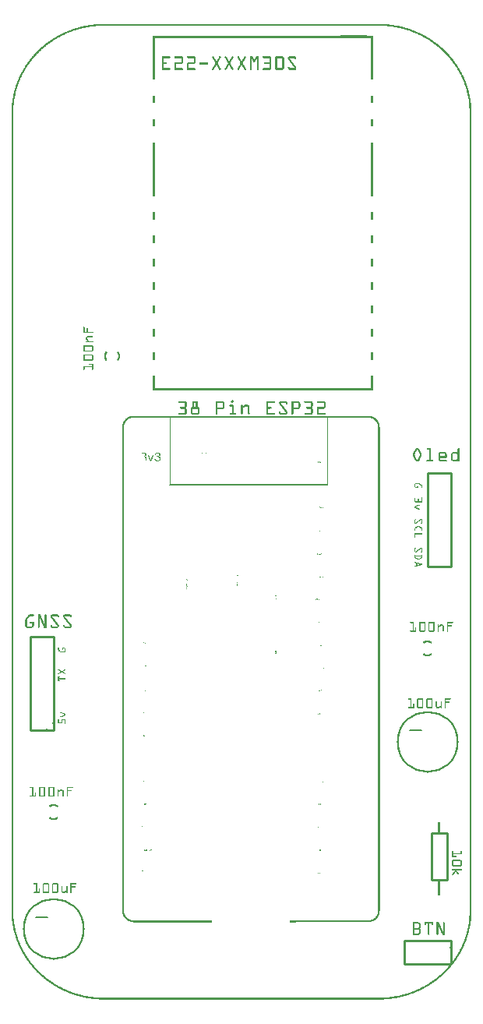
<source format=gto>
G04 MADE WITH FRITZING*
G04 WWW.FRITZING.ORG*
G04 DOUBLE SIDED*
G04 HOLES PLATED*
G04 CONTOUR ON CENTER OF CONTOUR VECTOR*
%ASAXBY*%
%FSLAX23Y23*%
%MOIN*%
%OFA0B0*%
%SFA1.0B1.0*%
%ADD10C,0.263906X0.247906*%
%ADD11R,0.112528X0.000000*%
%ADD12C,0.010000*%
%ADD13C,0.005701*%
%ADD14C,0.003725*%
%ADD15C,0.003723*%
%ADD16C,0.008000*%
%ADD17R,0.001000X0.001000*%
%LNSILK1*%
G90*
G70*
G54D10*
X180Y302D03*
X1780Y1102D03*
G54D11*
X1463Y4122D03*
G54D12*
X180Y1152D02*
X180Y1552D01*
D02*
X180Y1552D02*
X80Y1552D01*
D02*
X80Y1552D02*
X80Y1152D01*
D02*
X80Y1152D02*
X180Y1152D01*
G54D13*
D02*
X1351Y2204D02*
X677Y2204D01*
G54D14*
D02*
X677Y2204D02*
X677Y2492D01*
G54D15*
D02*
X1351Y2204D02*
X1351Y2491D01*
G54D12*
D02*
X1880Y252D02*
X1680Y252D01*
D02*
X1680Y252D02*
X1680Y152D01*
D02*
X1680Y152D02*
X1880Y152D01*
D02*
X1880Y152D02*
X1880Y252D01*
D02*
X1780Y2252D02*
X1780Y1852D01*
D02*
X1780Y1852D02*
X1880Y1852D01*
D02*
X1880Y1852D02*
X1880Y2252D01*
D02*
X1880Y2252D02*
X1780Y2252D01*
G54D16*
D02*
X155Y352D02*
X105Y352D01*
D02*
X1755Y1152D02*
X1705Y1152D01*
G54D12*
D02*
X1797Y512D02*
X1797Y712D01*
D02*
X1797Y712D02*
X1863Y712D01*
D02*
X1863Y712D02*
X1863Y512D01*
D02*
X1863Y512D02*
X1797Y512D01*
G54D17*
X376Y4173D02*
X1591Y4173D01*
X361Y4172D02*
X1606Y4172D01*
X351Y4171D02*
X1616Y4171D01*
X342Y4170D02*
X1625Y4170D01*
X335Y4169D02*
X1632Y4169D01*
X329Y4168D02*
X1638Y4168D01*
X323Y4167D02*
X1644Y4167D01*
X317Y4166D02*
X1650Y4166D01*
X313Y4165D02*
X375Y4165D01*
X1592Y4165D02*
X1654Y4165D01*
X308Y4164D02*
X360Y4164D01*
X1607Y4164D02*
X1659Y4164D01*
X303Y4163D02*
X350Y4163D01*
X1617Y4163D02*
X1664Y4163D01*
X299Y4162D02*
X342Y4162D01*
X1625Y4162D02*
X1668Y4162D01*
X295Y4161D02*
X334Y4161D01*
X1633Y4161D02*
X1672Y4161D01*
X291Y4160D02*
X328Y4160D01*
X1639Y4160D02*
X1676Y4160D01*
X287Y4159D02*
X322Y4159D01*
X1645Y4159D02*
X1680Y4159D01*
X284Y4158D02*
X317Y4158D01*
X1650Y4158D02*
X1683Y4158D01*
X280Y4157D02*
X312Y4157D01*
X1655Y4157D02*
X1687Y4157D01*
X277Y4156D02*
X307Y4156D01*
X1660Y4156D02*
X1690Y4156D01*
X274Y4155D02*
X303Y4155D01*
X1664Y4155D02*
X1693Y4155D01*
X271Y4154D02*
X299Y4154D01*
X1668Y4154D02*
X1696Y4154D01*
X268Y4153D02*
X295Y4153D01*
X1672Y4153D02*
X1699Y4153D01*
X265Y4152D02*
X291Y4152D01*
X1676Y4152D02*
X1702Y4152D01*
X262Y4151D02*
X287Y4151D01*
X1680Y4151D02*
X1705Y4151D01*
X259Y4150D02*
X284Y4150D01*
X1683Y4150D02*
X1708Y4150D01*
X256Y4149D02*
X280Y4149D01*
X1687Y4149D02*
X1711Y4149D01*
X253Y4148D02*
X277Y4148D01*
X1690Y4148D02*
X1714Y4148D01*
X251Y4147D02*
X274Y4147D01*
X1693Y4147D02*
X1716Y4147D01*
X248Y4146D02*
X271Y4146D01*
X1696Y4146D02*
X1719Y4146D01*
X245Y4145D02*
X268Y4145D01*
X1699Y4145D02*
X1722Y4145D01*
X243Y4144D02*
X264Y4144D01*
X1703Y4144D02*
X1724Y4144D01*
X240Y4143D02*
X261Y4143D01*
X1706Y4143D02*
X1727Y4143D01*
X238Y4142D02*
X259Y4142D01*
X1708Y4142D02*
X1729Y4142D01*
X236Y4141D02*
X256Y4141D01*
X1711Y4141D02*
X1731Y4141D01*
X233Y4140D02*
X253Y4140D01*
X1714Y4140D02*
X1734Y4140D01*
X231Y4139D02*
X251Y4139D01*
X1716Y4139D02*
X1736Y4139D01*
X229Y4138D02*
X248Y4138D01*
X1719Y4138D02*
X1738Y4138D01*
X226Y4137D02*
X245Y4137D01*
X1722Y4137D02*
X1741Y4137D01*
X224Y4136D02*
X243Y4136D01*
X1724Y4136D02*
X1743Y4136D01*
X222Y4135D02*
X241Y4135D01*
X1726Y4135D02*
X1745Y4135D01*
X220Y4134D02*
X238Y4134D01*
X1729Y4134D02*
X1747Y4134D01*
X218Y4133D02*
X236Y4133D01*
X1731Y4133D02*
X1749Y4133D01*
X216Y4132D02*
X234Y4132D01*
X1733Y4132D02*
X1751Y4132D01*
X214Y4131D02*
X231Y4131D01*
X1736Y4131D02*
X1753Y4131D01*
X212Y4130D02*
X229Y4130D01*
X1738Y4130D02*
X1755Y4130D01*
X210Y4129D02*
X227Y4129D01*
X1740Y4129D02*
X1757Y4129D01*
X208Y4128D02*
X225Y4128D01*
X1742Y4128D02*
X1759Y4128D01*
X206Y4127D02*
X223Y4127D01*
X1744Y4127D02*
X1761Y4127D01*
X204Y4126D02*
X221Y4126D01*
X1746Y4126D02*
X1763Y4126D01*
X202Y4125D02*
X219Y4125D01*
X1748Y4125D02*
X1765Y4125D01*
X200Y4124D02*
X217Y4124D01*
X1750Y4124D02*
X1767Y4124D01*
X199Y4123D02*
X215Y4123D01*
X1752Y4123D02*
X1768Y4123D01*
X197Y4122D02*
X212Y4122D01*
X603Y4122D02*
X1547Y4122D01*
X1755Y4122D02*
X1770Y4122D01*
X195Y4121D02*
X210Y4121D01*
X603Y4121D02*
X1547Y4121D01*
X1757Y4121D02*
X1772Y4121D01*
X193Y4120D02*
X209Y4120D01*
X603Y4120D02*
X1547Y4120D01*
X1758Y4120D02*
X1774Y4120D01*
X191Y4119D02*
X207Y4119D01*
X603Y4119D02*
X1547Y4119D01*
X1760Y4119D02*
X1776Y4119D01*
X190Y4118D02*
X205Y4118D01*
X603Y4118D02*
X1547Y4118D01*
X1762Y4118D02*
X1777Y4118D01*
X188Y4117D02*
X203Y4117D01*
X603Y4117D02*
X1547Y4117D01*
X1764Y4117D02*
X1779Y4117D01*
X186Y4116D02*
X201Y4116D01*
X603Y4116D02*
X1547Y4116D01*
X1766Y4116D02*
X1781Y4116D01*
X185Y4115D02*
X199Y4115D01*
X603Y4115D02*
X1547Y4115D01*
X1768Y4115D02*
X1782Y4115D01*
X183Y4114D02*
X198Y4114D01*
X603Y4114D02*
X1547Y4114D01*
X1769Y4114D02*
X1784Y4114D01*
X182Y4113D02*
X196Y4113D01*
X603Y4113D02*
X1547Y4113D01*
X1771Y4113D02*
X1785Y4113D01*
X180Y4112D02*
X194Y4112D01*
X603Y4112D02*
X612Y4112D01*
X1537Y4112D02*
X1547Y4112D01*
X1773Y4112D02*
X1787Y4112D01*
X178Y4111D02*
X192Y4111D01*
X603Y4111D02*
X612Y4111D01*
X1538Y4111D02*
X1547Y4111D01*
X1775Y4111D02*
X1789Y4111D01*
X177Y4110D02*
X191Y4110D01*
X603Y4110D02*
X612Y4110D01*
X1538Y4110D02*
X1547Y4110D01*
X1776Y4110D02*
X1790Y4110D01*
X175Y4109D02*
X189Y4109D01*
X603Y4109D02*
X612Y4109D01*
X1538Y4109D02*
X1547Y4109D01*
X1778Y4109D02*
X1792Y4109D01*
X173Y4108D02*
X187Y4108D01*
X603Y4108D02*
X612Y4108D01*
X1538Y4108D02*
X1547Y4108D01*
X1780Y4108D02*
X1794Y4108D01*
X172Y4107D02*
X186Y4107D01*
X603Y4107D02*
X612Y4107D01*
X1538Y4107D02*
X1547Y4107D01*
X1781Y4107D02*
X1795Y4107D01*
X171Y4106D02*
X184Y4106D01*
X603Y4106D02*
X612Y4106D01*
X1538Y4106D02*
X1547Y4106D01*
X1783Y4106D02*
X1796Y4106D01*
X169Y4105D02*
X183Y4105D01*
X603Y4105D02*
X612Y4105D01*
X1538Y4105D02*
X1547Y4105D01*
X1784Y4105D02*
X1798Y4105D01*
X168Y4104D02*
X181Y4104D01*
X603Y4104D02*
X612Y4104D01*
X1538Y4104D02*
X1547Y4104D01*
X1786Y4104D02*
X1799Y4104D01*
X166Y4103D02*
X179Y4103D01*
X603Y4103D02*
X612Y4103D01*
X1538Y4103D02*
X1547Y4103D01*
X1788Y4103D02*
X1801Y4103D01*
X165Y4102D02*
X178Y4102D01*
X603Y4102D02*
X612Y4102D01*
X1538Y4102D02*
X1547Y4102D01*
X1789Y4102D02*
X1802Y4102D01*
X163Y4101D02*
X176Y4101D01*
X603Y4101D02*
X612Y4101D01*
X1538Y4101D02*
X1547Y4101D01*
X1791Y4101D02*
X1804Y4101D01*
X162Y4100D02*
X175Y4100D01*
X603Y4100D02*
X612Y4100D01*
X1538Y4100D02*
X1547Y4100D01*
X1792Y4100D02*
X1805Y4100D01*
X160Y4099D02*
X173Y4099D01*
X603Y4099D02*
X612Y4099D01*
X1538Y4099D02*
X1547Y4099D01*
X1794Y4099D02*
X1807Y4099D01*
X159Y4098D02*
X172Y4098D01*
X603Y4098D02*
X612Y4098D01*
X1538Y4098D02*
X1547Y4098D01*
X1795Y4098D02*
X1808Y4098D01*
X157Y4097D02*
X170Y4097D01*
X603Y4097D02*
X612Y4097D01*
X1538Y4097D02*
X1547Y4097D01*
X1797Y4097D02*
X1810Y4097D01*
X156Y4096D02*
X169Y4096D01*
X603Y4096D02*
X612Y4096D01*
X1538Y4096D02*
X1547Y4096D01*
X1798Y4096D02*
X1811Y4096D01*
X155Y4095D02*
X167Y4095D01*
X603Y4095D02*
X612Y4095D01*
X1538Y4095D02*
X1547Y4095D01*
X1800Y4095D02*
X1812Y4095D01*
X153Y4094D02*
X166Y4094D01*
X603Y4094D02*
X612Y4094D01*
X1538Y4094D02*
X1547Y4094D01*
X1801Y4094D02*
X1814Y4094D01*
X152Y4093D02*
X165Y4093D01*
X603Y4093D02*
X612Y4093D01*
X1538Y4093D02*
X1547Y4093D01*
X1802Y4093D02*
X1815Y4093D01*
X151Y4092D02*
X163Y4092D01*
X603Y4092D02*
X612Y4092D01*
X1538Y4092D02*
X1547Y4092D01*
X1804Y4092D02*
X1816Y4092D01*
X149Y4091D02*
X162Y4091D01*
X603Y4091D02*
X612Y4091D01*
X1538Y4091D02*
X1547Y4091D01*
X1805Y4091D02*
X1818Y4091D01*
X148Y4090D02*
X160Y4090D01*
X603Y4090D02*
X612Y4090D01*
X1538Y4090D02*
X1547Y4090D01*
X1807Y4090D02*
X1819Y4090D01*
X147Y4089D02*
X159Y4089D01*
X603Y4089D02*
X612Y4089D01*
X1538Y4089D02*
X1547Y4089D01*
X1808Y4089D02*
X1820Y4089D01*
X145Y4088D02*
X158Y4088D01*
X603Y4088D02*
X612Y4088D01*
X1538Y4088D02*
X1547Y4088D01*
X1809Y4088D02*
X1822Y4088D01*
X144Y4087D02*
X156Y4087D01*
X603Y4087D02*
X612Y4087D01*
X1538Y4087D02*
X1547Y4087D01*
X1811Y4087D02*
X1823Y4087D01*
X143Y4086D02*
X155Y4086D01*
X603Y4086D02*
X612Y4086D01*
X1538Y4086D02*
X1547Y4086D01*
X1812Y4086D02*
X1824Y4086D01*
X142Y4085D02*
X154Y4085D01*
X603Y4085D02*
X612Y4085D01*
X1538Y4085D02*
X1547Y4085D01*
X1813Y4085D02*
X1825Y4085D01*
X141Y4084D02*
X152Y4084D01*
X603Y4084D02*
X612Y4084D01*
X1538Y4084D02*
X1547Y4084D01*
X1815Y4084D02*
X1826Y4084D01*
X139Y4083D02*
X151Y4083D01*
X603Y4083D02*
X612Y4083D01*
X1538Y4083D02*
X1547Y4083D01*
X1816Y4083D02*
X1828Y4083D01*
X138Y4082D02*
X150Y4082D01*
X603Y4082D02*
X612Y4082D01*
X1538Y4082D02*
X1547Y4082D01*
X1817Y4082D02*
X1829Y4082D01*
X137Y4081D02*
X148Y4081D01*
X603Y4081D02*
X612Y4081D01*
X1538Y4081D02*
X1547Y4081D01*
X1819Y4081D02*
X1830Y4081D01*
X136Y4080D02*
X147Y4080D01*
X603Y4080D02*
X612Y4080D01*
X1538Y4080D02*
X1547Y4080D01*
X1820Y4080D02*
X1831Y4080D01*
X134Y4079D02*
X146Y4079D01*
X603Y4079D02*
X612Y4079D01*
X1538Y4079D02*
X1547Y4079D01*
X1821Y4079D02*
X1833Y4079D01*
X133Y4078D02*
X145Y4078D01*
X603Y4078D02*
X612Y4078D01*
X1538Y4078D02*
X1547Y4078D01*
X1822Y4078D02*
X1834Y4078D01*
X132Y4077D02*
X144Y4077D01*
X603Y4077D02*
X612Y4077D01*
X1538Y4077D02*
X1547Y4077D01*
X1823Y4077D02*
X1835Y4077D01*
X131Y4076D02*
X142Y4076D01*
X603Y4076D02*
X612Y4076D01*
X1538Y4076D02*
X1547Y4076D01*
X1825Y4076D02*
X1836Y4076D01*
X130Y4075D02*
X141Y4075D01*
X603Y4075D02*
X612Y4075D01*
X1538Y4075D02*
X1547Y4075D01*
X1826Y4075D02*
X1837Y4075D01*
X129Y4074D02*
X140Y4074D01*
X603Y4074D02*
X612Y4074D01*
X1538Y4074D02*
X1547Y4074D01*
X1827Y4074D02*
X1838Y4074D01*
X127Y4073D02*
X139Y4073D01*
X603Y4073D02*
X612Y4073D01*
X1538Y4073D02*
X1547Y4073D01*
X1828Y4073D02*
X1840Y4073D01*
X126Y4072D02*
X138Y4072D01*
X603Y4072D02*
X612Y4072D01*
X1538Y4072D02*
X1547Y4072D01*
X1829Y4072D02*
X1841Y4072D01*
X125Y4071D02*
X136Y4071D01*
X603Y4071D02*
X612Y4071D01*
X1538Y4071D02*
X1547Y4071D01*
X1831Y4071D02*
X1842Y4071D01*
X124Y4070D02*
X135Y4070D01*
X603Y4070D02*
X612Y4070D01*
X1538Y4070D02*
X1547Y4070D01*
X1832Y4070D02*
X1843Y4070D01*
X123Y4069D02*
X134Y4069D01*
X603Y4069D02*
X612Y4069D01*
X1538Y4069D02*
X1547Y4069D01*
X1833Y4069D02*
X1844Y4069D01*
X122Y4068D02*
X133Y4068D01*
X603Y4068D02*
X612Y4068D01*
X1538Y4068D02*
X1547Y4068D01*
X1834Y4068D02*
X1845Y4068D01*
X121Y4067D02*
X132Y4067D01*
X603Y4067D02*
X612Y4067D01*
X1538Y4067D02*
X1547Y4067D01*
X1835Y4067D02*
X1846Y4067D01*
X120Y4066D02*
X131Y4066D01*
X603Y4066D02*
X612Y4066D01*
X1538Y4066D02*
X1547Y4066D01*
X1836Y4066D02*
X1847Y4066D01*
X119Y4065D02*
X130Y4065D01*
X603Y4065D02*
X612Y4065D01*
X1538Y4065D02*
X1547Y4065D01*
X1837Y4065D02*
X1848Y4065D01*
X118Y4064D02*
X128Y4064D01*
X603Y4064D02*
X612Y4064D01*
X1538Y4064D02*
X1547Y4064D01*
X1839Y4064D02*
X1849Y4064D01*
X116Y4063D02*
X127Y4063D01*
X603Y4063D02*
X612Y4063D01*
X1538Y4063D02*
X1547Y4063D01*
X1840Y4063D02*
X1851Y4063D01*
X115Y4062D02*
X126Y4062D01*
X603Y4062D02*
X612Y4062D01*
X1538Y4062D02*
X1547Y4062D01*
X1841Y4062D02*
X1852Y4062D01*
X114Y4061D02*
X125Y4061D01*
X603Y4061D02*
X612Y4061D01*
X1538Y4061D02*
X1547Y4061D01*
X1842Y4061D02*
X1853Y4061D01*
X113Y4060D02*
X124Y4060D01*
X603Y4060D02*
X612Y4060D01*
X1538Y4060D02*
X1547Y4060D01*
X1843Y4060D02*
X1854Y4060D01*
X112Y4059D02*
X123Y4059D01*
X603Y4059D02*
X612Y4059D01*
X1538Y4059D02*
X1547Y4059D01*
X1844Y4059D02*
X1855Y4059D01*
X111Y4058D02*
X122Y4058D01*
X603Y4058D02*
X612Y4058D01*
X1538Y4058D02*
X1547Y4058D01*
X1845Y4058D02*
X1856Y4058D01*
X110Y4057D02*
X121Y4057D01*
X603Y4057D02*
X612Y4057D01*
X1538Y4057D02*
X1547Y4057D01*
X1846Y4057D02*
X1857Y4057D01*
X109Y4056D02*
X120Y4056D01*
X603Y4056D02*
X612Y4056D01*
X1538Y4056D02*
X1547Y4056D01*
X1847Y4056D02*
X1858Y4056D01*
X108Y4055D02*
X119Y4055D01*
X603Y4055D02*
X612Y4055D01*
X1538Y4055D02*
X1547Y4055D01*
X1848Y4055D02*
X1859Y4055D01*
X107Y4054D02*
X118Y4054D01*
X603Y4054D02*
X612Y4054D01*
X1538Y4054D02*
X1547Y4054D01*
X1849Y4054D02*
X1860Y4054D01*
X106Y4053D02*
X117Y4053D01*
X603Y4053D02*
X612Y4053D01*
X1538Y4053D02*
X1547Y4053D01*
X1850Y4053D02*
X1861Y4053D01*
X105Y4052D02*
X116Y4052D01*
X603Y4052D02*
X612Y4052D01*
X1538Y4052D02*
X1547Y4052D01*
X1851Y4052D02*
X1862Y4052D01*
X104Y4051D02*
X115Y4051D01*
X603Y4051D02*
X612Y4051D01*
X1538Y4051D02*
X1547Y4051D01*
X1852Y4051D02*
X1863Y4051D01*
X103Y4050D02*
X114Y4050D01*
X603Y4050D02*
X612Y4050D01*
X1538Y4050D02*
X1547Y4050D01*
X1853Y4050D02*
X1864Y4050D01*
X103Y4049D02*
X113Y4049D01*
X603Y4049D02*
X612Y4049D01*
X1538Y4049D02*
X1547Y4049D01*
X1854Y4049D02*
X1864Y4049D01*
X102Y4048D02*
X112Y4048D01*
X603Y4048D02*
X612Y4048D01*
X1538Y4048D02*
X1547Y4048D01*
X1855Y4048D02*
X1865Y4048D01*
X101Y4047D02*
X111Y4047D01*
X603Y4047D02*
X612Y4047D01*
X1538Y4047D02*
X1547Y4047D01*
X1856Y4047D02*
X1866Y4047D01*
X100Y4046D02*
X110Y4046D01*
X603Y4046D02*
X612Y4046D01*
X1538Y4046D02*
X1547Y4046D01*
X1857Y4046D02*
X1867Y4046D01*
X99Y4045D02*
X109Y4045D01*
X603Y4045D02*
X612Y4045D01*
X1538Y4045D02*
X1547Y4045D01*
X1858Y4045D02*
X1868Y4045D01*
X98Y4044D02*
X108Y4044D01*
X603Y4044D02*
X612Y4044D01*
X1538Y4044D02*
X1547Y4044D01*
X1859Y4044D02*
X1869Y4044D01*
X97Y4043D02*
X107Y4043D01*
X603Y4043D02*
X612Y4043D01*
X1538Y4043D02*
X1547Y4043D01*
X1860Y4043D02*
X1870Y4043D01*
X96Y4042D02*
X106Y4042D01*
X603Y4042D02*
X612Y4042D01*
X1538Y4042D02*
X1547Y4042D01*
X1861Y4042D02*
X1871Y4042D01*
X95Y4041D02*
X105Y4041D01*
X603Y4041D02*
X612Y4041D01*
X1538Y4041D02*
X1547Y4041D01*
X1862Y4041D02*
X1872Y4041D01*
X94Y4040D02*
X104Y4040D01*
X603Y4040D02*
X612Y4040D01*
X1538Y4040D02*
X1547Y4040D01*
X1863Y4040D02*
X1873Y4040D01*
X93Y4039D02*
X103Y4039D01*
X603Y4039D02*
X612Y4039D01*
X1538Y4039D02*
X1547Y4039D01*
X1864Y4039D02*
X1874Y4039D01*
X93Y4038D02*
X102Y4038D01*
X603Y4038D02*
X612Y4038D01*
X1538Y4038D02*
X1547Y4038D01*
X1865Y4038D02*
X1874Y4038D01*
X92Y4037D02*
X101Y4037D01*
X603Y4037D02*
X612Y4037D01*
X1538Y4037D02*
X1547Y4037D01*
X1866Y4037D02*
X1875Y4037D01*
X91Y4036D02*
X101Y4036D01*
X603Y4036D02*
X612Y4036D01*
X1538Y4036D02*
X1547Y4036D01*
X1866Y4036D02*
X1876Y4036D01*
X90Y4035D02*
X100Y4035D01*
X603Y4035D02*
X612Y4035D01*
X643Y4035D02*
X676Y4035D01*
X700Y4035D02*
X727Y4035D01*
X754Y4035D02*
X780Y4035D01*
X861Y4035D02*
X862Y4035D01*
X891Y4035D02*
X892Y4035D01*
X915Y4035D02*
X916Y4035D01*
X945Y4035D02*
X946Y4035D01*
X969Y4035D02*
X970Y4035D01*
X999Y4035D02*
X1000Y4035D01*
X1021Y4035D02*
X1029Y4035D01*
X1048Y4035D02*
X1056Y4035D01*
X1077Y4035D02*
X1104Y4035D01*
X1135Y4035D02*
X1158Y4035D01*
X1189Y4035D02*
X1210Y4035D01*
X1538Y4035D02*
X1547Y4035D01*
X1867Y4035D02*
X1877Y4035D01*
X89Y4034D02*
X99Y4034D01*
X603Y4034D02*
X612Y4034D01*
X643Y4034D02*
X678Y4034D01*
X698Y4034D02*
X729Y4034D01*
X752Y4034D02*
X783Y4034D01*
X860Y4034D02*
X864Y4034D01*
X889Y4034D02*
X894Y4034D01*
X914Y4034D02*
X918Y4034D01*
X943Y4034D02*
X948Y4034D01*
X968Y4034D02*
X972Y4034D01*
X997Y4034D02*
X1001Y4034D01*
X1020Y4034D02*
X1030Y4034D01*
X1047Y4034D02*
X1057Y4034D01*
X1075Y4034D02*
X1107Y4034D01*
X1132Y4034D02*
X1161Y4034D01*
X1187Y4034D02*
X1213Y4034D01*
X1538Y4034D02*
X1547Y4034D01*
X1868Y4034D02*
X1878Y4034D01*
X88Y4033D02*
X98Y4033D01*
X603Y4033D02*
X612Y4033D01*
X643Y4033D02*
X678Y4033D01*
X697Y4033D02*
X730Y4033D01*
X751Y4033D02*
X784Y4033D01*
X859Y4033D02*
X865Y4033D01*
X888Y4033D02*
X894Y4033D01*
X913Y4033D02*
X919Y4033D01*
X942Y4033D02*
X948Y4033D01*
X967Y4033D02*
X973Y4033D01*
X996Y4033D02*
X1002Y4033D01*
X1020Y4033D02*
X1030Y4033D01*
X1047Y4033D02*
X1057Y4033D01*
X1075Y4033D02*
X1108Y4033D01*
X1131Y4033D02*
X1162Y4033D01*
X1185Y4033D02*
X1214Y4033D01*
X1538Y4033D02*
X1547Y4033D01*
X1869Y4033D02*
X1879Y4033D01*
X87Y4032D02*
X97Y4032D01*
X603Y4032D02*
X612Y4032D01*
X643Y4032D02*
X679Y4032D01*
X697Y4032D02*
X731Y4032D01*
X751Y4032D02*
X785Y4032D01*
X859Y4032D02*
X865Y4032D01*
X888Y4032D02*
X895Y4032D01*
X913Y4032D02*
X919Y4032D01*
X942Y4032D02*
X949Y4032D01*
X966Y4032D02*
X973Y4032D01*
X996Y4032D02*
X1003Y4032D01*
X1020Y4032D02*
X1031Y4032D01*
X1046Y4032D02*
X1057Y4032D01*
X1074Y4032D02*
X1109Y4032D01*
X1130Y4032D02*
X1163Y4032D01*
X1184Y4032D02*
X1216Y4032D01*
X1538Y4032D02*
X1547Y4032D01*
X1870Y4032D02*
X1880Y4032D01*
X87Y4031D02*
X96Y4031D01*
X603Y4031D02*
X612Y4031D01*
X643Y4031D02*
X679Y4031D01*
X697Y4031D02*
X732Y4031D01*
X751Y4031D02*
X786Y4031D01*
X858Y4031D02*
X866Y4031D01*
X887Y4031D02*
X895Y4031D01*
X912Y4031D02*
X920Y4031D01*
X941Y4031D02*
X949Y4031D01*
X966Y4031D02*
X974Y4031D01*
X995Y4031D02*
X1003Y4031D01*
X1020Y4031D02*
X1032Y4031D01*
X1045Y4031D02*
X1057Y4031D01*
X1074Y4031D02*
X1110Y4031D01*
X1129Y4031D02*
X1164Y4031D01*
X1183Y4031D02*
X1216Y4031D01*
X1538Y4031D02*
X1547Y4031D01*
X1871Y4031D02*
X1880Y4031D01*
X86Y4030D02*
X95Y4030D01*
X603Y4030D02*
X612Y4030D01*
X643Y4030D02*
X679Y4030D01*
X697Y4030D02*
X732Y4030D01*
X751Y4030D02*
X786Y4030D01*
X859Y4030D02*
X866Y4030D01*
X887Y4030D02*
X894Y4030D01*
X913Y4030D02*
X920Y4030D01*
X941Y4030D02*
X948Y4030D01*
X967Y4030D02*
X974Y4030D01*
X995Y4030D02*
X1002Y4030D01*
X1020Y4030D02*
X1032Y4030D01*
X1045Y4030D02*
X1057Y4030D01*
X1075Y4030D02*
X1110Y4030D01*
X1129Y4030D02*
X1164Y4030D01*
X1183Y4030D02*
X1217Y4030D01*
X1538Y4030D02*
X1547Y4030D01*
X1872Y4030D02*
X1881Y4030D01*
X85Y4029D02*
X94Y4029D01*
X603Y4029D02*
X612Y4029D01*
X643Y4029D02*
X678Y4029D01*
X697Y4029D02*
X733Y4029D01*
X751Y4029D02*
X787Y4029D01*
X859Y4029D02*
X867Y4029D01*
X886Y4029D02*
X894Y4029D01*
X913Y4029D02*
X921Y4029D01*
X940Y4029D02*
X948Y4029D01*
X967Y4029D02*
X975Y4029D01*
X994Y4029D02*
X1002Y4029D01*
X1020Y4029D02*
X1033Y4029D01*
X1044Y4029D02*
X1057Y4029D01*
X1075Y4029D02*
X1110Y4029D01*
X1128Y4029D02*
X1164Y4029D01*
X1183Y4029D02*
X1218Y4029D01*
X1538Y4029D02*
X1547Y4029D01*
X1873Y4029D02*
X1882Y4029D01*
X84Y4028D02*
X93Y4028D01*
X603Y4028D02*
X612Y4028D01*
X643Y4028D02*
X677Y4028D01*
X699Y4028D02*
X733Y4028D01*
X753Y4028D02*
X787Y4028D01*
X860Y4028D02*
X868Y4028D01*
X886Y4028D02*
X893Y4028D01*
X914Y4028D02*
X922Y4028D01*
X940Y4028D02*
X947Y4028D01*
X968Y4028D02*
X975Y4028D01*
X993Y4028D02*
X1001Y4028D01*
X1020Y4028D02*
X1034Y4028D01*
X1043Y4028D02*
X1057Y4028D01*
X1076Y4028D02*
X1111Y4028D01*
X1128Y4028D02*
X1165Y4028D01*
X1182Y4028D02*
X1218Y4028D01*
X1538Y4028D02*
X1547Y4028D01*
X1874Y4028D02*
X1883Y4028D01*
X83Y4027D02*
X93Y4027D01*
X603Y4027D02*
X612Y4027D01*
X643Y4027D02*
X649Y4027D01*
X726Y4027D02*
X733Y4027D01*
X780Y4027D02*
X787Y4027D01*
X860Y4027D02*
X868Y4027D01*
X885Y4027D02*
X893Y4027D01*
X914Y4027D02*
X922Y4027D01*
X939Y4027D02*
X947Y4027D01*
X968Y4027D02*
X976Y4027D01*
X993Y4027D02*
X1001Y4027D01*
X1020Y4027D02*
X1034Y4027D01*
X1042Y4027D02*
X1057Y4027D01*
X1104Y4027D02*
X1111Y4027D01*
X1128Y4027D02*
X1135Y4027D01*
X1158Y4027D02*
X1165Y4027D01*
X1182Y4027D02*
X1189Y4027D01*
X1211Y4027D02*
X1218Y4027D01*
X1538Y4027D02*
X1547Y4027D01*
X1874Y4027D02*
X1884Y4027D01*
X83Y4026D02*
X92Y4026D01*
X603Y4026D02*
X612Y4026D01*
X643Y4026D02*
X649Y4026D01*
X726Y4026D02*
X733Y4026D01*
X780Y4026D02*
X787Y4026D01*
X861Y4026D02*
X869Y4026D01*
X884Y4026D02*
X892Y4026D01*
X915Y4026D02*
X923Y4026D01*
X938Y4026D02*
X946Y4026D01*
X969Y4026D02*
X977Y4026D01*
X992Y4026D02*
X1000Y4026D01*
X1020Y4026D02*
X1035Y4026D01*
X1042Y4026D02*
X1057Y4026D01*
X1104Y4026D02*
X1111Y4026D01*
X1128Y4026D02*
X1135Y4026D01*
X1158Y4026D02*
X1165Y4026D01*
X1182Y4026D02*
X1189Y4026D01*
X1212Y4026D02*
X1218Y4026D01*
X1538Y4026D02*
X1547Y4026D01*
X1875Y4026D02*
X1884Y4026D01*
X82Y4025D02*
X91Y4025D01*
X603Y4025D02*
X612Y4025D01*
X643Y4025D02*
X649Y4025D01*
X726Y4025D02*
X733Y4025D01*
X780Y4025D02*
X787Y4025D01*
X861Y4025D02*
X869Y4025D01*
X884Y4025D02*
X892Y4025D01*
X915Y4025D02*
X923Y4025D01*
X938Y4025D02*
X946Y4025D01*
X969Y4025D02*
X977Y4025D01*
X992Y4025D02*
X1000Y4025D01*
X1020Y4025D02*
X1036Y4025D01*
X1041Y4025D02*
X1057Y4025D01*
X1104Y4025D02*
X1111Y4025D01*
X1128Y4025D02*
X1135Y4025D01*
X1158Y4025D02*
X1165Y4025D01*
X1182Y4025D02*
X1190Y4025D01*
X1212Y4025D02*
X1219Y4025D01*
X1538Y4025D02*
X1547Y4025D01*
X1876Y4025D02*
X1885Y4025D01*
X81Y4024D02*
X90Y4024D01*
X603Y4024D02*
X612Y4024D01*
X643Y4024D02*
X649Y4024D01*
X726Y4024D02*
X733Y4024D01*
X780Y4024D02*
X787Y4024D01*
X862Y4024D02*
X870Y4024D01*
X883Y4024D02*
X891Y4024D01*
X916Y4024D02*
X924Y4024D01*
X937Y4024D02*
X945Y4024D01*
X970Y4024D02*
X978Y4024D01*
X991Y4024D02*
X999Y4024D01*
X1020Y4024D02*
X1037Y4024D01*
X1040Y4024D02*
X1057Y4024D01*
X1104Y4024D02*
X1111Y4024D01*
X1128Y4024D02*
X1135Y4024D01*
X1158Y4024D02*
X1165Y4024D01*
X1183Y4024D02*
X1191Y4024D01*
X1212Y4024D02*
X1218Y4024D01*
X1538Y4024D02*
X1547Y4024D01*
X1877Y4024D02*
X1886Y4024D01*
X80Y4023D02*
X89Y4023D01*
X603Y4023D02*
X612Y4023D01*
X643Y4023D02*
X649Y4023D01*
X726Y4023D02*
X733Y4023D01*
X780Y4023D02*
X787Y4023D01*
X863Y4023D02*
X870Y4023D01*
X883Y4023D02*
X890Y4023D01*
X917Y4023D02*
X924Y4023D01*
X937Y4023D02*
X944Y4023D01*
X971Y4023D02*
X978Y4023D01*
X991Y4023D02*
X998Y4023D01*
X1020Y4023D02*
X1027Y4023D01*
X1029Y4023D02*
X1037Y4023D01*
X1040Y4023D02*
X1048Y4023D01*
X1050Y4023D02*
X1057Y4023D01*
X1104Y4023D02*
X1111Y4023D01*
X1128Y4023D02*
X1135Y4023D01*
X1158Y4023D02*
X1165Y4023D01*
X1183Y4023D02*
X1191Y4023D01*
X1213Y4023D02*
X1218Y4023D01*
X1538Y4023D02*
X1547Y4023D01*
X1878Y4023D02*
X1887Y4023D01*
X79Y4022D02*
X89Y4022D01*
X603Y4022D02*
X612Y4022D01*
X643Y4022D02*
X649Y4022D01*
X726Y4022D02*
X733Y4022D01*
X780Y4022D02*
X787Y4022D01*
X863Y4022D02*
X871Y4022D01*
X882Y4022D02*
X890Y4022D01*
X917Y4022D02*
X925Y4022D01*
X936Y4022D02*
X944Y4022D01*
X971Y4022D02*
X979Y4022D01*
X990Y4022D02*
X998Y4022D01*
X1020Y4022D02*
X1027Y4022D01*
X1030Y4022D02*
X1047Y4022D01*
X1050Y4022D02*
X1057Y4022D01*
X1104Y4022D02*
X1111Y4022D01*
X1128Y4022D02*
X1135Y4022D01*
X1158Y4022D02*
X1165Y4022D01*
X1184Y4022D02*
X1192Y4022D01*
X1213Y4022D02*
X1217Y4022D01*
X1538Y4022D02*
X1547Y4022D01*
X1878Y4022D02*
X1888Y4022D01*
X78Y4021D02*
X88Y4021D01*
X603Y4021D02*
X612Y4021D01*
X643Y4021D02*
X649Y4021D01*
X726Y4021D02*
X733Y4021D01*
X780Y4021D02*
X787Y4021D01*
X864Y4021D02*
X872Y4021D01*
X881Y4021D02*
X889Y4021D01*
X918Y4021D02*
X926Y4021D01*
X935Y4021D02*
X943Y4021D01*
X972Y4021D02*
X980Y4021D01*
X989Y4021D02*
X997Y4021D01*
X1020Y4021D02*
X1027Y4021D01*
X1030Y4021D02*
X1046Y4021D01*
X1050Y4021D02*
X1057Y4021D01*
X1104Y4021D02*
X1111Y4021D01*
X1128Y4021D02*
X1135Y4021D01*
X1158Y4021D02*
X1165Y4021D01*
X1184Y4021D02*
X1193Y4021D01*
X1538Y4021D02*
X1547Y4021D01*
X1879Y4021D02*
X1889Y4021D01*
X78Y4020D02*
X87Y4020D01*
X603Y4020D02*
X612Y4020D01*
X643Y4020D02*
X649Y4020D01*
X726Y4020D02*
X733Y4020D01*
X780Y4020D02*
X787Y4020D01*
X864Y4020D02*
X872Y4020D01*
X881Y4020D02*
X889Y4020D01*
X918Y4020D02*
X926Y4020D01*
X935Y4020D02*
X943Y4020D01*
X972Y4020D02*
X980Y4020D01*
X989Y4020D02*
X997Y4020D01*
X1020Y4020D02*
X1027Y4020D01*
X1031Y4020D02*
X1046Y4020D01*
X1050Y4020D02*
X1057Y4020D01*
X1104Y4020D02*
X1111Y4020D01*
X1128Y4020D02*
X1135Y4020D01*
X1158Y4020D02*
X1165Y4020D01*
X1185Y4020D02*
X1194Y4020D01*
X1538Y4020D02*
X1547Y4020D01*
X1880Y4020D02*
X1889Y4020D01*
X77Y4019D02*
X86Y4019D01*
X603Y4019D02*
X612Y4019D01*
X643Y4019D02*
X649Y4019D01*
X726Y4019D02*
X733Y4019D01*
X780Y4019D02*
X787Y4019D01*
X865Y4019D02*
X873Y4019D01*
X880Y4019D02*
X888Y4019D01*
X919Y4019D02*
X927Y4019D01*
X934Y4019D02*
X942Y4019D01*
X973Y4019D02*
X981Y4019D01*
X988Y4019D02*
X996Y4019D01*
X1020Y4019D02*
X1027Y4019D01*
X1032Y4019D02*
X1045Y4019D01*
X1050Y4019D02*
X1057Y4019D01*
X1104Y4019D02*
X1111Y4019D01*
X1128Y4019D02*
X1135Y4019D01*
X1158Y4019D02*
X1165Y4019D01*
X1186Y4019D02*
X1194Y4019D01*
X1538Y4019D02*
X1547Y4019D01*
X1881Y4019D02*
X1890Y4019D01*
X76Y4018D02*
X85Y4018D01*
X603Y4018D02*
X612Y4018D01*
X643Y4018D02*
X649Y4018D01*
X726Y4018D02*
X733Y4018D01*
X780Y4018D02*
X787Y4018D01*
X866Y4018D02*
X873Y4018D01*
X880Y4018D02*
X888Y4018D01*
X920Y4018D02*
X927Y4018D01*
X934Y4018D02*
X941Y4018D01*
X973Y4018D02*
X981Y4018D01*
X988Y4018D02*
X995Y4018D01*
X1020Y4018D02*
X1027Y4018D01*
X1032Y4018D02*
X1044Y4018D01*
X1050Y4018D02*
X1057Y4018D01*
X1104Y4018D02*
X1111Y4018D01*
X1128Y4018D02*
X1135Y4018D01*
X1158Y4018D02*
X1165Y4018D01*
X1187Y4018D02*
X1195Y4018D01*
X1538Y4018D02*
X1547Y4018D01*
X1882Y4018D02*
X1891Y4018D01*
X75Y4017D02*
X84Y4017D01*
X603Y4017D02*
X612Y4017D01*
X643Y4017D02*
X649Y4017D01*
X726Y4017D02*
X733Y4017D01*
X780Y4017D02*
X787Y4017D01*
X866Y4017D02*
X874Y4017D01*
X879Y4017D02*
X887Y4017D01*
X920Y4017D02*
X928Y4017D01*
X933Y4017D02*
X941Y4017D01*
X974Y4017D02*
X982Y4017D01*
X987Y4017D02*
X995Y4017D01*
X1020Y4017D02*
X1027Y4017D01*
X1033Y4017D02*
X1044Y4017D01*
X1050Y4017D02*
X1057Y4017D01*
X1104Y4017D02*
X1111Y4017D01*
X1128Y4017D02*
X1135Y4017D01*
X1158Y4017D02*
X1165Y4017D01*
X1187Y4017D02*
X1196Y4017D01*
X1538Y4017D02*
X1547Y4017D01*
X1883Y4017D02*
X1891Y4017D01*
X75Y4016D02*
X84Y4016D01*
X603Y4016D02*
X612Y4016D01*
X643Y4016D02*
X649Y4016D01*
X726Y4016D02*
X733Y4016D01*
X780Y4016D02*
X787Y4016D01*
X867Y4016D02*
X875Y4016D01*
X879Y4016D02*
X886Y4016D01*
X921Y4016D02*
X929Y4016D01*
X933Y4016D02*
X940Y4016D01*
X975Y4016D02*
X983Y4016D01*
X986Y4016D02*
X994Y4016D01*
X1020Y4016D02*
X1027Y4016D01*
X1034Y4016D02*
X1043Y4016D01*
X1050Y4016D02*
X1057Y4016D01*
X1104Y4016D02*
X1111Y4016D01*
X1128Y4016D02*
X1135Y4016D01*
X1158Y4016D02*
X1165Y4016D01*
X1188Y4016D02*
X1197Y4016D01*
X1538Y4016D02*
X1547Y4016D01*
X1883Y4016D02*
X1892Y4016D01*
X74Y4015D02*
X83Y4015D01*
X603Y4015D02*
X612Y4015D01*
X643Y4015D02*
X649Y4015D01*
X726Y4015D02*
X733Y4015D01*
X780Y4015D02*
X787Y4015D01*
X867Y4015D02*
X875Y4015D01*
X878Y4015D02*
X886Y4015D01*
X921Y4015D02*
X929Y4015D01*
X932Y4015D02*
X940Y4015D01*
X975Y4015D02*
X983Y4015D01*
X986Y4015D02*
X994Y4015D01*
X1020Y4015D02*
X1027Y4015D01*
X1035Y4015D02*
X1042Y4015D01*
X1050Y4015D02*
X1057Y4015D01*
X1104Y4015D02*
X1111Y4015D01*
X1128Y4015D02*
X1135Y4015D01*
X1158Y4015D02*
X1165Y4015D01*
X1189Y4015D02*
X1198Y4015D01*
X1538Y4015D02*
X1547Y4015D01*
X1884Y4015D02*
X1893Y4015D01*
X73Y4014D02*
X82Y4014D01*
X603Y4014D02*
X612Y4014D01*
X643Y4014D02*
X649Y4014D01*
X726Y4014D02*
X733Y4014D01*
X780Y4014D02*
X787Y4014D01*
X868Y4014D02*
X885Y4014D01*
X922Y4014D02*
X939Y4014D01*
X976Y4014D02*
X993Y4014D01*
X1020Y4014D02*
X1027Y4014D01*
X1035Y4014D02*
X1042Y4014D01*
X1050Y4014D02*
X1057Y4014D01*
X1104Y4014D02*
X1111Y4014D01*
X1128Y4014D02*
X1135Y4014D01*
X1158Y4014D02*
X1165Y4014D01*
X1190Y4014D02*
X1198Y4014D01*
X1538Y4014D02*
X1547Y4014D01*
X1885Y4014D02*
X1894Y4014D01*
X73Y4013D02*
X81Y4013D01*
X603Y4013D02*
X612Y4013D01*
X643Y4013D02*
X649Y4013D01*
X726Y4013D02*
X733Y4013D01*
X780Y4013D02*
X787Y4013D01*
X868Y4013D02*
X885Y4013D01*
X922Y4013D02*
X939Y4013D01*
X976Y4013D02*
X993Y4013D01*
X1020Y4013D02*
X1027Y4013D01*
X1035Y4013D02*
X1042Y4013D01*
X1050Y4013D02*
X1057Y4013D01*
X1104Y4013D02*
X1111Y4013D01*
X1128Y4013D02*
X1135Y4013D01*
X1158Y4013D02*
X1165Y4013D01*
X1190Y4013D02*
X1199Y4013D01*
X1538Y4013D02*
X1547Y4013D01*
X1886Y4013D02*
X1894Y4013D01*
X72Y4012D02*
X81Y4012D01*
X603Y4012D02*
X612Y4012D01*
X643Y4012D02*
X649Y4012D01*
X726Y4012D02*
X733Y4012D01*
X780Y4012D02*
X787Y4012D01*
X869Y4012D02*
X884Y4012D01*
X923Y4012D02*
X938Y4012D01*
X977Y4012D02*
X992Y4012D01*
X1020Y4012D02*
X1027Y4012D01*
X1035Y4012D02*
X1042Y4012D01*
X1050Y4012D02*
X1057Y4012D01*
X1104Y4012D02*
X1110Y4012D01*
X1128Y4012D02*
X1135Y4012D01*
X1158Y4012D02*
X1165Y4012D01*
X1191Y4012D02*
X1200Y4012D01*
X1538Y4012D02*
X1547Y4012D01*
X1886Y4012D02*
X1895Y4012D01*
X71Y4011D02*
X80Y4011D01*
X603Y4011D02*
X612Y4011D01*
X643Y4011D02*
X649Y4011D01*
X726Y4011D02*
X733Y4011D01*
X780Y4011D02*
X787Y4011D01*
X870Y4011D02*
X883Y4011D01*
X924Y4011D02*
X937Y4011D01*
X978Y4011D02*
X991Y4011D01*
X1020Y4011D02*
X1027Y4011D01*
X1035Y4011D02*
X1041Y4011D01*
X1050Y4011D02*
X1057Y4011D01*
X1103Y4011D02*
X1110Y4011D01*
X1128Y4011D02*
X1135Y4011D01*
X1158Y4011D02*
X1165Y4011D01*
X1192Y4011D02*
X1201Y4011D01*
X1538Y4011D02*
X1547Y4011D01*
X1887Y4011D02*
X1896Y4011D01*
X70Y4010D02*
X79Y4010D01*
X603Y4010D02*
X612Y4010D01*
X643Y4010D02*
X649Y4010D01*
X726Y4010D02*
X733Y4010D01*
X780Y4010D02*
X787Y4010D01*
X870Y4010D02*
X883Y4010D01*
X924Y4010D02*
X937Y4010D01*
X978Y4010D02*
X991Y4010D01*
X1020Y4010D02*
X1027Y4010D01*
X1036Y4010D02*
X1041Y4010D01*
X1050Y4010D02*
X1057Y4010D01*
X1102Y4010D02*
X1110Y4010D01*
X1128Y4010D02*
X1135Y4010D01*
X1158Y4010D02*
X1165Y4010D01*
X1193Y4010D02*
X1201Y4010D01*
X1538Y4010D02*
X1547Y4010D01*
X1888Y4010D02*
X1897Y4010D01*
X70Y4009D02*
X78Y4009D01*
X603Y4009D02*
X612Y4009D01*
X643Y4009D02*
X662Y4009D01*
X701Y4009D02*
X733Y4009D01*
X755Y4009D02*
X787Y4009D01*
X806Y4009D02*
X839Y4009D01*
X871Y4009D02*
X882Y4009D01*
X925Y4009D02*
X936Y4009D01*
X979Y4009D02*
X990Y4009D01*
X1020Y4009D02*
X1027Y4009D01*
X1037Y4009D02*
X1040Y4009D01*
X1050Y4009D02*
X1057Y4009D01*
X1083Y4009D02*
X1110Y4009D01*
X1128Y4009D02*
X1135Y4009D01*
X1158Y4009D02*
X1165Y4009D01*
X1194Y4009D02*
X1202Y4009D01*
X1538Y4009D02*
X1547Y4009D01*
X1889Y4009D02*
X1897Y4009D01*
X69Y4008D02*
X78Y4008D01*
X603Y4008D02*
X612Y4008D01*
X643Y4008D02*
X663Y4008D01*
X699Y4008D02*
X733Y4008D01*
X753Y4008D02*
X787Y4008D01*
X805Y4008D02*
X840Y4008D01*
X871Y4008D02*
X882Y4008D01*
X925Y4008D02*
X936Y4008D01*
X979Y4008D02*
X990Y4008D01*
X1020Y4008D02*
X1027Y4008D01*
X1050Y4008D02*
X1057Y4008D01*
X1082Y4008D02*
X1109Y4008D01*
X1128Y4008D02*
X1135Y4008D01*
X1158Y4008D02*
X1165Y4008D01*
X1194Y4008D02*
X1203Y4008D01*
X1538Y4008D02*
X1547Y4008D01*
X1889Y4008D02*
X1898Y4008D01*
X68Y4007D02*
X77Y4007D01*
X603Y4007D02*
X612Y4007D01*
X643Y4007D02*
X664Y4007D01*
X698Y4007D02*
X732Y4007D01*
X752Y4007D02*
X786Y4007D01*
X805Y4007D02*
X841Y4007D01*
X872Y4007D02*
X881Y4007D01*
X926Y4007D02*
X935Y4007D01*
X980Y4007D02*
X989Y4007D01*
X1020Y4007D02*
X1027Y4007D01*
X1050Y4007D02*
X1057Y4007D01*
X1082Y4007D02*
X1108Y4007D01*
X1128Y4007D02*
X1135Y4007D01*
X1158Y4007D02*
X1165Y4007D01*
X1195Y4007D02*
X1204Y4007D01*
X1538Y4007D02*
X1547Y4007D01*
X1890Y4007D02*
X1899Y4007D01*
X67Y4006D02*
X76Y4006D01*
X603Y4006D02*
X612Y4006D01*
X643Y4006D02*
X664Y4006D01*
X698Y4006D02*
X732Y4006D01*
X752Y4006D02*
X786Y4006D01*
X804Y4006D02*
X841Y4006D01*
X872Y4006D02*
X881Y4006D01*
X926Y4006D02*
X935Y4006D01*
X980Y4006D02*
X989Y4006D01*
X1020Y4006D02*
X1027Y4006D01*
X1050Y4006D02*
X1057Y4006D01*
X1082Y4006D02*
X1108Y4006D01*
X1128Y4006D02*
X1135Y4006D01*
X1158Y4006D02*
X1165Y4006D01*
X1196Y4006D02*
X1205Y4006D01*
X1538Y4006D02*
X1547Y4006D01*
X1891Y4006D02*
X1900Y4006D01*
X67Y4005D02*
X75Y4005D01*
X603Y4005D02*
X612Y4005D01*
X643Y4005D02*
X664Y4005D01*
X697Y4005D02*
X731Y4005D01*
X751Y4005D02*
X785Y4005D01*
X804Y4005D02*
X841Y4005D01*
X872Y4005D02*
X881Y4005D01*
X926Y4005D02*
X935Y4005D01*
X980Y4005D02*
X989Y4005D01*
X1020Y4005D02*
X1027Y4005D01*
X1050Y4005D02*
X1057Y4005D01*
X1082Y4005D02*
X1108Y4005D01*
X1128Y4005D02*
X1135Y4005D01*
X1158Y4005D02*
X1165Y4005D01*
X1197Y4005D02*
X1205Y4005D01*
X1538Y4005D02*
X1547Y4005D01*
X1892Y4005D02*
X1900Y4005D01*
X66Y4004D02*
X75Y4004D01*
X603Y4004D02*
X612Y4004D01*
X643Y4004D02*
X663Y4004D01*
X697Y4004D02*
X730Y4004D01*
X751Y4004D02*
X784Y4004D01*
X804Y4004D02*
X841Y4004D01*
X872Y4004D02*
X882Y4004D01*
X926Y4004D02*
X935Y4004D01*
X979Y4004D02*
X989Y4004D01*
X1020Y4004D02*
X1027Y4004D01*
X1050Y4004D02*
X1057Y4004D01*
X1082Y4004D02*
X1109Y4004D01*
X1128Y4004D02*
X1135Y4004D01*
X1158Y4004D02*
X1165Y4004D01*
X1197Y4004D02*
X1206Y4004D01*
X1538Y4004D02*
X1547Y4004D01*
X1892Y4004D02*
X1901Y4004D01*
X65Y4003D02*
X74Y4003D01*
X603Y4003D02*
X612Y4003D01*
X643Y4003D02*
X662Y4003D01*
X697Y4003D02*
X729Y4003D01*
X751Y4003D02*
X783Y4003D01*
X804Y4003D02*
X841Y4003D01*
X871Y4003D02*
X882Y4003D01*
X925Y4003D02*
X936Y4003D01*
X979Y4003D02*
X990Y4003D01*
X1020Y4003D02*
X1027Y4003D01*
X1050Y4003D02*
X1057Y4003D01*
X1083Y4003D02*
X1110Y4003D01*
X1128Y4003D02*
X1135Y4003D01*
X1158Y4003D02*
X1165Y4003D01*
X1198Y4003D02*
X1207Y4003D01*
X1538Y4003D02*
X1547Y4003D01*
X1893Y4003D02*
X1902Y4003D01*
X65Y4002D02*
X73Y4002D01*
X603Y4002D02*
X612Y4002D01*
X643Y4002D02*
X649Y4002D01*
X697Y4002D02*
X703Y4002D01*
X750Y4002D02*
X757Y4002D01*
X805Y4002D02*
X841Y4002D01*
X870Y4002D02*
X883Y4002D01*
X924Y4002D02*
X937Y4002D01*
X978Y4002D02*
X991Y4002D01*
X1020Y4002D02*
X1027Y4002D01*
X1050Y4002D02*
X1057Y4002D01*
X1101Y4002D02*
X1110Y4002D01*
X1128Y4002D02*
X1135Y4002D01*
X1158Y4002D02*
X1165Y4002D01*
X1199Y4002D02*
X1208Y4002D01*
X1538Y4002D02*
X1547Y4002D01*
X1894Y4002D02*
X1902Y4002D01*
X64Y4001D02*
X73Y4001D01*
X603Y4001D02*
X612Y4001D01*
X643Y4001D02*
X649Y4001D01*
X697Y4001D02*
X703Y4001D01*
X750Y4001D02*
X757Y4001D01*
X805Y4001D02*
X840Y4001D01*
X870Y4001D02*
X883Y4001D01*
X924Y4001D02*
X937Y4001D01*
X978Y4001D02*
X991Y4001D01*
X1020Y4001D02*
X1027Y4001D01*
X1050Y4001D02*
X1057Y4001D01*
X1103Y4001D02*
X1110Y4001D01*
X1128Y4001D02*
X1135Y4001D01*
X1158Y4001D02*
X1165Y4001D01*
X1200Y4001D02*
X1208Y4001D01*
X1538Y4001D02*
X1547Y4001D01*
X1894Y4001D02*
X1903Y4001D01*
X63Y4000D02*
X72Y4000D01*
X603Y4000D02*
X612Y4000D01*
X643Y4000D02*
X649Y4000D01*
X697Y4000D02*
X703Y4000D01*
X750Y4000D02*
X757Y4000D01*
X806Y4000D02*
X840Y4000D01*
X869Y4000D02*
X884Y4000D01*
X923Y4000D02*
X938Y4000D01*
X977Y4000D02*
X992Y4000D01*
X1020Y4000D02*
X1027Y4000D01*
X1050Y4000D02*
X1057Y4000D01*
X1104Y4000D02*
X1110Y4000D01*
X1128Y4000D02*
X1135Y4000D01*
X1158Y4000D02*
X1165Y4000D01*
X1200Y4000D02*
X1209Y4000D01*
X1538Y4000D02*
X1547Y4000D01*
X1895Y4000D02*
X1904Y4000D01*
X63Y3999D02*
X71Y3999D01*
X603Y3999D02*
X612Y3999D01*
X643Y3999D02*
X649Y3999D01*
X697Y3999D02*
X703Y3999D01*
X750Y3999D02*
X757Y3999D01*
X808Y3999D02*
X837Y3999D01*
X869Y3999D02*
X884Y3999D01*
X923Y3999D02*
X938Y3999D01*
X977Y3999D02*
X992Y3999D01*
X1020Y3999D02*
X1027Y3999D01*
X1050Y3999D02*
X1057Y3999D01*
X1104Y3999D02*
X1111Y3999D01*
X1128Y3999D02*
X1135Y3999D01*
X1158Y3999D02*
X1165Y3999D01*
X1201Y3999D02*
X1210Y3999D01*
X1538Y3999D02*
X1547Y3999D01*
X1896Y3999D02*
X1904Y3999D01*
X62Y3998D02*
X71Y3998D01*
X603Y3998D02*
X612Y3998D01*
X643Y3998D02*
X649Y3998D01*
X697Y3998D02*
X703Y3998D01*
X750Y3998D02*
X757Y3998D01*
X868Y3998D02*
X885Y3998D01*
X922Y3998D02*
X939Y3998D01*
X976Y3998D02*
X993Y3998D01*
X1020Y3998D02*
X1027Y3998D01*
X1050Y3998D02*
X1057Y3998D01*
X1104Y3998D02*
X1111Y3998D01*
X1128Y3998D02*
X1135Y3998D01*
X1158Y3998D02*
X1165Y3998D01*
X1202Y3998D02*
X1211Y3998D01*
X1538Y3998D02*
X1547Y3998D01*
X1896Y3998D02*
X1905Y3998D01*
X61Y3997D02*
X70Y3997D01*
X603Y3997D02*
X612Y3997D01*
X643Y3997D02*
X649Y3997D01*
X697Y3997D02*
X703Y3997D01*
X750Y3997D02*
X757Y3997D01*
X867Y3997D02*
X875Y3997D01*
X878Y3997D02*
X886Y3997D01*
X921Y3997D02*
X929Y3997D01*
X932Y3997D02*
X940Y3997D01*
X975Y3997D02*
X983Y3997D01*
X986Y3997D02*
X994Y3997D01*
X1020Y3997D02*
X1027Y3997D01*
X1050Y3997D02*
X1057Y3997D01*
X1104Y3997D02*
X1111Y3997D01*
X1128Y3997D02*
X1135Y3997D01*
X1158Y3997D02*
X1165Y3997D01*
X1203Y3997D02*
X1212Y3997D01*
X1538Y3997D02*
X1547Y3997D01*
X1897Y3997D02*
X1906Y3997D01*
X61Y3996D02*
X69Y3996D01*
X603Y3996D02*
X612Y3996D01*
X643Y3996D02*
X649Y3996D01*
X697Y3996D02*
X703Y3996D01*
X750Y3996D02*
X757Y3996D01*
X867Y3996D02*
X875Y3996D01*
X878Y3996D02*
X886Y3996D01*
X921Y3996D02*
X929Y3996D01*
X932Y3996D02*
X940Y3996D01*
X975Y3996D02*
X983Y3996D01*
X986Y3996D02*
X994Y3996D01*
X1020Y3996D02*
X1027Y3996D01*
X1050Y3996D02*
X1057Y3996D01*
X1104Y3996D02*
X1111Y3996D01*
X1128Y3996D02*
X1135Y3996D01*
X1158Y3996D02*
X1165Y3996D01*
X1204Y3996D02*
X1212Y3996D01*
X1538Y3996D02*
X1547Y3996D01*
X1898Y3996D02*
X1906Y3996D01*
X60Y3995D02*
X69Y3995D01*
X603Y3995D02*
X612Y3995D01*
X643Y3995D02*
X649Y3995D01*
X697Y3995D02*
X703Y3995D01*
X750Y3995D02*
X757Y3995D01*
X866Y3995D02*
X874Y3995D01*
X879Y3995D02*
X887Y3995D01*
X920Y3995D02*
X928Y3995D01*
X933Y3995D02*
X941Y3995D01*
X974Y3995D02*
X982Y3995D01*
X987Y3995D02*
X995Y3995D01*
X1020Y3995D02*
X1027Y3995D01*
X1050Y3995D02*
X1057Y3995D01*
X1104Y3995D02*
X1111Y3995D01*
X1128Y3995D02*
X1135Y3995D01*
X1158Y3995D02*
X1165Y3995D01*
X1204Y3995D02*
X1213Y3995D01*
X1538Y3995D02*
X1547Y3995D01*
X1898Y3995D02*
X1907Y3995D01*
X59Y3994D02*
X68Y3994D01*
X603Y3994D02*
X612Y3994D01*
X643Y3994D02*
X649Y3994D01*
X697Y3994D02*
X703Y3994D01*
X750Y3994D02*
X757Y3994D01*
X866Y3994D02*
X874Y3994D01*
X880Y3994D02*
X887Y3994D01*
X920Y3994D02*
X928Y3994D01*
X934Y3994D02*
X941Y3994D01*
X974Y3994D02*
X981Y3994D01*
X988Y3994D02*
X995Y3994D01*
X1020Y3994D02*
X1027Y3994D01*
X1050Y3994D02*
X1057Y3994D01*
X1104Y3994D02*
X1111Y3994D01*
X1128Y3994D02*
X1135Y3994D01*
X1158Y3994D02*
X1165Y3994D01*
X1205Y3994D02*
X1214Y3994D01*
X1538Y3994D02*
X1547Y3994D01*
X1899Y3994D02*
X1908Y3994D01*
X59Y3993D02*
X67Y3993D01*
X603Y3993D02*
X612Y3993D01*
X643Y3993D02*
X649Y3993D01*
X697Y3993D02*
X703Y3993D01*
X750Y3993D02*
X757Y3993D01*
X865Y3993D02*
X873Y3993D01*
X880Y3993D02*
X888Y3993D01*
X919Y3993D02*
X927Y3993D01*
X934Y3993D02*
X942Y3993D01*
X973Y3993D02*
X981Y3993D01*
X988Y3993D02*
X996Y3993D01*
X1020Y3993D02*
X1027Y3993D01*
X1050Y3993D02*
X1057Y3993D01*
X1104Y3993D02*
X1111Y3993D01*
X1128Y3993D02*
X1135Y3993D01*
X1158Y3993D02*
X1165Y3993D01*
X1206Y3993D02*
X1215Y3993D01*
X1538Y3993D02*
X1547Y3993D01*
X1900Y3993D02*
X1908Y3993D01*
X58Y3992D02*
X66Y3992D01*
X603Y3992D02*
X612Y3992D01*
X643Y3992D02*
X649Y3992D01*
X697Y3992D02*
X703Y3992D01*
X750Y3992D02*
X757Y3992D01*
X865Y3992D02*
X872Y3992D01*
X881Y3992D02*
X889Y3992D01*
X918Y3992D02*
X926Y3992D01*
X935Y3992D02*
X943Y3992D01*
X972Y3992D02*
X980Y3992D01*
X989Y3992D02*
X996Y3992D01*
X1020Y3992D02*
X1027Y3992D01*
X1050Y3992D02*
X1057Y3992D01*
X1104Y3992D02*
X1111Y3992D01*
X1128Y3992D02*
X1135Y3992D01*
X1158Y3992D02*
X1165Y3992D01*
X1207Y3992D02*
X1215Y3992D01*
X1538Y3992D02*
X1547Y3992D01*
X1901Y3992D02*
X1909Y3992D01*
X57Y3991D02*
X66Y3991D01*
X603Y3991D02*
X612Y3991D01*
X643Y3991D02*
X649Y3991D01*
X697Y3991D02*
X703Y3991D01*
X750Y3991D02*
X757Y3991D01*
X864Y3991D02*
X872Y3991D01*
X881Y3991D02*
X889Y3991D01*
X918Y3991D02*
X926Y3991D01*
X935Y3991D02*
X943Y3991D01*
X972Y3991D02*
X980Y3991D01*
X989Y3991D02*
X997Y3991D01*
X1020Y3991D02*
X1027Y3991D01*
X1050Y3991D02*
X1057Y3991D01*
X1104Y3991D02*
X1111Y3991D01*
X1128Y3991D02*
X1135Y3991D01*
X1158Y3991D02*
X1165Y3991D01*
X1207Y3991D02*
X1216Y3991D01*
X1538Y3991D02*
X1547Y3991D01*
X1901Y3991D02*
X1910Y3991D01*
X57Y3990D02*
X65Y3990D01*
X603Y3990D02*
X612Y3990D01*
X643Y3990D02*
X649Y3990D01*
X697Y3990D02*
X703Y3990D01*
X750Y3990D02*
X757Y3990D01*
X863Y3990D02*
X871Y3990D01*
X882Y3990D02*
X890Y3990D01*
X917Y3990D02*
X925Y3990D01*
X936Y3990D02*
X944Y3990D01*
X971Y3990D02*
X979Y3990D01*
X990Y3990D02*
X998Y3990D01*
X1020Y3990D02*
X1027Y3990D01*
X1050Y3990D02*
X1057Y3990D01*
X1104Y3990D02*
X1111Y3990D01*
X1128Y3990D02*
X1135Y3990D01*
X1158Y3990D02*
X1165Y3990D01*
X1184Y3990D02*
X1187Y3990D01*
X1208Y3990D02*
X1217Y3990D01*
X1538Y3990D02*
X1547Y3990D01*
X1902Y3990D02*
X1910Y3990D01*
X56Y3989D02*
X64Y3989D01*
X603Y3989D02*
X612Y3989D01*
X643Y3989D02*
X649Y3989D01*
X697Y3989D02*
X703Y3989D01*
X750Y3989D02*
X757Y3989D01*
X863Y3989D02*
X871Y3989D01*
X883Y3989D02*
X890Y3989D01*
X917Y3989D02*
X925Y3989D01*
X936Y3989D02*
X944Y3989D01*
X971Y3989D02*
X979Y3989D01*
X990Y3989D02*
X998Y3989D01*
X1020Y3989D02*
X1027Y3989D01*
X1050Y3989D02*
X1057Y3989D01*
X1104Y3989D02*
X1111Y3989D01*
X1128Y3989D02*
X1135Y3989D01*
X1158Y3989D02*
X1165Y3989D01*
X1183Y3989D02*
X1188Y3989D01*
X1209Y3989D02*
X1218Y3989D01*
X1538Y3989D02*
X1547Y3989D01*
X1903Y3989D02*
X1911Y3989D01*
X56Y3988D02*
X64Y3988D01*
X603Y3988D02*
X612Y3988D01*
X643Y3988D02*
X649Y3988D01*
X697Y3988D02*
X703Y3988D01*
X750Y3988D02*
X757Y3988D01*
X862Y3988D02*
X870Y3988D01*
X883Y3988D02*
X891Y3988D01*
X916Y3988D02*
X924Y3988D01*
X937Y3988D02*
X945Y3988D01*
X970Y3988D02*
X978Y3988D01*
X991Y3988D02*
X999Y3988D01*
X1020Y3988D02*
X1027Y3988D01*
X1050Y3988D02*
X1057Y3988D01*
X1104Y3988D02*
X1111Y3988D01*
X1128Y3988D02*
X1135Y3988D01*
X1158Y3988D02*
X1165Y3988D01*
X1182Y3988D02*
X1189Y3988D01*
X1210Y3988D02*
X1218Y3988D01*
X1538Y3988D02*
X1547Y3988D01*
X1903Y3988D02*
X1911Y3988D01*
X55Y3987D02*
X63Y3987D01*
X603Y3987D02*
X612Y3987D01*
X643Y3987D02*
X649Y3987D01*
X697Y3987D02*
X703Y3987D01*
X750Y3987D02*
X757Y3987D01*
X862Y3987D02*
X869Y3987D01*
X884Y3987D02*
X891Y3987D01*
X916Y3987D02*
X923Y3987D01*
X938Y3987D02*
X945Y3987D01*
X970Y3987D02*
X977Y3987D01*
X992Y3987D02*
X999Y3987D01*
X1020Y3987D02*
X1027Y3987D01*
X1050Y3987D02*
X1057Y3987D01*
X1104Y3987D02*
X1111Y3987D01*
X1128Y3987D02*
X1135Y3987D01*
X1158Y3987D02*
X1165Y3987D01*
X1182Y3987D02*
X1189Y3987D01*
X1211Y3987D02*
X1218Y3987D01*
X1538Y3987D02*
X1547Y3987D01*
X1904Y3987D02*
X1912Y3987D01*
X54Y3986D02*
X63Y3986D01*
X603Y3986D02*
X612Y3986D01*
X643Y3986D02*
X649Y3986D01*
X697Y3986D02*
X703Y3986D01*
X750Y3986D02*
X757Y3986D01*
X861Y3986D02*
X869Y3986D01*
X884Y3986D02*
X892Y3986D01*
X915Y3986D02*
X923Y3986D01*
X938Y3986D02*
X946Y3986D01*
X969Y3986D02*
X977Y3986D01*
X992Y3986D02*
X1000Y3986D01*
X1020Y3986D02*
X1027Y3986D01*
X1050Y3986D02*
X1057Y3986D01*
X1104Y3986D02*
X1111Y3986D01*
X1128Y3986D02*
X1135Y3986D01*
X1158Y3986D02*
X1165Y3986D01*
X1182Y3986D02*
X1189Y3986D01*
X1211Y3986D02*
X1218Y3986D01*
X1538Y3986D02*
X1547Y3986D01*
X1904Y3986D02*
X1913Y3986D01*
X54Y3985D02*
X62Y3985D01*
X603Y3985D02*
X612Y3985D01*
X643Y3985D02*
X649Y3985D01*
X697Y3985D02*
X703Y3985D01*
X750Y3985D02*
X757Y3985D01*
X860Y3985D02*
X868Y3985D01*
X885Y3985D02*
X893Y3985D01*
X914Y3985D02*
X922Y3985D01*
X939Y3985D02*
X947Y3985D01*
X968Y3985D02*
X976Y3985D01*
X993Y3985D02*
X1001Y3985D01*
X1020Y3985D02*
X1027Y3985D01*
X1050Y3985D02*
X1057Y3985D01*
X1104Y3985D02*
X1111Y3985D01*
X1128Y3985D02*
X1135Y3985D01*
X1158Y3985D02*
X1165Y3985D01*
X1182Y3985D02*
X1190Y3985D01*
X1212Y3985D02*
X1219Y3985D01*
X1538Y3985D02*
X1547Y3985D01*
X1905Y3985D02*
X1913Y3985D01*
X53Y3984D02*
X61Y3984D01*
X603Y3984D02*
X612Y3984D01*
X643Y3984D02*
X676Y3984D01*
X697Y3984D02*
X730Y3984D01*
X750Y3984D02*
X784Y3984D01*
X860Y3984D02*
X868Y3984D01*
X885Y3984D02*
X893Y3984D01*
X914Y3984D02*
X922Y3984D01*
X939Y3984D02*
X947Y3984D01*
X968Y3984D02*
X976Y3984D01*
X993Y3984D02*
X1001Y3984D01*
X1020Y3984D02*
X1027Y3984D01*
X1050Y3984D02*
X1057Y3984D01*
X1077Y3984D02*
X1111Y3984D01*
X1128Y3984D02*
X1165Y3984D01*
X1183Y3984D02*
X1218Y3984D01*
X1538Y3984D02*
X1547Y3984D01*
X1906Y3984D02*
X1914Y3984D01*
X53Y3983D02*
X61Y3983D01*
X603Y3983D02*
X612Y3983D01*
X643Y3983D02*
X678Y3983D01*
X697Y3983D02*
X732Y3983D01*
X750Y3983D02*
X786Y3983D01*
X859Y3983D02*
X867Y3983D01*
X886Y3983D02*
X894Y3983D01*
X913Y3983D02*
X921Y3983D01*
X940Y3983D02*
X948Y3983D01*
X967Y3983D02*
X975Y3983D01*
X994Y3983D02*
X1002Y3983D01*
X1020Y3983D02*
X1027Y3983D01*
X1050Y3983D02*
X1057Y3983D01*
X1075Y3983D02*
X1110Y3983D01*
X1128Y3983D02*
X1164Y3983D01*
X1183Y3983D02*
X1218Y3983D01*
X1538Y3983D02*
X1547Y3983D01*
X1906Y3983D02*
X1914Y3983D01*
X52Y3982D02*
X60Y3982D01*
X603Y3982D02*
X612Y3982D01*
X643Y3982D02*
X678Y3982D01*
X697Y3982D02*
X732Y3982D01*
X750Y3982D02*
X786Y3982D01*
X859Y3982D02*
X867Y3982D01*
X887Y3982D02*
X894Y3982D01*
X913Y3982D02*
X920Y3982D01*
X941Y3982D02*
X948Y3982D01*
X967Y3982D02*
X974Y3982D01*
X995Y3982D02*
X1002Y3982D01*
X1020Y3982D02*
X1027Y3982D01*
X1050Y3982D02*
X1057Y3982D01*
X1075Y3982D02*
X1110Y3982D01*
X1129Y3982D02*
X1164Y3982D01*
X1183Y3982D02*
X1218Y3982D01*
X1538Y3982D02*
X1547Y3982D01*
X1907Y3982D02*
X1915Y3982D01*
X51Y3981D02*
X60Y3981D01*
X603Y3981D02*
X612Y3981D01*
X643Y3981D02*
X679Y3981D01*
X697Y3981D02*
X733Y3981D01*
X750Y3981D02*
X787Y3981D01*
X858Y3981D02*
X866Y3981D01*
X887Y3981D02*
X895Y3981D01*
X912Y3981D02*
X920Y3981D01*
X941Y3981D02*
X949Y3981D01*
X966Y3981D02*
X974Y3981D01*
X995Y3981D02*
X1003Y3981D01*
X1020Y3981D02*
X1027Y3981D01*
X1050Y3981D02*
X1057Y3981D01*
X1074Y3981D02*
X1110Y3981D01*
X1129Y3981D02*
X1164Y3981D01*
X1184Y3981D02*
X1217Y3981D01*
X1538Y3981D02*
X1547Y3981D01*
X1907Y3981D02*
X1916Y3981D01*
X51Y3980D02*
X59Y3980D01*
X603Y3980D02*
X612Y3980D01*
X643Y3980D02*
X679Y3980D01*
X697Y3980D02*
X733Y3980D01*
X750Y3980D02*
X787Y3980D01*
X859Y3980D02*
X865Y3980D01*
X888Y3980D02*
X895Y3980D01*
X912Y3980D02*
X919Y3980D01*
X942Y3980D02*
X949Y3980D01*
X966Y3980D02*
X973Y3980D01*
X996Y3980D02*
X1003Y3980D01*
X1020Y3980D02*
X1027Y3980D01*
X1050Y3980D02*
X1057Y3980D01*
X1074Y3980D02*
X1109Y3980D01*
X1130Y3980D02*
X1163Y3980D01*
X1185Y3980D02*
X1217Y3980D01*
X1538Y3980D02*
X1547Y3980D01*
X1908Y3980D02*
X1916Y3980D01*
X50Y3979D02*
X58Y3979D01*
X603Y3979D02*
X612Y3979D01*
X643Y3979D02*
X679Y3979D01*
X697Y3979D02*
X733Y3979D01*
X750Y3979D02*
X786Y3979D01*
X859Y3979D02*
X865Y3979D01*
X888Y3979D02*
X894Y3979D01*
X913Y3979D02*
X919Y3979D01*
X942Y3979D02*
X948Y3979D01*
X967Y3979D02*
X973Y3979D01*
X996Y3979D02*
X1002Y3979D01*
X1021Y3979D02*
X1027Y3979D01*
X1050Y3979D02*
X1056Y3979D01*
X1075Y3979D02*
X1108Y3979D01*
X1130Y3979D02*
X1162Y3979D01*
X1186Y3979D02*
X1216Y3979D01*
X1538Y3979D02*
X1547Y3979D01*
X1909Y3979D02*
X1917Y3979D01*
X50Y3978D02*
X58Y3978D01*
X603Y3978D02*
X612Y3978D01*
X643Y3978D02*
X678Y3978D01*
X697Y3978D02*
X732Y3978D01*
X750Y3978D02*
X786Y3978D01*
X859Y3978D02*
X864Y3978D01*
X889Y3978D02*
X894Y3978D01*
X913Y3978D02*
X918Y3978D01*
X943Y3978D02*
X948Y3978D01*
X967Y3978D02*
X972Y3978D01*
X997Y3978D02*
X1002Y3978D01*
X1021Y3978D02*
X1026Y3978D01*
X1051Y3978D02*
X1056Y3978D01*
X1075Y3978D02*
X1107Y3978D01*
X1132Y3978D02*
X1161Y3978D01*
X1187Y3978D02*
X1215Y3978D01*
X1538Y3978D02*
X1547Y3978D01*
X1909Y3978D02*
X1917Y3978D01*
X49Y3977D02*
X57Y3977D01*
X603Y3977D02*
X612Y3977D01*
X643Y3977D02*
X677Y3977D01*
X697Y3977D02*
X731Y3977D01*
X751Y3977D02*
X784Y3977D01*
X861Y3977D02*
X863Y3977D01*
X890Y3977D02*
X892Y3977D01*
X915Y3977D02*
X917Y3977D01*
X944Y3977D02*
X946Y3977D01*
X969Y3977D02*
X971Y3977D01*
X998Y3977D02*
X1000Y3977D01*
X1023Y3977D02*
X1025Y3977D01*
X1052Y3977D02*
X1054Y3977D01*
X1077Y3977D02*
X1105Y3977D01*
X1134Y3977D02*
X1159Y3977D01*
X1190Y3977D02*
X1212Y3977D01*
X1538Y3977D02*
X1547Y3977D01*
X1910Y3977D02*
X1918Y3977D01*
X48Y3976D02*
X57Y3976D01*
X603Y3976D02*
X612Y3976D01*
X1538Y3976D02*
X1547Y3976D01*
X1910Y3976D02*
X1919Y3976D01*
X48Y3975D02*
X56Y3975D01*
X603Y3975D02*
X612Y3975D01*
X1538Y3975D02*
X1547Y3975D01*
X1911Y3975D02*
X1919Y3975D01*
X47Y3974D02*
X55Y3974D01*
X603Y3974D02*
X612Y3974D01*
X1538Y3974D02*
X1547Y3974D01*
X1912Y3974D02*
X1920Y3974D01*
X47Y3973D02*
X55Y3973D01*
X603Y3973D02*
X612Y3973D01*
X1538Y3973D02*
X1547Y3973D01*
X1912Y3973D02*
X1920Y3973D01*
X46Y3972D02*
X54Y3972D01*
X603Y3972D02*
X612Y3972D01*
X1538Y3972D02*
X1547Y3972D01*
X1913Y3972D02*
X1921Y3972D01*
X46Y3971D02*
X54Y3971D01*
X603Y3971D02*
X612Y3971D01*
X1538Y3971D02*
X1547Y3971D01*
X1913Y3971D02*
X1921Y3971D01*
X45Y3970D02*
X53Y3970D01*
X603Y3970D02*
X612Y3970D01*
X1538Y3970D02*
X1547Y3970D01*
X1914Y3970D02*
X1922Y3970D01*
X45Y3969D02*
X52Y3969D01*
X603Y3969D02*
X612Y3969D01*
X1538Y3969D02*
X1547Y3969D01*
X1915Y3969D02*
X1922Y3969D01*
X44Y3968D02*
X52Y3968D01*
X603Y3968D02*
X612Y3968D01*
X1538Y3968D02*
X1547Y3968D01*
X1915Y3968D02*
X1923Y3968D01*
X43Y3967D02*
X51Y3967D01*
X603Y3967D02*
X612Y3967D01*
X1538Y3967D02*
X1547Y3967D01*
X1916Y3967D02*
X1924Y3967D01*
X43Y3966D02*
X51Y3966D01*
X603Y3966D02*
X612Y3966D01*
X1538Y3966D02*
X1547Y3966D01*
X1916Y3966D02*
X1924Y3966D01*
X42Y3965D02*
X50Y3965D01*
X603Y3965D02*
X612Y3965D01*
X1538Y3965D02*
X1547Y3965D01*
X1917Y3965D02*
X1925Y3965D01*
X42Y3964D02*
X50Y3964D01*
X603Y3964D02*
X612Y3964D01*
X1538Y3964D02*
X1547Y3964D01*
X1917Y3964D02*
X1925Y3964D01*
X41Y3963D02*
X49Y3963D01*
X603Y3963D02*
X612Y3963D01*
X1538Y3963D02*
X1547Y3963D01*
X1918Y3963D02*
X1926Y3963D01*
X41Y3962D02*
X49Y3962D01*
X603Y3962D02*
X612Y3962D01*
X1538Y3962D02*
X1547Y3962D01*
X1918Y3962D02*
X1926Y3962D01*
X40Y3961D02*
X48Y3961D01*
X603Y3961D02*
X612Y3961D01*
X1538Y3961D02*
X1547Y3961D01*
X1919Y3961D02*
X1927Y3961D01*
X40Y3960D02*
X48Y3960D01*
X603Y3960D02*
X612Y3960D01*
X1538Y3960D02*
X1547Y3960D01*
X1919Y3960D02*
X1927Y3960D01*
X39Y3959D02*
X47Y3959D01*
X603Y3959D02*
X612Y3959D01*
X1538Y3959D02*
X1547Y3959D01*
X1920Y3959D02*
X1928Y3959D01*
X39Y3958D02*
X47Y3958D01*
X603Y3958D02*
X612Y3958D01*
X1538Y3958D02*
X1547Y3958D01*
X1920Y3958D02*
X1928Y3958D01*
X38Y3957D02*
X46Y3957D01*
X603Y3957D02*
X612Y3957D01*
X1538Y3957D02*
X1547Y3957D01*
X1921Y3957D02*
X1929Y3957D01*
X38Y3956D02*
X45Y3956D01*
X603Y3956D02*
X612Y3956D01*
X1538Y3956D02*
X1547Y3956D01*
X1922Y3956D02*
X1929Y3956D01*
X37Y3955D02*
X45Y3955D01*
X603Y3955D02*
X612Y3955D01*
X1538Y3955D02*
X1547Y3955D01*
X1922Y3955D02*
X1930Y3955D01*
X37Y3954D02*
X44Y3954D01*
X603Y3954D02*
X612Y3954D01*
X1538Y3954D02*
X1547Y3954D01*
X1923Y3954D02*
X1930Y3954D01*
X36Y3953D02*
X44Y3953D01*
X603Y3953D02*
X612Y3953D01*
X1538Y3953D02*
X1547Y3953D01*
X1923Y3953D02*
X1931Y3953D01*
X36Y3952D02*
X44Y3952D01*
X603Y3952D02*
X612Y3952D01*
X1538Y3952D02*
X1547Y3952D01*
X1923Y3952D02*
X1931Y3952D01*
X35Y3951D02*
X43Y3951D01*
X603Y3951D02*
X612Y3951D01*
X1538Y3951D02*
X1547Y3951D01*
X1924Y3951D02*
X1932Y3951D01*
X35Y3950D02*
X43Y3950D01*
X603Y3950D02*
X612Y3950D01*
X1538Y3950D02*
X1547Y3950D01*
X1924Y3950D02*
X1932Y3950D01*
X34Y3949D02*
X42Y3949D01*
X603Y3949D02*
X612Y3949D01*
X1538Y3949D02*
X1547Y3949D01*
X1925Y3949D02*
X1933Y3949D01*
X34Y3948D02*
X42Y3948D01*
X603Y3948D02*
X612Y3948D01*
X1538Y3948D02*
X1547Y3948D01*
X1925Y3948D02*
X1933Y3948D01*
X34Y3947D02*
X41Y3947D01*
X603Y3947D02*
X612Y3947D01*
X1538Y3947D02*
X1547Y3947D01*
X1926Y3947D02*
X1933Y3947D01*
X33Y3946D02*
X41Y3946D01*
X603Y3946D02*
X612Y3946D01*
X1538Y3946D02*
X1547Y3946D01*
X1926Y3946D02*
X1934Y3946D01*
X33Y3945D02*
X40Y3945D01*
X603Y3945D02*
X612Y3945D01*
X1538Y3945D02*
X1547Y3945D01*
X1927Y3945D02*
X1934Y3945D01*
X32Y3944D02*
X40Y3944D01*
X603Y3944D02*
X612Y3944D01*
X1538Y3944D02*
X1547Y3944D01*
X1927Y3944D02*
X1935Y3944D01*
X32Y3943D02*
X39Y3943D01*
X603Y3943D02*
X612Y3943D01*
X1538Y3943D02*
X1547Y3943D01*
X1928Y3943D02*
X1935Y3943D01*
X31Y3942D02*
X39Y3942D01*
X603Y3942D02*
X612Y3942D01*
X1538Y3942D02*
X1547Y3942D01*
X1928Y3942D02*
X1936Y3942D01*
X31Y3941D02*
X38Y3941D01*
X603Y3941D02*
X612Y3941D01*
X1538Y3941D02*
X1547Y3941D01*
X1929Y3941D02*
X1936Y3941D01*
X30Y3940D02*
X38Y3940D01*
X603Y3940D02*
X612Y3940D01*
X1538Y3940D02*
X1547Y3940D01*
X1929Y3940D02*
X1937Y3940D01*
X30Y3939D02*
X37Y3939D01*
X603Y3939D02*
X612Y3939D01*
X1538Y3939D02*
X1547Y3939D01*
X1930Y3939D02*
X1937Y3939D01*
X30Y3938D02*
X37Y3938D01*
X603Y3938D02*
X612Y3938D01*
X1538Y3938D02*
X1547Y3938D01*
X1930Y3938D02*
X1937Y3938D01*
X29Y3937D02*
X37Y3937D01*
X603Y3937D02*
X612Y3937D01*
X1538Y3937D02*
X1547Y3937D01*
X1930Y3937D02*
X1938Y3937D01*
X29Y3936D02*
X36Y3936D01*
X1931Y3936D02*
X1938Y3936D01*
X28Y3935D02*
X36Y3935D01*
X1931Y3935D02*
X1939Y3935D01*
X28Y3934D02*
X35Y3934D01*
X1932Y3934D02*
X1939Y3934D01*
X27Y3933D02*
X35Y3933D01*
X1932Y3933D02*
X1940Y3933D01*
X27Y3932D02*
X35Y3932D01*
X1932Y3932D02*
X1940Y3932D01*
X27Y3931D02*
X34Y3931D01*
X1933Y3931D02*
X1940Y3931D01*
X26Y3930D02*
X34Y3930D01*
X1933Y3930D02*
X1941Y3930D01*
X26Y3929D02*
X33Y3929D01*
X1934Y3929D02*
X1941Y3929D01*
X25Y3928D02*
X33Y3928D01*
X1934Y3928D02*
X1942Y3928D01*
X25Y3927D02*
X32Y3927D01*
X1935Y3927D02*
X1942Y3927D01*
X25Y3926D02*
X32Y3926D01*
X1935Y3926D02*
X1942Y3926D01*
X24Y3925D02*
X32Y3925D01*
X1935Y3925D02*
X1943Y3925D01*
X24Y3924D02*
X31Y3924D01*
X1936Y3924D02*
X1943Y3924D01*
X23Y3923D02*
X31Y3923D01*
X1936Y3923D02*
X1944Y3923D01*
X23Y3922D02*
X30Y3922D01*
X1937Y3922D02*
X1944Y3922D01*
X23Y3921D02*
X30Y3921D01*
X1937Y3921D02*
X1944Y3921D01*
X22Y3920D02*
X30Y3920D01*
X1937Y3920D02*
X1945Y3920D01*
X22Y3919D02*
X29Y3919D01*
X1938Y3919D02*
X1945Y3919D01*
X22Y3918D02*
X29Y3918D01*
X1938Y3918D02*
X1945Y3918D01*
X21Y3917D02*
X29Y3917D01*
X1938Y3917D02*
X1946Y3917D01*
X21Y3916D02*
X28Y3916D01*
X1939Y3916D02*
X1946Y3916D01*
X21Y3915D02*
X28Y3915D01*
X1939Y3915D02*
X1946Y3915D01*
X20Y3914D02*
X28Y3914D01*
X1939Y3914D02*
X1947Y3914D01*
X20Y3913D02*
X27Y3913D01*
X1940Y3913D02*
X1947Y3913D01*
X20Y3912D02*
X27Y3912D01*
X1940Y3912D02*
X1947Y3912D01*
X19Y3911D02*
X27Y3911D01*
X1940Y3911D02*
X1948Y3911D01*
X19Y3910D02*
X26Y3910D01*
X1941Y3910D02*
X1948Y3910D01*
X18Y3909D02*
X26Y3909D01*
X1941Y3909D02*
X1949Y3909D01*
X18Y3908D02*
X25Y3908D01*
X1942Y3908D02*
X1949Y3908D01*
X18Y3907D02*
X25Y3907D01*
X1942Y3907D02*
X1949Y3907D01*
X17Y3906D02*
X25Y3906D01*
X1942Y3906D02*
X1950Y3906D01*
X17Y3905D02*
X24Y3905D01*
X1943Y3905D02*
X1950Y3905D01*
X17Y3904D02*
X24Y3904D01*
X1943Y3904D02*
X1950Y3904D01*
X17Y3903D02*
X24Y3903D01*
X1943Y3903D02*
X1950Y3903D01*
X16Y3902D02*
X23Y3902D01*
X1944Y3902D02*
X1951Y3902D01*
X16Y3901D02*
X23Y3901D01*
X1944Y3901D02*
X1951Y3901D01*
X16Y3900D02*
X23Y3900D01*
X1944Y3900D02*
X1951Y3900D01*
X15Y3899D02*
X23Y3899D01*
X1944Y3899D02*
X1952Y3899D01*
X15Y3898D02*
X22Y3898D01*
X1945Y3898D02*
X1952Y3898D01*
X15Y3897D02*
X22Y3897D01*
X1945Y3897D02*
X1952Y3897D01*
X14Y3896D02*
X22Y3896D01*
X1945Y3896D02*
X1953Y3896D01*
X14Y3895D02*
X21Y3895D01*
X1946Y3895D02*
X1953Y3895D01*
X14Y3894D02*
X21Y3894D01*
X1946Y3894D02*
X1953Y3894D01*
X14Y3893D02*
X21Y3893D01*
X1946Y3893D02*
X1953Y3893D01*
X13Y3892D02*
X20Y3892D01*
X1947Y3892D02*
X1954Y3892D01*
X13Y3891D02*
X20Y3891D01*
X1947Y3891D02*
X1954Y3891D01*
X13Y3890D02*
X20Y3890D01*
X1947Y3890D02*
X1954Y3890D01*
X12Y3889D02*
X20Y3889D01*
X1947Y3889D02*
X1955Y3889D01*
X12Y3888D02*
X19Y3888D01*
X1948Y3888D02*
X1955Y3888D01*
X12Y3887D02*
X19Y3887D01*
X1948Y3887D02*
X1955Y3887D01*
X12Y3886D02*
X19Y3886D01*
X1948Y3886D02*
X1955Y3886D01*
X11Y3885D02*
X19Y3885D01*
X1948Y3885D02*
X1956Y3885D01*
X11Y3884D02*
X18Y3884D01*
X1949Y3884D02*
X1956Y3884D01*
X11Y3883D02*
X18Y3883D01*
X1949Y3883D02*
X1956Y3883D01*
X11Y3882D02*
X18Y3882D01*
X1949Y3882D02*
X1956Y3882D01*
X10Y3881D02*
X18Y3881D01*
X1949Y3881D02*
X1957Y3881D01*
X10Y3880D02*
X17Y3880D01*
X1950Y3880D02*
X1957Y3880D01*
X10Y3879D02*
X17Y3879D01*
X1950Y3879D02*
X1957Y3879D01*
X10Y3878D02*
X17Y3878D01*
X1950Y3878D02*
X1957Y3878D01*
X9Y3877D02*
X17Y3877D01*
X1950Y3877D02*
X1958Y3877D01*
X9Y3876D02*
X16Y3876D01*
X1951Y3876D02*
X1958Y3876D01*
X9Y3875D02*
X16Y3875D01*
X1951Y3875D02*
X1958Y3875D01*
X9Y3874D02*
X16Y3874D01*
X1951Y3874D02*
X1958Y3874D01*
X9Y3873D02*
X16Y3873D01*
X1951Y3873D02*
X1958Y3873D01*
X8Y3872D02*
X15Y3872D01*
X1952Y3872D02*
X1959Y3872D01*
X8Y3871D02*
X15Y3871D01*
X1952Y3871D02*
X1959Y3871D01*
X8Y3870D02*
X15Y3870D01*
X1952Y3870D02*
X1959Y3870D01*
X8Y3869D02*
X15Y3869D01*
X1952Y3869D02*
X1959Y3869D01*
X7Y3868D02*
X15Y3868D01*
X1952Y3868D02*
X1960Y3868D01*
X7Y3867D02*
X14Y3867D01*
X603Y3867D02*
X612Y3867D01*
X1538Y3867D02*
X1547Y3867D01*
X1953Y3867D02*
X1960Y3867D01*
X7Y3866D02*
X14Y3866D01*
X603Y3866D02*
X612Y3866D01*
X1538Y3866D02*
X1547Y3866D01*
X1953Y3866D02*
X1960Y3866D01*
X7Y3865D02*
X14Y3865D01*
X603Y3865D02*
X612Y3865D01*
X1538Y3865D02*
X1547Y3865D01*
X1953Y3865D02*
X1960Y3865D01*
X7Y3864D02*
X14Y3864D01*
X603Y3864D02*
X612Y3864D01*
X1538Y3864D02*
X1547Y3864D01*
X1953Y3864D02*
X1960Y3864D01*
X6Y3863D02*
X14Y3863D01*
X603Y3863D02*
X612Y3863D01*
X1538Y3863D02*
X1547Y3863D01*
X1953Y3863D02*
X1961Y3863D01*
X6Y3862D02*
X13Y3862D01*
X603Y3862D02*
X612Y3862D01*
X1538Y3862D02*
X1547Y3862D01*
X1954Y3862D02*
X1961Y3862D01*
X6Y3861D02*
X13Y3861D01*
X603Y3861D02*
X612Y3861D01*
X1538Y3861D02*
X1547Y3861D01*
X1954Y3861D02*
X1961Y3861D01*
X6Y3860D02*
X13Y3860D01*
X603Y3860D02*
X612Y3860D01*
X1538Y3860D02*
X1547Y3860D01*
X1954Y3860D02*
X1961Y3860D01*
X6Y3859D02*
X13Y3859D01*
X603Y3859D02*
X612Y3859D01*
X1538Y3859D02*
X1547Y3859D01*
X1954Y3859D02*
X1961Y3859D01*
X6Y3858D02*
X13Y3858D01*
X603Y3858D02*
X612Y3858D01*
X1538Y3858D02*
X1547Y3858D01*
X1954Y3858D02*
X1961Y3858D01*
X5Y3857D02*
X12Y3857D01*
X603Y3857D02*
X612Y3857D01*
X1538Y3857D02*
X1547Y3857D01*
X1955Y3857D02*
X1962Y3857D01*
X5Y3856D02*
X12Y3856D01*
X603Y3856D02*
X612Y3856D01*
X1538Y3856D02*
X1547Y3856D01*
X1955Y3856D02*
X1962Y3856D01*
X5Y3855D02*
X12Y3855D01*
X603Y3855D02*
X612Y3855D01*
X1538Y3855D02*
X1547Y3855D01*
X1955Y3855D02*
X1962Y3855D01*
X5Y3854D02*
X12Y3854D01*
X603Y3854D02*
X612Y3854D01*
X1538Y3854D02*
X1547Y3854D01*
X1955Y3854D02*
X1962Y3854D01*
X5Y3853D02*
X12Y3853D01*
X603Y3853D02*
X612Y3853D01*
X1538Y3853D02*
X1547Y3853D01*
X1955Y3853D02*
X1962Y3853D01*
X5Y3852D02*
X12Y3852D01*
X603Y3852D02*
X612Y3852D01*
X1538Y3852D02*
X1547Y3852D01*
X1955Y3852D02*
X1962Y3852D01*
X4Y3851D02*
X11Y3851D01*
X603Y3851D02*
X612Y3851D01*
X1538Y3851D02*
X1547Y3851D01*
X1956Y3851D02*
X1963Y3851D01*
X4Y3850D02*
X11Y3850D01*
X603Y3850D02*
X612Y3850D01*
X1538Y3850D02*
X1547Y3850D01*
X1956Y3850D02*
X1963Y3850D01*
X4Y3849D02*
X11Y3849D01*
X603Y3849D02*
X612Y3849D01*
X1538Y3849D02*
X1547Y3849D01*
X1956Y3849D02*
X1963Y3849D01*
X4Y3848D02*
X11Y3848D01*
X603Y3848D02*
X612Y3848D01*
X1538Y3848D02*
X1547Y3848D01*
X1956Y3848D02*
X1963Y3848D01*
X4Y3847D02*
X11Y3847D01*
X603Y3847D02*
X612Y3847D01*
X1538Y3847D02*
X1547Y3847D01*
X1956Y3847D02*
X1963Y3847D01*
X4Y3846D02*
X11Y3846D01*
X603Y3846D02*
X612Y3846D01*
X1538Y3846D02*
X1547Y3846D01*
X1956Y3846D02*
X1963Y3846D01*
X4Y3845D02*
X11Y3845D01*
X603Y3845D02*
X612Y3845D01*
X1538Y3845D02*
X1547Y3845D01*
X1956Y3845D02*
X1963Y3845D01*
X3Y3844D02*
X10Y3844D01*
X603Y3844D02*
X612Y3844D01*
X1538Y3844D02*
X1547Y3844D01*
X1957Y3844D02*
X1964Y3844D01*
X3Y3843D02*
X10Y3843D01*
X603Y3843D02*
X612Y3843D01*
X1538Y3843D02*
X1547Y3843D01*
X1957Y3843D02*
X1964Y3843D01*
X3Y3842D02*
X10Y3842D01*
X603Y3842D02*
X612Y3842D01*
X1538Y3842D02*
X1547Y3842D01*
X1957Y3842D02*
X1964Y3842D01*
X3Y3841D02*
X10Y3841D01*
X603Y3841D02*
X612Y3841D01*
X1538Y3841D02*
X1547Y3841D01*
X1957Y3841D02*
X1964Y3841D01*
X3Y3840D02*
X10Y3840D01*
X603Y3840D02*
X612Y3840D01*
X1538Y3840D02*
X1547Y3840D01*
X1957Y3840D02*
X1964Y3840D01*
X3Y3839D02*
X10Y3839D01*
X603Y3839D02*
X612Y3839D01*
X1538Y3839D02*
X1547Y3839D01*
X1957Y3839D02*
X1964Y3839D01*
X3Y3838D02*
X10Y3838D01*
X603Y3838D02*
X612Y3838D01*
X1538Y3838D02*
X1547Y3838D01*
X1957Y3838D02*
X1964Y3838D01*
X2Y3837D02*
X10Y3837D01*
X603Y3837D02*
X612Y3837D01*
X1538Y3837D02*
X1547Y3837D01*
X1957Y3837D02*
X1964Y3837D01*
X2Y3836D02*
X9Y3836D01*
X1958Y3836D02*
X1965Y3836D01*
X2Y3835D02*
X9Y3835D01*
X1958Y3835D02*
X1965Y3835D01*
X2Y3834D02*
X9Y3834D01*
X1958Y3834D02*
X1965Y3834D01*
X2Y3833D02*
X9Y3833D01*
X1958Y3833D02*
X1965Y3833D01*
X2Y3832D02*
X9Y3832D01*
X1958Y3832D02*
X1965Y3832D01*
X2Y3831D02*
X9Y3831D01*
X1958Y3831D02*
X1965Y3831D01*
X2Y3830D02*
X9Y3830D01*
X1958Y3830D02*
X1965Y3830D01*
X2Y3829D02*
X9Y3829D01*
X1958Y3829D02*
X1965Y3829D01*
X2Y3828D02*
X9Y3828D01*
X1958Y3828D02*
X1965Y3828D01*
X1Y3827D02*
X8Y3827D01*
X1959Y3827D02*
X1966Y3827D01*
X1Y3826D02*
X8Y3826D01*
X1959Y3826D02*
X1966Y3826D01*
X1Y3825D02*
X8Y3825D01*
X1959Y3825D02*
X1966Y3825D01*
X1Y3824D02*
X8Y3824D01*
X1959Y3824D02*
X1966Y3824D01*
X1Y3823D02*
X8Y3823D01*
X1959Y3823D02*
X1966Y3823D01*
X1Y3822D02*
X8Y3822D01*
X1959Y3822D02*
X1966Y3822D01*
X1Y3821D02*
X8Y3821D01*
X1959Y3821D02*
X1966Y3821D01*
X1Y3820D02*
X8Y3820D01*
X1959Y3820D02*
X1966Y3820D01*
X1Y3819D02*
X8Y3819D01*
X1959Y3819D02*
X1966Y3819D01*
X1Y3818D02*
X8Y3818D01*
X1959Y3818D02*
X1966Y3818D01*
X1Y3817D02*
X8Y3817D01*
X1959Y3817D02*
X1966Y3817D01*
X1Y3816D02*
X8Y3816D01*
X1959Y3816D02*
X1966Y3816D01*
X1Y3815D02*
X8Y3815D01*
X1959Y3815D02*
X1966Y3815D01*
X1Y3814D02*
X8Y3814D01*
X1959Y3814D02*
X1966Y3814D01*
X0Y3813D02*
X7Y3813D01*
X1960Y3813D02*
X1967Y3813D01*
X0Y3812D02*
X7Y3812D01*
X1960Y3812D02*
X1967Y3812D01*
X0Y3811D02*
X7Y3811D01*
X1960Y3811D02*
X1967Y3811D01*
X0Y3810D02*
X7Y3810D01*
X1960Y3810D02*
X1967Y3810D01*
X0Y3809D02*
X7Y3809D01*
X1960Y3809D02*
X1967Y3809D01*
X0Y3808D02*
X7Y3808D01*
X1960Y3808D02*
X1967Y3808D01*
X0Y3807D02*
X7Y3807D01*
X1960Y3807D02*
X1967Y3807D01*
X0Y3806D02*
X7Y3806D01*
X1960Y3806D02*
X1967Y3806D01*
X0Y3805D02*
X7Y3805D01*
X1960Y3805D02*
X1967Y3805D01*
X0Y3804D02*
X7Y3804D01*
X1960Y3804D02*
X1967Y3804D01*
X0Y3803D02*
X7Y3803D01*
X1960Y3803D02*
X1967Y3803D01*
X0Y3802D02*
X7Y3802D01*
X1960Y3802D02*
X1967Y3802D01*
X0Y3801D02*
X7Y3801D01*
X1960Y3801D02*
X1967Y3801D01*
X0Y3800D02*
X7Y3800D01*
X1960Y3800D02*
X1967Y3800D01*
X0Y3799D02*
X7Y3799D01*
X1960Y3799D02*
X1967Y3799D01*
X0Y3798D02*
X7Y3798D01*
X1960Y3798D02*
X1967Y3798D01*
X0Y3797D02*
X7Y3797D01*
X1960Y3797D02*
X1967Y3797D01*
X0Y3796D02*
X7Y3796D01*
X1960Y3796D02*
X1967Y3796D01*
X0Y3795D02*
X7Y3795D01*
X1960Y3795D02*
X1967Y3795D01*
X0Y3794D02*
X7Y3794D01*
X1960Y3794D02*
X1967Y3794D01*
X0Y3793D02*
X7Y3793D01*
X1960Y3793D02*
X1967Y3793D01*
X0Y3792D02*
X7Y3792D01*
X1960Y3792D02*
X1967Y3792D01*
X0Y3791D02*
X7Y3791D01*
X1960Y3791D02*
X1967Y3791D01*
X0Y3790D02*
X7Y3790D01*
X1960Y3790D02*
X1967Y3790D01*
X0Y3789D02*
X7Y3789D01*
X1960Y3789D02*
X1967Y3789D01*
X0Y3788D02*
X7Y3788D01*
X1960Y3788D02*
X1967Y3788D01*
X0Y3787D02*
X7Y3787D01*
X1960Y3787D02*
X1967Y3787D01*
X0Y3786D02*
X7Y3786D01*
X1960Y3786D02*
X1967Y3786D01*
X0Y3785D02*
X7Y3785D01*
X1960Y3785D02*
X1967Y3785D01*
X0Y3784D02*
X7Y3784D01*
X1960Y3784D02*
X1967Y3784D01*
X0Y3783D02*
X7Y3783D01*
X1960Y3783D02*
X1967Y3783D01*
X0Y3782D02*
X7Y3782D01*
X1960Y3782D02*
X1967Y3782D01*
X0Y3781D02*
X7Y3781D01*
X1960Y3781D02*
X1967Y3781D01*
X0Y3780D02*
X7Y3780D01*
X1960Y3780D02*
X1967Y3780D01*
X0Y3779D02*
X7Y3779D01*
X1960Y3779D02*
X1967Y3779D01*
X0Y3778D02*
X7Y3778D01*
X1960Y3778D02*
X1967Y3778D01*
X0Y3777D02*
X7Y3777D01*
X1960Y3777D02*
X1967Y3777D01*
X0Y3776D02*
X7Y3776D01*
X1960Y3776D02*
X1967Y3776D01*
X0Y3775D02*
X7Y3775D01*
X1960Y3775D02*
X1967Y3775D01*
X0Y3774D02*
X7Y3774D01*
X1960Y3774D02*
X1967Y3774D01*
X0Y3773D02*
X7Y3773D01*
X1960Y3773D02*
X1967Y3773D01*
X0Y3772D02*
X7Y3772D01*
X1960Y3772D02*
X1967Y3772D01*
X0Y3771D02*
X7Y3771D01*
X1960Y3771D02*
X1967Y3771D01*
X0Y3770D02*
X7Y3770D01*
X1960Y3770D02*
X1967Y3770D01*
X0Y3769D02*
X7Y3769D01*
X1960Y3769D02*
X1967Y3769D01*
X0Y3768D02*
X7Y3768D01*
X1960Y3768D02*
X1967Y3768D01*
X0Y3767D02*
X7Y3767D01*
X603Y3767D02*
X612Y3767D01*
X1538Y3767D02*
X1547Y3767D01*
X1960Y3767D02*
X1967Y3767D01*
X0Y3766D02*
X7Y3766D01*
X603Y3766D02*
X612Y3766D01*
X1538Y3766D02*
X1547Y3766D01*
X1960Y3766D02*
X1967Y3766D01*
X0Y3765D02*
X7Y3765D01*
X603Y3765D02*
X612Y3765D01*
X1538Y3765D02*
X1547Y3765D01*
X1960Y3765D02*
X1967Y3765D01*
X0Y3764D02*
X7Y3764D01*
X603Y3764D02*
X612Y3764D01*
X1538Y3764D02*
X1547Y3764D01*
X1960Y3764D02*
X1967Y3764D01*
X0Y3763D02*
X7Y3763D01*
X603Y3763D02*
X612Y3763D01*
X1538Y3763D02*
X1547Y3763D01*
X1960Y3763D02*
X1967Y3763D01*
X0Y3762D02*
X7Y3762D01*
X603Y3762D02*
X612Y3762D01*
X1538Y3762D02*
X1547Y3762D01*
X1960Y3762D02*
X1967Y3762D01*
X0Y3761D02*
X7Y3761D01*
X603Y3761D02*
X612Y3761D01*
X1538Y3761D02*
X1547Y3761D01*
X1960Y3761D02*
X1967Y3761D01*
X0Y3760D02*
X7Y3760D01*
X603Y3760D02*
X612Y3760D01*
X1538Y3760D02*
X1547Y3760D01*
X1960Y3760D02*
X1967Y3760D01*
X0Y3759D02*
X7Y3759D01*
X603Y3759D02*
X612Y3759D01*
X1538Y3759D02*
X1547Y3759D01*
X1960Y3759D02*
X1967Y3759D01*
X0Y3758D02*
X7Y3758D01*
X603Y3758D02*
X612Y3758D01*
X1538Y3758D02*
X1547Y3758D01*
X1960Y3758D02*
X1967Y3758D01*
X0Y3757D02*
X7Y3757D01*
X603Y3757D02*
X612Y3757D01*
X1538Y3757D02*
X1547Y3757D01*
X1960Y3757D02*
X1967Y3757D01*
X0Y3756D02*
X7Y3756D01*
X603Y3756D02*
X612Y3756D01*
X1538Y3756D02*
X1547Y3756D01*
X1960Y3756D02*
X1967Y3756D01*
X0Y3755D02*
X7Y3755D01*
X603Y3755D02*
X612Y3755D01*
X1538Y3755D02*
X1547Y3755D01*
X1960Y3755D02*
X1967Y3755D01*
X0Y3754D02*
X7Y3754D01*
X603Y3754D02*
X612Y3754D01*
X1538Y3754D02*
X1547Y3754D01*
X1960Y3754D02*
X1967Y3754D01*
X0Y3753D02*
X7Y3753D01*
X603Y3753D02*
X612Y3753D01*
X1538Y3753D02*
X1547Y3753D01*
X1960Y3753D02*
X1967Y3753D01*
X0Y3752D02*
X7Y3752D01*
X603Y3752D02*
X612Y3752D01*
X1538Y3752D02*
X1547Y3752D01*
X1960Y3752D02*
X1967Y3752D01*
X0Y3751D02*
X7Y3751D01*
X603Y3751D02*
X612Y3751D01*
X1538Y3751D02*
X1547Y3751D01*
X1960Y3751D02*
X1967Y3751D01*
X0Y3750D02*
X7Y3750D01*
X603Y3750D02*
X612Y3750D01*
X1538Y3750D02*
X1547Y3750D01*
X1960Y3750D02*
X1967Y3750D01*
X0Y3749D02*
X7Y3749D01*
X603Y3749D02*
X612Y3749D01*
X1538Y3749D02*
X1547Y3749D01*
X1960Y3749D02*
X1967Y3749D01*
X0Y3748D02*
X7Y3748D01*
X603Y3748D02*
X612Y3748D01*
X1538Y3748D02*
X1547Y3748D01*
X1960Y3748D02*
X1967Y3748D01*
X0Y3747D02*
X7Y3747D01*
X603Y3747D02*
X612Y3747D01*
X1538Y3747D02*
X1547Y3747D01*
X1960Y3747D02*
X1967Y3747D01*
X0Y3746D02*
X7Y3746D01*
X603Y3746D02*
X612Y3746D01*
X1538Y3746D02*
X1547Y3746D01*
X1960Y3746D02*
X1967Y3746D01*
X0Y3745D02*
X7Y3745D01*
X603Y3745D02*
X612Y3745D01*
X1538Y3745D02*
X1547Y3745D01*
X1960Y3745D02*
X1967Y3745D01*
X0Y3744D02*
X7Y3744D01*
X603Y3744D02*
X612Y3744D01*
X1538Y3744D02*
X1547Y3744D01*
X1960Y3744D02*
X1967Y3744D01*
X0Y3743D02*
X7Y3743D01*
X603Y3743D02*
X612Y3743D01*
X1538Y3743D02*
X1547Y3743D01*
X1960Y3743D02*
X1967Y3743D01*
X0Y3742D02*
X7Y3742D01*
X603Y3742D02*
X612Y3742D01*
X1538Y3742D02*
X1547Y3742D01*
X1960Y3742D02*
X1967Y3742D01*
X0Y3741D02*
X7Y3741D01*
X603Y3741D02*
X612Y3741D01*
X1538Y3741D02*
X1547Y3741D01*
X1960Y3741D02*
X1967Y3741D01*
X0Y3740D02*
X7Y3740D01*
X603Y3740D02*
X612Y3740D01*
X1538Y3740D02*
X1547Y3740D01*
X1960Y3740D02*
X1967Y3740D01*
X0Y3739D02*
X7Y3739D01*
X603Y3739D02*
X612Y3739D01*
X1538Y3739D02*
X1547Y3739D01*
X1960Y3739D02*
X1967Y3739D01*
X0Y3738D02*
X7Y3738D01*
X603Y3738D02*
X612Y3738D01*
X1538Y3738D02*
X1547Y3738D01*
X1960Y3738D02*
X1967Y3738D01*
X0Y3737D02*
X7Y3737D01*
X603Y3737D02*
X612Y3737D01*
X1538Y3737D02*
X1547Y3737D01*
X1960Y3737D02*
X1967Y3737D01*
X0Y3736D02*
X7Y3736D01*
X1960Y3736D02*
X1967Y3736D01*
X0Y3735D02*
X7Y3735D01*
X1960Y3735D02*
X1967Y3735D01*
X0Y3734D02*
X7Y3734D01*
X1960Y3734D02*
X1967Y3734D01*
X0Y3733D02*
X7Y3733D01*
X1960Y3733D02*
X1967Y3733D01*
X0Y3732D02*
X7Y3732D01*
X1960Y3732D02*
X1967Y3732D01*
X0Y3731D02*
X7Y3731D01*
X1960Y3731D02*
X1967Y3731D01*
X0Y3730D02*
X7Y3730D01*
X1960Y3730D02*
X1967Y3730D01*
X0Y3729D02*
X7Y3729D01*
X1960Y3729D02*
X1967Y3729D01*
X0Y3728D02*
X7Y3728D01*
X1960Y3728D02*
X1967Y3728D01*
X0Y3727D02*
X7Y3727D01*
X1960Y3727D02*
X1967Y3727D01*
X0Y3726D02*
X7Y3726D01*
X1960Y3726D02*
X1967Y3726D01*
X0Y3725D02*
X7Y3725D01*
X1960Y3725D02*
X1967Y3725D01*
X0Y3724D02*
X7Y3724D01*
X1960Y3724D02*
X1967Y3724D01*
X0Y3723D02*
X7Y3723D01*
X1960Y3723D02*
X1967Y3723D01*
X0Y3722D02*
X7Y3722D01*
X1960Y3722D02*
X1967Y3722D01*
X0Y3721D02*
X7Y3721D01*
X1960Y3721D02*
X1967Y3721D01*
X0Y3720D02*
X7Y3720D01*
X1960Y3720D02*
X1967Y3720D01*
X0Y3719D02*
X7Y3719D01*
X1960Y3719D02*
X1967Y3719D01*
X0Y3718D02*
X7Y3718D01*
X1960Y3718D02*
X1967Y3718D01*
X0Y3717D02*
X7Y3717D01*
X1960Y3717D02*
X1967Y3717D01*
X0Y3716D02*
X7Y3716D01*
X1960Y3716D02*
X1967Y3716D01*
X0Y3715D02*
X7Y3715D01*
X1960Y3715D02*
X1967Y3715D01*
X0Y3714D02*
X7Y3714D01*
X1960Y3714D02*
X1967Y3714D01*
X0Y3713D02*
X7Y3713D01*
X1960Y3713D02*
X1967Y3713D01*
X0Y3712D02*
X7Y3712D01*
X1960Y3712D02*
X1967Y3712D01*
X0Y3711D02*
X7Y3711D01*
X1960Y3711D02*
X1967Y3711D01*
X0Y3710D02*
X7Y3710D01*
X1960Y3710D02*
X1967Y3710D01*
X0Y3709D02*
X7Y3709D01*
X1960Y3709D02*
X1967Y3709D01*
X0Y3708D02*
X7Y3708D01*
X1960Y3708D02*
X1967Y3708D01*
X0Y3707D02*
X7Y3707D01*
X1960Y3707D02*
X1967Y3707D01*
X0Y3706D02*
X7Y3706D01*
X1960Y3706D02*
X1967Y3706D01*
X0Y3705D02*
X7Y3705D01*
X1960Y3705D02*
X1967Y3705D01*
X0Y3704D02*
X7Y3704D01*
X1960Y3704D02*
X1967Y3704D01*
X0Y3703D02*
X7Y3703D01*
X1960Y3703D02*
X1967Y3703D01*
X0Y3702D02*
X7Y3702D01*
X1960Y3702D02*
X1967Y3702D01*
X0Y3701D02*
X7Y3701D01*
X1960Y3701D02*
X1967Y3701D01*
X0Y3700D02*
X7Y3700D01*
X1960Y3700D02*
X1967Y3700D01*
X0Y3699D02*
X7Y3699D01*
X1960Y3699D02*
X1967Y3699D01*
X0Y3698D02*
X7Y3698D01*
X1960Y3698D02*
X1967Y3698D01*
X0Y3697D02*
X7Y3697D01*
X1960Y3697D02*
X1967Y3697D01*
X0Y3696D02*
X7Y3696D01*
X1960Y3696D02*
X1967Y3696D01*
X0Y3695D02*
X7Y3695D01*
X1960Y3695D02*
X1967Y3695D01*
X0Y3694D02*
X7Y3694D01*
X1960Y3694D02*
X1967Y3694D01*
X0Y3693D02*
X7Y3693D01*
X1960Y3693D02*
X1967Y3693D01*
X0Y3692D02*
X7Y3692D01*
X1960Y3692D02*
X1967Y3692D01*
X0Y3691D02*
X7Y3691D01*
X1960Y3691D02*
X1967Y3691D01*
X0Y3690D02*
X7Y3690D01*
X1960Y3690D02*
X1967Y3690D01*
X0Y3689D02*
X7Y3689D01*
X1960Y3689D02*
X1967Y3689D01*
X0Y3688D02*
X7Y3688D01*
X1960Y3688D02*
X1967Y3688D01*
X0Y3687D02*
X7Y3687D01*
X1960Y3687D02*
X1967Y3687D01*
X0Y3686D02*
X7Y3686D01*
X1960Y3686D02*
X1967Y3686D01*
X0Y3685D02*
X7Y3685D01*
X1960Y3685D02*
X1967Y3685D01*
X0Y3684D02*
X7Y3684D01*
X1960Y3684D02*
X1967Y3684D01*
X0Y3683D02*
X7Y3683D01*
X1960Y3683D02*
X1967Y3683D01*
X0Y3682D02*
X7Y3682D01*
X1960Y3682D02*
X1967Y3682D01*
X0Y3681D02*
X7Y3681D01*
X1960Y3681D02*
X1967Y3681D01*
X0Y3680D02*
X7Y3680D01*
X1960Y3680D02*
X1967Y3680D01*
X0Y3679D02*
X7Y3679D01*
X1960Y3679D02*
X1967Y3679D01*
X0Y3678D02*
X7Y3678D01*
X1960Y3678D02*
X1967Y3678D01*
X0Y3677D02*
X7Y3677D01*
X1960Y3677D02*
X1967Y3677D01*
X0Y3676D02*
X7Y3676D01*
X1960Y3676D02*
X1967Y3676D01*
X0Y3675D02*
X7Y3675D01*
X1960Y3675D02*
X1967Y3675D01*
X0Y3674D02*
X7Y3674D01*
X1960Y3674D02*
X1967Y3674D01*
X0Y3673D02*
X7Y3673D01*
X1960Y3673D02*
X1967Y3673D01*
X0Y3672D02*
X7Y3672D01*
X1960Y3672D02*
X1967Y3672D01*
X0Y3671D02*
X7Y3671D01*
X1960Y3671D02*
X1967Y3671D01*
X0Y3670D02*
X7Y3670D01*
X1960Y3670D02*
X1967Y3670D01*
X0Y3669D02*
X7Y3669D01*
X1960Y3669D02*
X1967Y3669D01*
X0Y3668D02*
X7Y3668D01*
X1960Y3668D02*
X1967Y3668D01*
X0Y3667D02*
X7Y3667D01*
X603Y3667D02*
X612Y3667D01*
X1538Y3667D02*
X1547Y3667D01*
X1960Y3667D02*
X1967Y3667D01*
X0Y3666D02*
X7Y3666D01*
X603Y3666D02*
X612Y3666D01*
X1538Y3666D02*
X1547Y3666D01*
X1960Y3666D02*
X1967Y3666D01*
X0Y3665D02*
X7Y3665D01*
X603Y3665D02*
X612Y3665D01*
X1538Y3665D02*
X1547Y3665D01*
X1960Y3665D02*
X1967Y3665D01*
X0Y3664D02*
X7Y3664D01*
X603Y3664D02*
X612Y3664D01*
X1538Y3664D02*
X1547Y3664D01*
X1960Y3664D02*
X1967Y3664D01*
X0Y3663D02*
X7Y3663D01*
X603Y3663D02*
X612Y3663D01*
X1538Y3663D02*
X1547Y3663D01*
X1960Y3663D02*
X1967Y3663D01*
X0Y3662D02*
X7Y3662D01*
X603Y3662D02*
X612Y3662D01*
X1538Y3662D02*
X1547Y3662D01*
X1960Y3662D02*
X1967Y3662D01*
X0Y3661D02*
X7Y3661D01*
X603Y3661D02*
X612Y3661D01*
X1538Y3661D02*
X1547Y3661D01*
X1960Y3661D02*
X1967Y3661D01*
X0Y3660D02*
X7Y3660D01*
X603Y3660D02*
X612Y3660D01*
X1538Y3660D02*
X1547Y3660D01*
X1960Y3660D02*
X1967Y3660D01*
X0Y3659D02*
X7Y3659D01*
X603Y3659D02*
X612Y3659D01*
X1538Y3659D02*
X1547Y3659D01*
X1960Y3659D02*
X1967Y3659D01*
X0Y3658D02*
X7Y3658D01*
X603Y3658D02*
X612Y3658D01*
X1538Y3658D02*
X1547Y3658D01*
X1960Y3658D02*
X1967Y3658D01*
X0Y3657D02*
X7Y3657D01*
X603Y3657D02*
X612Y3657D01*
X1538Y3657D02*
X1547Y3657D01*
X1960Y3657D02*
X1967Y3657D01*
X0Y3656D02*
X7Y3656D01*
X603Y3656D02*
X612Y3656D01*
X1538Y3656D02*
X1547Y3656D01*
X1960Y3656D02*
X1967Y3656D01*
X0Y3655D02*
X7Y3655D01*
X603Y3655D02*
X612Y3655D01*
X1538Y3655D02*
X1547Y3655D01*
X1960Y3655D02*
X1967Y3655D01*
X0Y3654D02*
X7Y3654D01*
X603Y3654D02*
X612Y3654D01*
X1538Y3654D02*
X1547Y3654D01*
X1960Y3654D02*
X1967Y3654D01*
X0Y3653D02*
X7Y3653D01*
X603Y3653D02*
X612Y3653D01*
X1538Y3653D02*
X1547Y3653D01*
X1960Y3653D02*
X1967Y3653D01*
X0Y3652D02*
X7Y3652D01*
X603Y3652D02*
X612Y3652D01*
X1538Y3652D02*
X1547Y3652D01*
X1960Y3652D02*
X1967Y3652D01*
X0Y3651D02*
X7Y3651D01*
X603Y3651D02*
X612Y3651D01*
X1538Y3651D02*
X1547Y3651D01*
X1960Y3651D02*
X1967Y3651D01*
X0Y3650D02*
X7Y3650D01*
X603Y3650D02*
X612Y3650D01*
X1538Y3650D02*
X1547Y3650D01*
X1960Y3650D02*
X1967Y3650D01*
X0Y3649D02*
X7Y3649D01*
X603Y3649D02*
X612Y3649D01*
X1538Y3649D02*
X1547Y3649D01*
X1960Y3649D02*
X1967Y3649D01*
X0Y3648D02*
X7Y3648D01*
X603Y3648D02*
X612Y3648D01*
X1538Y3648D02*
X1547Y3648D01*
X1960Y3648D02*
X1967Y3648D01*
X0Y3647D02*
X7Y3647D01*
X603Y3647D02*
X612Y3647D01*
X1538Y3647D02*
X1547Y3647D01*
X1960Y3647D02*
X1967Y3647D01*
X0Y3646D02*
X7Y3646D01*
X603Y3646D02*
X612Y3646D01*
X1538Y3646D02*
X1547Y3646D01*
X1960Y3646D02*
X1967Y3646D01*
X0Y3645D02*
X7Y3645D01*
X603Y3645D02*
X612Y3645D01*
X1538Y3645D02*
X1547Y3645D01*
X1960Y3645D02*
X1967Y3645D01*
X0Y3644D02*
X7Y3644D01*
X603Y3644D02*
X612Y3644D01*
X1538Y3644D02*
X1547Y3644D01*
X1960Y3644D02*
X1967Y3644D01*
X0Y3643D02*
X7Y3643D01*
X603Y3643D02*
X612Y3643D01*
X1538Y3643D02*
X1547Y3643D01*
X1960Y3643D02*
X1967Y3643D01*
X0Y3642D02*
X7Y3642D01*
X603Y3642D02*
X612Y3642D01*
X1538Y3642D02*
X1547Y3642D01*
X1960Y3642D02*
X1967Y3642D01*
X0Y3641D02*
X7Y3641D01*
X603Y3641D02*
X612Y3641D01*
X1538Y3641D02*
X1547Y3641D01*
X1960Y3641D02*
X1967Y3641D01*
X0Y3640D02*
X7Y3640D01*
X603Y3640D02*
X612Y3640D01*
X1538Y3640D02*
X1547Y3640D01*
X1960Y3640D02*
X1967Y3640D01*
X0Y3639D02*
X7Y3639D01*
X603Y3639D02*
X612Y3639D01*
X1538Y3639D02*
X1547Y3639D01*
X1960Y3639D02*
X1967Y3639D01*
X0Y3638D02*
X7Y3638D01*
X603Y3638D02*
X612Y3638D01*
X1538Y3638D02*
X1547Y3638D01*
X1960Y3638D02*
X1967Y3638D01*
X0Y3637D02*
X7Y3637D01*
X603Y3637D02*
X612Y3637D01*
X1538Y3637D02*
X1547Y3637D01*
X1960Y3637D02*
X1967Y3637D01*
X0Y3636D02*
X7Y3636D01*
X603Y3636D02*
X612Y3636D01*
X1538Y3636D02*
X1547Y3636D01*
X1960Y3636D02*
X1967Y3636D01*
X0Y3635D02*
X7Y3635D01*
X603Y3635D02*
X612Y3635D01*
X1538Y3635D02*
X1547Y3635D01*
X1960Y3635D02*
X1967Y3635D01*
X0Y3634D02*
X7Y3634D01*
X603Y3634D02*
X612Y3634D01*
X1538Y3634D02*
X1547Y3634D01*
X1960Y3634D02*
X1967Y3634D01*
X0Y3633D02*
X7Y3633D01*
X603Y3633D02*
X612Y3633D01*
X1538Y3633D02*
X1547Y3633D01*
X1960Y3633D02*
X1967Y3633D01*
X0Y3632D02*
X7Y3632D01*
X603Y3632D02*
X612Y3632D01*
X1538Y3632D02*
X1547Y3632D01*
X1960Y3632D02*
X1967Y3632D01*
X0Y3631D02*
X7Y3631D01*
X603Y3631D02*
X612Y3631D01*
X1538Y3631D02*
X1547Y3631D01*
X1960Y3631D02*
X1967Y3631D01*
X0Y3630D02*
X7Y3630D01*
X603Y3630D02*
X612Y3630D01*
X1538Y3630D02*
X1547Y3630D01*
X1960Y3630D02*
X1967Y3630D01*
X0Y3629D02*
X7Y3629D01*
X603Y3629D02*
X612Y3629D01*
X1538Y3629D02*
X1547Y3629D01*
X1960Y3629D02*
X1967Y3629D01*
X0Y3628D02*
X7Y3628D01*
X603Y3628D02*
X612Y3628D01*
X1538Y3628D02*
X1547Y3628D01*
X1960Y3628D02*
X1967Y3628D01*
X0Y3627D02*
X7Y3627D01*
X603Y3627D02*
X612Y3627D01*
X1538Y3627D02*
X1547Y3627D01*
X1960Y3627D02*
X1967Y3627D01*
X0Y3626D02*
X7Y3626D01*
X603Y3626D02*
X612Y3626D01*
X1538Y3626D02*
X1547Y3626D01*
X1960Y3626D02*
X1967Y3626D01*
X0Y3625D02*
X7Y3625D01*
X603Y3625D02*
X612Y3625D01*
X1538Y3625D02*
X1547Y3625D01*
X1960Y3625D02*
X1967Y3625D01*
X0Y3624D02*
X7Y3624D01*
X603Y3624D02*
X612Y3624D01*
X1538Y3624D02*
X1547Y3624D01*
X1960Y3624D02*
X1967Y3624D01*
X0Y3623D02*
X7Y3623D01*
X603Y3623D02*
X612Y3623D01*
X1538Y3623D02*
X1547Y3623D01*
X1960Y3623D02*
X1967Y3623D01*
X0Y3622D02*
X7Y3622D01*
X603Y3622D02*
X612Y3622D01*
X1538Y3622D02*
X1547Y3622D01*
X1960Y3622D02*
X1967Y3622D01*
X0Y3621D02*
X7Y3621D01*
X603Y3621D02*
X612Y3621D01*
X1538Y3621D02*
X1547Y3621D01*
X1960Y3621D02*
X1967Y3621D01*
X0Y3620D02*
X7Y3620D01*
X603Y3620D02*
X612Y3620D01*
X1538Y3620D02*
X1547Y3620D01*
X1960Y3620D02*
X1967Y3620D01*
X0Y3619D02*
X7Y3619D01*
X603Y3619D02*
X612Y3619D01*
X1538Y3619D02*
X1547Y3619D01*
X1960Y3619D02*
X1967Y3619D01*
X0Y3618D02*
X7Y3618D01*
X603Y3618D02*
X612Y3618D01*
X1538Y3618D02*
X1547Y3618D01*
X1960Y3618D02*
X1967Y3618D01*
X0Y3617D02*
X7Y3617D01*
X603Y3617D02*
X612Y3617D01*
X1538Y3617D02*
X1547Y3617D01*
X1960Y3617D02*
X1967Y3617D01*
X0Y3616D02*
X7Y3616D01*
X603Y3616D02*
X612Y3616D01*
X1538Y3616D02*
X1547Y3616D01*
X1960Y3616D02*
X1967Y3616D01*
X0Y3615D02*
X7Y3615D01*
X603Y3615D02*
X612Y3615D01*
X1538Y3615D02*
X1547Y3615D01*
X1960Y3615D02*
X1967Y3615D01*
X0Y3614D02*
X7Y3614D01*
X603Y3614D02*
X612Y3614D01*
X1538Y3614D02*
X1547Y3614D01*
X1960Y3614D02*
X1967Y3614D01*
X0Y3613D02*
X7Y3613D01*
X603Y3613D02*
X612Y3613D01*
X1538Y3613D02*
X1547Y3613D01*
X1960Y3613D02*
X1967Y3613D01*
X0Y3612D02*
X7Y3612D01*
X603Y3612D02*
X612Y3612D01*
X1538Y3612D02*
X1547Y3612D01*
X1960Y3612D02*
X1967Y3612D01*
X0Y3611D02*
X7Y3611D01*
X603Y3611D02*
X612Y3611D01*
X1538Y3611D02*
X1547Y3611D01*
X1960Y3611D02*
X1967Y3611D01*
X0Y3610D02*
X7Y3610D01*
X603Y3610D02*
X612Y3610D01*
X1538Y3610D02*
X1547Y3610D01*
X1960Y3610D02*
X1967Y3610D01*
X0Y3609D02*
X7Y3609D01*
X603Y3609D02*
X612Y3609D01*
X1538Y3609D02*
X1547Y3609D01*
X1960Y3609D02*
X1967Y3609D01*
X0Y3608D02*
X7Y3608D01*
X603Y3608D02*
X612Y3608D01*
X1538Y3608D02*
X1547Y3608D01*
X1960Y3608D02*
X1967Y3608D01*
X0Y3607D02*
X7Y3607D01*
X603Y3607D02*
X612Y3607D01*
X1538Y3607D02*
X1547Y3607D01*
X1960Y3607D02*
X1967Y3607D01*
X0Y3606D02*
X7Y3606D01*
X603Y3606D02*
X612Y3606D01*
X1538Y3606D02*
X1547Y3606D01*
X1960Y3606D02*
X1967Y3606D01*
X0Y3605D02*
X7Y3605D01*
X603Y3605D02*
X612Y3605D01*
X1538Y3605D02*
X1547Y3605D01*
X1960Y3605D02*
X1967Y3605D01*
X0Y3604D02*
X7Y3604D01*
X603Y3604D02*
X612Y3604D01*
X1538Y3604D02*
X1547Y3604D01*
X1960Y3604D02*
X1967Y3604D01*
X0Y3603D02*
X7Y3603D01*
X603Y3603D02*
X612Y3603D01*
X1538Y3603D02*
X1547Y3603D01*
X1960Y3603D02*
X1967Y3603D01*
X0Y3602D02*
X7Y3602D01*
X603Y3602D02*
X612Y3602D01*
X1538Y3602D02*
X1547Y3602D01*
X1960Y3602D02*
X1967Y3602D01*
X0Y3601D02*
X7Y3601D01*
X603Y3601D02*
X612Y3601D01*
X1538Y3601D02*
X1547Y3601D01*
X1960Y3601D02*
X1967Y3601D01*
X0Y3600D02*
X7Y3600D01*
X603Y3600D02*
X612Y3600D01*
X1538Y3600D02*
X1547Y3600D01*
X1960Y3600D02*
X1967Y3600D01*
X0Y3599D02*
X7Y3599D01*
X603Y3599D02*
X612Y3599D01*
X1538Y3599D02*
X1547Y3599D01*
X1960Y3599D02*
X1967Y3599D01*
X0Y3598D02*
X7Y3598D01*
X603Y3598D02*
X612Y3598D01*
X1538Y3598D02*
X1547Y3598D01*
X1960Y3598D02*
X1967Y3598D01*
X0Y3597D02*
X7Y3597D01*
X603Y3597D02*
X612Y3597D01*
X1538Y3597D02*
X1547Y3597D01*
X1960Y3597D02*
X1967Y3597D01*
X0Y3596D02*
X7Y3596D01*
X603Y3596D02*
X612Y3596D01*
X1538Y3596D02*
X1547Y3596D01*
X1960Y3596D02*
X1967Y3596D01*
X0Y3595D02*
X7Y3595D01*
X603Y3595D02*
X612Y3595D01*
X1538Y3595D02*
X1547Y3595D01*
X1960Y3595D02*
X1967Y3595D01*
X0Y3594D02*
X7Y3594D01*
X603Y3594D02*
X612Y3594D01*
X1538Y3594D02*
X1547Y3594D01*
X1960Y3594D02*
X1967Y3594D01*
X0Y3593D02*
X7Y3593D01*
X603Y3593D02*
X612Y3593D01*
X1538Y3593D02*
X1547Y3593D01*
X1960Y3593D02*
X1967Y3593D01*
X0Y3592D02*
X7Y3592D01*
X603Y3592D02*
X612Y3592D01*
X1538Y3592D02*
X1547Y3592D01*
X1960Y3592D02*
X1967Y3592D01*
X0Y3591D02*
X7Y3591D01*
X603Y3591D02*
X612Y3591D01*
X1538Y3591D02*
X1547Y3591D01*
X1960Y3591D02*
X1967Y3591D01*
X0Y3590D02*
X7Y3590D01*
X603Y3590D02*
X612Y3590D01*
X1538Y3590D02*
X1547Y3590D01*
X1960Y3590D02*
X1967Y3590D01*
X0Y3589D02*
X7Y3589D01*
X603Y3589D02*
X612Y3589D01*
X1538Y3589D02*
X1547Y3589D01*
X1960Y3589D02*
X1967Y3589D01*
X0Y3588D02*
X7Y3588D01*
X603Y3588D02*
X612Y3588D01*
X1538Y3588D02*
X1547Y3588D01*
X1960Y3588D02*
X1967Y3588D01*
X0Y3587D02*
X7Y3587D01*
X603Y3587D02*
X612Y3587D01*
X1538Y3587D02*
X1547Y3587D01*
X1960Y3587D02*
X1967Y3587D01*
X0Y3586D02*
X7Y3586D01*
X603Y3586D02*
X612Y3586D01*
X1538Y3586D02*
X1547Y3586D01*
X1960Y3586D02*
X1967Y3586D01*
X0Y3585D02*
X7Y3585D01*
X603Y3585D02*
X612Y3585D01*
X1538Y3585D02*
X1547Y3585D01*
X1960Y3585D02*
X1967Y3585D01*
X0Y3584D02*
X7Y3584D01*
X603Y3584D02*
X612Y3584D01*
X1538Y3584D02*
X1547Y3584D01*
X1960Y3584D02*
X1967Y3584D01*
X0Y3583D02*
X7Y3583D01*
X603Y3583D02*
X612Y3583D01*
X1538Y3583D02*
X1547Y3583D01*
X1960Y3583D02*
X1967Y3583D01*
X0Y3582D02*
X7Y3582D01*
X603Y3582D02*
X612Y3582D01*
X1538Y3582D02*
X1547Y3582D01*
X1960Y3582D02*
X1967Y3582D01*
X0Y3581D02*
X7Y3581D01*
X603Y3581D02*
X612Y3581D01*
X1538Y3581D02*
X1547Y3581D01*
X1960Y3581D02*
X1967Y3581D01*
X0Y3580D02*
X7Y3580D01*
X603Y3580D02*
X612Y3580D01*
X1538Y3580D02*
X1547Y3580D01*
X1960Y3580D02*
X1967Y3580D01*
X0Y3579D02*
X7Y3579D01*
X603Y3579D02*
X612Y3579D01*
X1538Y3579D02*
X1547Y3579D01*
X1960Y3579D02*
X1967Y3579D01*
X0Y3578D02*
X7Y3578D01*
X603Y3578D02*
X612Y3578D01*
X1538Y3578D02*
X1547Y3578D01*
X1960Y3578D02*
X1967Y3578D01*
X0Y3577D02*
X7Y3577D01*
X603Y3577D02*
X612Y3577D01*
X1538Y3577D02*
X1547Y3577D01*
X1960Y3577D02*
X1967Y3577D01*
X0Y3576D02*
X7Y3576D01*
X603Y3576D02*
X612Y3576D01*
X1538Y3576D02*
X1547Y3576D01*
X1960Y3576D02*
X1967Y3576D01*
X0Y3575D02*
X7Y3575D01*
X603Y3575D02*
X612Y3575D01*
X1538Y3575D02*
X1547Y3575D01*
X1960Y3575D02*
X1967Y3575D01*
X0Y3574D02*
X7Y3574D01*
X603Y3574D02*
X612Y3574D01*
X1538Y3574D02*
X1547Y3574D01*
X1960Y3574D02*
X1967Y3574D01*
X0Y3573D02*
X7Y3573D01*
X603Y3573D02*
X612Y3573D01*
X1538Y3573D02*
X1547Y3573D01*
X1960Y3573D02*
X1967Y3573D01*
X0Y3572D02*
X7Y3572D01*
X603Y3572D02*
X612Y3572D01*
X1538Y3572D02*
X1547Y3572D01*
X1960Y3572D02*
X1967Y3572D01*
X0Y3571D02*
X7Y3571D01*
X603Y3571D02*
X612Y3571D01*
X1538Y3571D02*
X1547Y3571D01*
X1960Y3571D02*
X1967Y3571D01*
X0Y3570D02*
X7Y3570D01*
X603Y3570D02*
X612Y3570D01*
X1538Y3570D02*
X1547Y3570D01*
X1960Y3570D02*
X1967Y3570D01*
X0Y3569D02*
X7Y3569D01*
X603Y3569D02*
X612Y3569D01*
X1538Y3569D02*
X1547Y3569D01*
X1960Y3569D02*
X1967Y3569D01*
X0Y3568D02*
X7Y3568D01*
X603Y3568D02*
X612Y3568D01*
X1538Y3568D02*
X1547Y3568D01*
X1960Y3568D02*
X1967Y3568D01*
X0Y3567D02*
X7Y3567D01*
X603Y3567D02*
X612Y3567D01*
X1538Y3567D02*
X1547Y3567D01*
X1960Y3567D02*
X1967Y3567D01*
X0Y3566D02*
X7Y3566D01*
X603Y3566D02*
X612Y3566D01*
X1538Y3566D02*
X1547Y3566D01*
X1960Y3566D02*
X1967Y3566D01*
X0Y3565D02*
X7Y3565D01*
X603Y3565D02*
X612Y3565D01*
X1538Y3565D02*
X1547Y3565D01*
X1960Y3565D02*
X1967Y3565D01*
X0Y3564D02*
X7Y3564D01*
X603Y3564D02*
X612Y3564D01*
X1538Y3564D02*
X1547Y3564D01*
X1960Y3564D02*
X1967Y3564D01*
X0Y3563D02*
X7Y3563D01*
X603Y3563D02*
X612Y3563D01*
X1538Y3563D02*
X1547Y3563D01*
X1960Y3563D02*
X1967Y3563D01*
X0Y3562D02*
X7Y3562D01*
X603Y3562D02*
X612Y3562D01*
X1538Y3562D02*
X1547Y3562D01*
X1960Y3562D02*
X1967Y3562D01*
X0Y3561D02*
X7Y3561D01*
X603Y3561D02*
X612Y3561D01*
X1538Y3561D02*
X1547Y3561D01*
X1960Y3561D02*
X1967Y3561D01*
X0Y3560D02*
X7Y3560D01*
X603Y3560D02*
X612Y3560D01*
X1538Y3560D02*
X1547Y3560D01*
X1960Y3560D02*
X1967Y3560D01*
X0Y3559D02*
X7Y3559D01*
X603Y3559D02*
X612Y3559D01*
X1538Y3559D02*
X1547Y3559D01*
X1960Y3559D02*
X1967Y3559D01*
X0Y3558D02*
X7Y3558D01*
X603Y3558D02*
X612Y3558D01*
X1538Y3558D02*
X1547Y3558D01*
X1960Y3558D02*
X1967Y3558D01*
X0Y3557D02*
X7Y3557D01*
X603Y3557D02*
X612Y3557D01*
X1538Y3557D02*
X1547Y3557D01*
X1960Y3557D02*
X1967Y3557D01*
X0Y3556D02*
X7Y3556D01*
X603Y3556D02*
X612Y3556D01*
X1538Y3556D02*
X1547Y3556D01*
X1960Y3556D02*
X1967Y3556D01*
X0Y3555D02*
X7Y3555D01*
X603Y3555D02*
X612Y3555D01*
X1538Y3555D02*
X1547Y3555D01*
X1960Y3555D02*
X1967Y3555D01*
X0Y3554D02*
X7Y3554D01*
X603Y3554D02*
X612Y3554D01*
X1538Y3554D02*
X1547Y3554D01*
X1960Y3554D02*
X1967Y3554D01*
X0Y3553D02*
X7Y3553D01*
X603Y3553D02*
X612Y3553D01*
X1538Y3553D02*
X1547Y3553D01*
X1960Y3553D02*
X1967Y3553D01*
X0Y3552D02*
X7Y3552D01*
X603Y3552D02*
X612Y3552D01*
X1538Y3552D02*
X1547Y3552D01*
X1960Y3552D02*
X1967Y3552D01*
X0Y3551D02*
X7Y3551D01*
X603Y3551D02*
X612Y3551D01*
X1538Y3551D02*
X1547Y3551D01*
X1960Y3551D02*
X1967Y3551D01*
X0Y3550D02*
X7Y3550D01*
X603Y3550D02*
X612Y3550D01*
X1538Y3550D02*
X1547Y3550D01*
X1960Y3550D02*
X1967Y3550D01*
X0Y3549D02*
X7Y3549D01*
X603Y3549D02*
X612Y3549D01*
X1538Y3549D02*
X1547Y3549D01*
X1960Y3549D02*
X1967Y3549D01*
X0Y3548D02*
X7Y3548D01*
X603Y3548D02*
X612Y3548D01*
X1538Y3548D02*
X1547Y3548D01*
X1960Y3548D02*
X1967Y3548D01*
X0Y3547D02*
X7Y3547D01*
X603Y3547D02*
X612Y3547D01*
X1538Y3547D02*
X1547Y3547D01*
X1960Y3547D02*
X1967Y3547D01*
X0Y3546D02*
X7Y3546D01*
X603Y3546D02*
X612Y3546D01*
X1538Y3546D02*
X1547Y3546D01*
X1960Y3546D02*
X1967Y3546D01*
X0Y3545D02*
X7Y3545D01*
X603Y3545D02*
X612Y3545D01*
X1538Y3545D02*
X1547Y3545D01*
X1960Y3545D02*
X1967Y3545D01*
X0Y3544D02*
X7Y3544D01*
X603Y3544D02*
X612Y3544D01*
X1538Y3544D02*
X1547Y3544D01*
X1960Y3544D02*
X1967Y3544D01*
X0Y3543D02*
X7Y3543D01*
X603Y3543D02*
X612Y3543D01*
X1538Y3543D02*
X1547Y3543D01*
X1960Y3543D02*
X1967Y3543D01*
X0Y3542D02*
X7Y3542D01*
X603Y3542D02*
X612Y3542D01*
X1538Y3542D02*
X1547Y3542D01*
X1960Y3542D02*
X1967Y3542D01*
X0Y3541D02*
X7Y3541D01*
X603Y3541D02*
X612Y3541D01*
X1538Y3541D02*
X1547Y3541D01*
X1960Y3541D02*
X1967Y3541D01*
X0Y3540D02*
X7Y3540D01*
X603Y3540D02*
X612Y3540D01*
X1538Y3540D02*
X1547Y3540D01*
X1960Y3540D02*
X1967Y3540D01*
X0Y3539D02*
X7Y3539D01*
X603Y3539D02*
X612Y3539D01*
X1538Y3539D02*
X1547Y3539D01*
X1960Y3539D02*
X1967Y3539D01*
X0Y3538D02*
X7Y3538D01*
X603Y3538D02*
X612Y3538D01*
X1538Y3538D02*
X1547Y3538D01*
X1960Y3538D02*
X1967Y3538D01*
X0Y3537D02*
X7Y3537D01*
X603Y3537D02*
X612Y3537D01*
X1538Y3537D02*
X1547Y3537D01*
X1960Y3537D02*
X1967Y3537D01*
X0Y3536D02*
X7Y3536D01*
X603Y3536D02*
X612Y3536D01*
X1538Y3536D02*
X1547Y3536D01*
X1960Y3536D02*
X1967Y3536D01*
X0Y3535D02*
X7Y3535D01*
X603Y3535D02*
X612Y3535D01*
X1538Y3535D02*
X1547Y3535D01*
X1960Y3535D02*
X1967Y3535D01*
X0Y3534D02*
X7Y3534D01*
X603Y3534D02*
X612Y3534D01*
X1538Y3534D02*
X1547Y3534D01*
X1960Y3534D02*
X1967Y3534D01*
X0Y3533D02*
X7Y3533D01*
X603Y3533D02*
X612Y3533D01*
X1538Y3533D02*
X1547Y3533D01*
X1960Y3533D02*
X1967Y3533D01*
X0Y3532D02*
X7Y3532D01*
X603Y3532D02*
X612Y3532D01*
X1538Y3532D02*
X1547Y3532D01*
X1960Y3532D02*
X1967Y3532D01*
X0Y3531D02*
X7Y3531D01*
X603Y3531D02*
X612Y3531D01*
X1538Y3531D02*
X1547Y3531D01*
X1960Y3531D02*
X1967Y3531D01*
X0Y3530D02*
X7Y3530D01*
X603Y3530D02*
X612Y3530D01*
X1538Y3530D02*
X1547Y3530D01*
X1960Y3530D02*
X1967Y3530D01*
X0Y3529D02*
X7Y3529D01*
X603Y3529D02*
X612Y3529D01*
X1538Y3529D02*
X1547Y3529D01*
X1960Y3529D02*
X1967Y3529D01*
X0Y3528D02*
X7Y3528D01*
X603Y3528D02*
X612Y3528D01*
X1538Y3528D02*
X1547Y3528D01*
X1960Y3528D02*
X1967Y3528D01*
X0Y3527D02*
X7Y3527D01*
X603Y3527D02*
X612Y3527D01*
X1538Y3527D02*
X1547Y3527D01*
X1960Y3527D02*
X1967Y3527D01*
X0Y3526D02*
X7Y3526D01*
X603Y3526D02*
X612Y3526D01*
X1538Y3526D02*
X1547Y3526D01*
X1960Y3526D02*
X1967Y3526D01*
X0Y3525D02*
X7Y3525D01*
X603Y3525D02*
X612Y3525D01*
X1538Y3525D02*
X1547Y3525D01*
X1960Y3525D02*
X1967Y3525D01*
X0Y3524D02*
X7Y3524D01*
X603Y3524D02*
X612Y3524D01*
X1538Y3524D02*
X1547Y3524D01*
X1960Y3524D02*
X1967Y3524D01*
X0Y3523D02*
X7Y3523D01*
X603Y3523D02*
X612Y3523D01*
X1538Y3523D02*
X1547Y3523D01*
X1960Y3523D02*
X1967Y3523D01*
X0Y3522D02*
X7Y3522D01*
X603Y3522D02*
X612Y3522D01*
X1538Y3522D02*
X1547Y3522D01*
X1960Y3522D02*
X1967Y3522D01*
X0Y3521D02*
X7Y3521D01*
X603Y3521D02*
X612Y3521D01*
X1538Y3521D02*
X1547Y3521D01*
X1960Y3521D02*
X1967Y3521D01*
X0Y3520D02*
X7Y3520D01*
X603Y3520D02*
X612Y3520D01*
X1538Y3520D02*
X1547Y3520D01*
X1960Y3520D02*
X1967Y3520D01*
X0Y3519D02*
X7Y3519D01*
X603Y3519D02*
X612Y3519D01*
X1538Y3519D02*
X1547Y3519D01*
X1960Y3519D02*
X1967Y3519D01*
X0Y3518D02*
X7Y3518D01*
X603Y3518D02*
X612Y3518D01*
X1538Y3518D02*
X1547Y3518D01*
X1960Y3518D02*
X1967Y3518D01*
X0Y3517D02*
X7Y3517D01*
X603Y3517D02*
X612Y3517D01*
X1538Y3517D02*
X1547Y3517D01*
X1960Y3517D02*
X1967Y3517D01*
X0Y3516D02*
X7Y3516D01*
X603Y3516D02*
X612Y3516D01*
X1538Y3516D02*
X1547Y3516D01*
X1960Y3516D02*
X1967Y3516D01*
X0Y3515D02*
X7Y3515D01*
X603Y3515D02*
X612Y3515D01*
X1538Y3515D02*
X1547Y3515D01*
X1960Y3515D02*
X1967Y3515D01*
X0Y3514D02*
X7Y3514D01*
X603Y3514D02*
X612Y3514D01*
X1538Y3514D02*
X1547Y3514D01*
X1960Y3514D02*
X1967Y3514D01*
X0Y3513D02*
X7Y3513D01*
X603Y3513D02*
X612Y3513D01*
X1538Y3513D02*
X1547Y3513D01*
X1960Y3513D02*
X1967Y3513D01*
X0Y3512D02*
X7Y3512D01*
X603Y3512D02*
X612Y3512D01*
X1538Y3512D02*
X1547Y3512D01*
X1960Y3512D02*
X1967Y3512D01*
X0Y3511D02*
X7Y3511D01*
X603Y3511D02*
X612Y3511D01*
X1538Y3511D02*
X1547Y3511D01*
X1960Y3511D02*
X1967Y3511D01*
X0Y3510D02*
X7Y3510D01*
X603Y3510D02*
X612Y3510D01*
X1538Y3510D02*
X1547Y3510D01*
X1960Y3510D02*
X1967Y3510D01*
X0Y3509D02*
X7Y3509D01*
X603Y3509D02*
X612Y3509D01*
X1538Y3509D02*
X1547Y3509D01*
X1960Y3509D02*
X1967Y3509D01*
X0Y3508D02*
X7Y3508D01*
X603Y3508D02*
X612Y3508D01*
X1538Y3508D02*
X1547Y3508D01*
X1960Y3508D02*
X1967Y3508D01*
X0Y3507D02*
X7Y3507D01*
X603Y3507D02*
X612Y3507D01*
X1538Y3507D02*
X1547Y3507D01*
X1960Y3507D02*
X1967Y3507D01*
X0Y3506D02*
X7Y3506D01*
X603Y3506D02*
X612Y3506D01*
X1538Y3506D02*
X1547Y3506D01*
X1960Y3506D02*
X1967Y3506D01*
X0Y3505D02*
X7Y3505D01*
X603Y3505D02*
X612Y3505D01*
X1538Y3505D02*
X1547Y3505D01*
X1960Y3505D02*
X1967Y3505D01*
X0Y3504D02*
X7Y3504D01*
X603Y3504D02*
X612Y3504D01*
X1538Y3504D02*
X1547Y3504D01*
X1960Y3504D02*
X1967Y3504D01*
X0Y3503D02*
X7Y3503D01*
X603Y3503D02*
X612Y3503D01*
X1538Y3503D02*
X1547Y3503D01*
X1960Y3503D02*
X1967Y3503D01*
X0Y3502D02*
X7Y3502D01*
X603Y3502D02*
X612Y3502D01*
X1538Y3502D02*
X1547Y3502D01*
X1960Y3502D02*
X1967Y3502D01*
X0Y3501D02*
X7Y3501D01*
X603Y3501D02*
X612Y3501D01*
X1538Y3501D02*
X1547Y3501D01*
X1960Y3501D02*
X1967Y3501D01*
X0Y3500D02*
X7Y3500D01*
X603Y3500D02*
X612Y3500D01*
X1538Y3500D02*
X1547Y3500D01*
X1960Y3500D02*
X1967Y3500D01*
X0Y3499D02*
X7Y3499D01*
X603Y3499D02*
X612Y3499D01*
X1538Y3499D02*
X1547Y3499D01*
X1960Y3499D02*
X1967Y3499D01*
X0Y3498D02*
X7Y3498D01*
X603Y3498D02*
X612Y3498D01*
X1538Y3498D02*
X1547Y3498D01*
X1960Y3498D02*
X1967Y3498D01*
X0Y3497D02*
X7Y3497D01*
X603Y3497D02*
X612Y3497D01*
X1538Y3497D02*
X1547Y3497D01*
X1960Y3497D02*
X1967Y3497D01*
X0Y3496D02*
X7Y3496D01*
X603Y3496D02*
X612Y3496D01*
X1538Y3496D02*
X1547Y3496D01*
X1960Y3496D02*
X1967Y3496D01*
X0Y3495D02*
X7Y3495D01*
X603Y3495D02*
X612Y3495D01*
X1538Y3495D02*
X1547Y3495D01*
X1960Y3495D02*
X1967Y3495D01*
X0Y3494D02*
X7Y3494D01*
X603Y3494D02*
X612Y3494D01*
X1538Y3494D02*
X1547Y3494D01*
X1960Y3494D02*
X1967Y3494D01*
X0Y3493D02*
X7Y3493D01*
X603Y3493D02*
X612Y3493D01*
X1538Y3493D02*
X1547Y3493D01*
X1960Y3493D02*
X1967Y3493D01*
X0Y3492D02*
X7Y3492D01*
X603Y3492D02*
X612Y3492D01*
X1538Y3492D02*
X1547Y3492D01*
X1960Y3492D02*
X1967Y3492D01*
X0Y3491D02*
X7Y3491D01*
X603Y3491D02*
X612Y3491D01*
X1538Y3491D02*
X1547Y3491D01*
X1960Y3491D02*
X1967Y3491D01*
X0Y3490D02*
X7Y3490D01*
X603Y3490D02*
X612Y3490D01*
X1538Y3490D02*
X1547Y3490D01*
X1960Y3490D02*
X1967Y3490D01*
X0Y3489D02*
X7Y3489D01*
X603Y3489D02*
X612Y3489D01*
X1538Y3489D02*
X1547Y3489D01*
X1960Y3489D02*
X1967Y3489D01*
X0Y3488D02*
X7Y3488D01*
X603Y3488D02*
X612Y3488D01*
X1538Y3488D02*
X1547Y3488D01*
X1960Y3488D02*
X1967Y3488D01*
X0Y3487D02*
X7Y3487D01*
X603Y3487D02*
X612Y3487D01*
X1538Y3487D02*
X1547Y3487D01*
X1960Y3487D02*
X1967Y3487D01*
X0Y3486D02*
X7Y3486D01*
X603Y3486D02*
X612Y3486D01*
X1538Y3486D02*
X1547Y3486D01*
X1960Y3486D02*
X1967Y3486D01*
X0Y3485D02*
X7Y3485D01*
X603Y3485D02*
X612Y3485D01*
X1538Y3485D02*
X1547Y3485D01*
X1960Y3485D02*
X1967Y3485D01*
X0Y3484D02*
X7Y3484D01*
X603Y3484D02*
X612Y3484D01*
X1538Y3484D02*
X1547Y3484D01*
X1960Y3484D02*
X1967Y3484D01*
X0Y3483D02*
X7Y3483D01*
X603Y3483D02*
X612Y3483D01*
X1538Y3483D02*
X1547Y3483D01*
X1960Y3483D02*
X1967Y3483D01*
X0Y3482D02*
X7Y3482D01*
X603Y3482D02*
X612Y3482D01*
X1538Y3482D02*
X1547Y3482D01*
X1960Y3482D02*
X1967Y3482D01*
X0Y3481D02*
X7Y3481D01*
X603Y3481D02*
X612Y3481D01*
X1538Y3481D02*
X1547Y3481D01*
X1960Y3481D02*
X1967Y3481D01*
X0Y3480D02*
X7Y3480D01*
X603Y3480D02*
X612Y3480D01*
X1538Y3480D02*
X1547Y3480D01*
X1960Y3480D02*
X1967Y3480D01*
X0Y3479D02*
X7Y3479D01*
X603Y3479D02*
X612Y3479D01*
X1538Y3479D02*
X1547Y3479D01*
X1960Y3479D02*
X1967Y3479D01*
X0Y3478D02*
X7Y3478D01*
X603Y3478D02*
X612Y3478D01*
X1538Y3478D02*
X1547Y3478D01*
X1960Y3478D02*
X1967Y3478D01*
X0Y3477D02*
X7Y3477D01*
X603Y3477D02*
X612Y3477D01*
X1538Y3477D02*
X1547Y3477D01*
X1960Y3477D02*
X1967Y3477D01*
X0Y3476D02*
X7Y3476D01*
X603Y3476D02*
X612Y3476D01*
X1538Y3476D02*
X1547Y3476D01*
X1960Y3476D02*
X1967Y3476D01*
X0Y3475D02*
X7Y3475D01*
X603Y3475D02*
X612Y3475D01*
X1538Y3475D02*
X1547Y3475D01*
X1960Y3475D02*
X1967Y3475D01*
X0Y3474D02*
X7Y3474D01*
X603Y3474D02*
X612Y3474D01*
X1538Y3474D02*
X1547Y3474D01*
X1960Y3474D02*
X1967Y3474D01*
X0Y3473D02*
X7Y3473D01*
X603Y3473D02*
X612Y3473D01*
X1538Y3473D02*
X1547Y3473D01*
X1960Y3473D02*
X1967Y3473D01*
X0Y3472D02*
X7Y3472D01*
X603Y3472D02*
X612Y3472D01*
X1538Y3472D02*
X1547Y3472D01*
X1960Y3472D02*
X1967Y3472D01*
X0Y3471D02*
X7Y3471D01*
X603Y3471D02*
X612Y3471D01*
X1538Y3471D02*
X1547Y3471D01*
X1960Y3471D02*
X1967Y3471D01*
X0Y3470D02*
X7Y3470D01*
X603Y3470D02*
X612Y3470D01*
X1538Y3470D02*
X1547Y3470D01*
X1960Y3470D02*
X1967Y3470D01*
X0Y3469D02*
X7Y3469D01*
X603Y3469D02*
X612Y3469D01*
X1538Y3469D02*
X1547Y3469D01*
X1960Y3469D02*
X1967Y3469D01*
X0Y3468D02*
X7Y3468D01*
X603Y3468D02*
X612Y3468D01*
X1538Y3468D02*
X1547Y3468D01*
X1960Y3468D02*
X1967Y3468D01*
X0Y3467D02*
X7Y3467D01*
X603Y3467D02*
X612Y3467D01*
X1538Y3467D02*
X1547Y3467D01*
X1960Y3467D02*
X1967Y3467D01*
X0Y3466D02*
X7Y3466D01*
X603Y3466D02*
X612Y3466D01*
X1538Y3466D02*
X1547Y3466D01*
X1960Y3466D02*
X1967Y3466D01*
X0Y3465D02*
X7Y3465D01*
X603Y3465D02*
X612Y3465D01*
X1538Y3465D02*
X1547Y3465D01*
X1960Y3465D02*
X1967Y3465D01*
X0Y3464D02*
X7Y3464D01*
X603Y3464D02*
X612Y3464D01*
X1538Y3464D02*
X1547Y3464D01*
X1960Y3464D02*
X1967Y3464D01*
X0Y3463D02*
X7Y3463D01*
X603Y3463D02*
X612Y3463D01*
X1538Y3463D02*
X1547Y3463D01*
X1960Y3463D02*
X1967Y3463D01*
X0Y3462D02*
X7Y3462D01*
X603Y3462D02*
X612Y3462D01*
X1538Y3462D02*
X1547Y3462D01*
X1960Y3462D02*
X1967Y3462D01*
X0Y3461D02*
X7Y3461D01*
X603Y3461D02*
X612Y3461D01*
X1538Y3461D02*
X1547Y3461D01*
X1960Y3461D02*
X1967Y3461D01*
X0Y3460D02*
X7Y3460D01*
X603Y3460D02*
X612Y3460D01*
X1538Y3460D02*
X1547Y3460D01*
X1960Y3460D02*
X1967Y3460D01*
X0Y3459D02*
X7Y3459D01*
X603Y3459D02*
X612Y3459D01*
X1538Y3459D02*
X1547Y3459D01*
X1960Y3459D02*
X1967Y3459D01*
X0Y3458D02*
X7Y3458D01*
X603Y3458D02*
X612Y3458D01*
X1538Y3458D02*
X1547Y3458D01*
X1960Y3458D02*
X1967Y3458D01*
X0Y3457D02*
X7Y3457D01*
X603Y3457D02*
X612Y3457D01*
X1538Y3457D02*
X1547Y3457D01*
X1960Y3457D02*
X1967Y3457D01*
X0Y3456D02*
X7Y3456D01*
X603Y3456D02*
X612Y3456D01*
X1538Y3456D02*
X1547Y3456D01*
X1960Y3456D02*
X1967Y3456D01*
X0Y3455D02*
X7Y3455D01*
X603Y3455D02*
X612Y3455D01*
X1538Y3455D02*
X1547Y3455D01*
X1960Y3455D02*
X1967Y3455D01*
X0Y3454D02*
X7Y3454D01*
X603Y3454D02*
X612Y3454D01*
X1538Y3454D02*
X1547Y3454D01*
X1960Y3454D02*
X1967Y3454D01*
X0Y3453D02*
X7Y3453D01*
X603Y3453D02*
X612Y3453D01*
X1538Y3453D02*
X1547Y3453D01*
X1960Y3453D02*
X1967Y3453D01*
X0Y3452D02*
X7Y3452D01*
X603Y3452D02*
X612Y3452D01*
X1538Y3452D02*
X1547Y3452D01*
X1960Y3452D02*
X1967Y3452D01*
X0Y3451D02*
X7Y3451D01*
X603Y3451D02*
X612Y3451D01*
X1538Y3451D02*
X1547Y3451D01*
X1960Y3451D02*
X1967Y3451D01*
X0Y3450D02*
X7Y3450D01*
X603Y3450D02*
X612Y3450D01*
X1538Y3450D02*
X1547Y3450D01*
X1960Y3450D02*
X1967Y3450D01*
X0Y3449D02*
X7Y3449D01*
X603Y3449D02*
X612Y3449D01*
X1538Y3449D02*
X1547Y3449D01*
X1960Y3449D02*
X1967Y3449D01*
X0Y3448D02*
X7Y3448D01*
X603Y3448D02*
X612Y3448D01*
X1538Y3448D02*
X1547Y3448D01*
X1960Y3448D02*
X1967Y3448D01*
X0Y3447D02*
X7Y3447D01*
X603Y3447D02*
X612Y3447D01*
X1538Y3447D02*
X1547Y3447D01*
X1960Y3447D02*
X1967Y3447D01*
X0Y3446D02*
X7Y3446D01*
X603Y3446D02*
X612Y3446D01*
X1538Y3446D02*
X1547Y3446D01*
X1960Y3446D02*
X1967Y3446D01*
X0Y3445D02*
X7Y3445D01*
X603Y3445D02*
X612Y3445D01*
X1538Y3445D02*
X1547Y3445D01*
X1960Y3445D02*
X1967Y3445D01*
X0Y3444D02*
X7Y3444D01*
X603Y3444D02*
X612Y3444D01*
X1538Y3444D02*
X1547Y3444D01*
X1960Y3444D02*
X1967Y3444D01*
X0Y3443D02*
X7Y3443D01*
X603Y3443D02*
X612Y3443D01*
X1538Y3443D02*
X1547Y3443D01*
X1960Y3443D02*
X1967Y3443D01*
X0Y3442D02*
X7Y3442D01*
X603Y3442D02*
X612Y3442D01*
X1538Y3442D02*
X1547Y3442D01*
X1960Y3442D02*
X1967Y3442D01*
X0Y3441D02*
X7Y3441D01*
X603Y3441D02*
X612Y3441D01*
X1538Y3441D02*
X1547Y3441D01*
X1960Y3441D02*
X1967Y3441D01*
X0Y3440D02*
X7Y3440D01*
X603Y3440D02*
X612Y3440D01*
X1538Y3440D02*
X1547Y3440D01*
X1960Y3440D02*
X1967Y3440D01*
X0Y3439D02*
X7Y3439D01*
X603Y3439D02*
X612Y3439D01*
X1538Y3439D02*
X1547Y3439D01*
X1960Y3439D02*
X1967Y3439D01*
X0Y3438D02*
X7Y3438D01*
X603Y3438D02*
X612Y3438D01*
X1538Y3438D02*
X1547Y3438D01*
X1960Y3438D02*
X1967Y3438D01*
X0Y3437D02*
X7Y3437D01*
X1960Y3437D02*
X1967Y3437D01*
X0Y3436D02*
X7Y3436D01*
X1960Y3436D02*
X1967Y3436D01*
X0Y3435D02*
X7Y3435D01*
X1960Y3435D02*
X1967Y3435D01*
X0Y3434D02*
X7Y3434D01*
X1960Y3434D02*
X1967Y3434D01*
X0Y3433D02*
X7Y3433D01*
X1960Y3433D02*
X1967Y3433D01*
X0Y3432D02*
X7Y3432D01*
X1960Y3432D02*
X1967Y3432D01*
X0Y3431D02*
X7Y3431D01*
X1960Y3431D02*
X1967Y3431D01*
X0Y3430D02*
X7Y3430D01*
X1960Y3430D02*
X1967Y3430D01*
X0Y3429D02*
X7Y3429D01*
X1960Y3429D02*
X1967Y3429D01*
X0Y3428D02*
X7Y3428D01*
X1960Y3428D02*
X1967Y3428D01*
X0Y3427D02*
X7Y3427D01*
X1960Y3427D02*
X1967Y3427D01*
X0Y3426D02*
X7Y3426D01*
X1960Y3426D02*
X1967Y3426D01*
X0Y3425D02*
X7Y3425D01*
X1960Y3425D02*
X1967Y3425D01*
X0Y3424D02*
X7Y3424D01*
X1960Y3424D02*
X1967Y3424D01*
X0Y3423D02*
X7Y3423D01*
X1960Y3423D02*
X1967Y3423D01*
X0Y3422D02*
X7Y3422D01*
X1960Y3422D02*
X1967Y3422D01*
X0Y3421D02*
X7Y3421D01*
X1960Y3421D02*
X1967Y3421D01*
X0Y3420D02*
X7Y3420D01*
X1960Y3420D02*
X1967Y3420D01*
X0Y3419D02*
X7Y3419D01*
X1960Y3419D02*
X1967Y3419D01*
X0Y3418D02*
X7Y3418D01*
X1960Y3418D02*
X1967Y3418D01*
X0Y3417D02*
X7Y3417D01*
X1960Y3417D02*
X1967Y3417D01*
X0Y3416D02*
X7Y3416D01*
X1960Y3416D02*
X1967Y3416D01*
X0Y3415D02*
X7Y3415D01*
X1960Y3415D02*
X1967Y3415D01*
X0Y3414D02*
X7Y3414D01*
X1960Y3414D02*
X1967Y3414D01*
X0Y3413D02*
X7Y3413D01*
X1960Y3413D02*
X1967Y3413D01*
X0Y3412D02*
X7Y3412D01*
X1960Y3412D02*
X1967Y3412D01*
X0Y3411D02*
X7Y3411D01*
X1960Y3411D02*
X1967Y3411D01*
X0Y3410D02*
X7Y3410D01*
X1960Y3410D02*
X1967Y3410D01*
X0Y3409D02*
X7Y3409D01*
X1960Y3409D02*
X1967Y3409D01*
X0Y3408D02*
X7Y3408D01*
X1960Y3408D02*
X1967Y3408D01*
X0Y3407D02*
X7Y3407D01*
X1960Y3407D02*
X1967Y3407D01*
X0Y3406D02*
X7Y3406D01*
X1960Y3406D02*
X1967Y3406D01*
X0Y3405D02*
X7Y3405D01*
X1960Y3405D02*
X1967Y3405D01*
X0Y3404D02*
X7Y3404D01*
X1960Y3404D02*
X1967Y3404D01*
X0Y3403D02*
X7Y3403D01*
X1960Y3403D02*
X1967Y3403D01*
X0Y3402D02*
X7Y3402D01*
X1960Y3402D02*
X1967Y3402D01*
X0Y3401D02*
X7Y3401D01*
X1960Y3401D02*
X1967Y3401D01*
X0Y3400D02*
X7Y3400D01*
X1960Y3400D02*
X1967Y3400D01*
X0Y3399D02*
X7Y3399D01*
X1960Y3399D02*
X1967Y3399D01*
X0Y3398D02*
X7Y3398D01*
X1960Y3398D02*
X1967Y3398D01*
X0Y3397D02*
X7Y3397D01*
X1960Y3397D02*
X1967Y3397D01*
X0Y3396D02*
X7Y3396D01*
X1960Y3396D02*
X1967Y3396D01*
X0Y3395D02*
X7Y3395D01*
X1960Y3395D02*
X1967Y3395D01*
X0Y3394D02*
X7Y3394D01*
X1960Y3394D02*
X1967Y3394D01*
X0Y3393D02*
X7Y3393D01*
X1960Y3393D02*
X1967Y3393D01*
X0Y3392D02*
X7Y3392D01*
X1960Y3392D02*
X1967Y3392D01*
X0Y3391D02*
X7Y3391D01*
X1960Y3391D02*
X1967Y3391D01*
X0Y3390D02*
X7Y3390D01*
X1960Y3390D02*
X1967Y3390D01*
X0Y3389D02*
X7Y3389D01*
X1960Y3389D02*
X1967Y3389D01*
X0Y3388D02*
X7Y3388D01*
X1960Y3388D02*
X1967Y3388D01*
X0Y3387D02*
X7Y3387D01*
X1960Y3387D02*
X1967Y3387D01*
X0Y3386D02*
X7Y3386D01*
X1960Y3386D02*
X1967Y3386D01*
X0Y3385D02*
X7Y3385D01*
X1960Y3385D02*
X1967Y3385D01*
X0Y3384D02*
X7Y3384D01*
X1960Y3384D02*
X1967Y3384D01*
X0Y3383D02*
X7Y3383D01*
X1960Y3383D02*
X1967Y3383D01*
X0Y3382D02*
X7Y3382D01*
X1960Y3382D02*
X1967Y3382D01*
X0Y3381D02*
X7Y3381D01*
X1960Y3381D02*
X1967Y3381D01*
X0Y3380D02*
X7Y3380D01*
X1960Y3380D02*
X1967Y3380D01*
X0Y3379D02*
X7Y3379D01*
X1960Y3379D02*
X1967Y3379D01*
X0Y3378D02*
X7Y3378D01*
X1960Y3378D02*
X1967Y3378D01*
X0Y3377D02*
X7Y3377D01*
X1960Y3377D02*
X1967Y3377D01*
X0Y3376D02*
X7Y3376D01*
X1960Y3376D02*
X1967Y3376D01*
X0Y3375D02*
X7Y3375D01*
X1960Y3375D02*
X1967Y3375D01*
X0Y3374D02*
X7Y3374D01*
X1960Y3374D02*
X1967Y3374D01*
X0Y3373D02*
X7Y3373D01*
X1960Y3373D02*
X1967Y3373D01*
X0Y3372D02*
X7Y3372D01*
X1960Y3372D02*
X1967Y3372D01*
X0Y3371D02*
X7Y3371D01*
X1960Y3371D02*
X1967Y3371D01*
X0Y3370D02*
X7Y3370D01*
X1960Y3370D02*
X1967Y3370D01*
X0Y3369D02*
X7Y3369D01*
X1960Y3369D02*
X1967Y3369D01*
X0Y3368D02*
X7Y3368D01*
X603Y3368D02*
X612Y3368D01*
X1538Y3368D02*
X1547Y3368D01*
X1960Y3368D02*
X1967Y3368D01*
X0Y3367D02*
X7Y3367D01*
X603Y3367D02*
X612Y3367D01*
X1538Y3367D02*
X1547Y3367D01*
X1960Y3367D02*
X1967Y3367D01*
X0Y3366D02*
X7Y3366D01*
X603Y3366D02*
X612Y3366D01*
X1538Y3366D02*
X1547Y3366D01*
X1960Y3366D02*
X1967Y3366D01*
X0Y3365D02*
X7Y3365D01*
X603Y3365D02*
X612Y3365D01*
X1538Y3365D02*
X1547Y3365D01*
X1960Y3365D02*
X1967Y3365D01*
X0Y3364D02*
X7Y3364D01*
X603Y3364D02*
X612Y3364D01*
X1538Y3364D02*
X1547Y3364D01*
X1960Y3364D02*
X1967Y3364D01*
X0Y3363D02*
X7Y3363D01*
X603Y3363D02*
X612Y3363D01*
X1538Y3363D02*
X1547Y3363D01*
X1960Y3363D02*
X1967Y3363D01*
X0Y3362D02*
X7Y3362D01*
X603Y3362D02*
X612Y3362D01*
X1538Y3362D02*
X1547Y3362D01*
X1960Y3362D02*
X1967Y3362D01*
X0Y3361D02*
X7Y3361D01*
X603Y3361D02*
X612Y3361D01*
X1538Y3361D02*
X1547Y3361D01*
X1960Y3361D02*
X1967Y3361D01*
X0Y3360D02*
X7Y3360D01*
X603Y3360D02*
X612Y3360D01*
X1538Y3360D02*
X1547Y3360D01*
X1960Y3360D02*
X1967Y3360D01*
X0Y3359D02*
X7Y3359D01*
X603Y3359D02*
X612Y3359D01*
X1538Y3359D02*
X1547Y3359D01*
X1960Y3359D02*
X1967Y3359D01*
X0Y3358D02*
X7Y3358D01*
X603Y3358D02*
X612Y3358D01*
X1538Y3358D02*
X1547Y3358D01*
X1960Y3358D02*
X1967Y3358D01*
X0Y3357D02*
X7Y3357D01*
X603Y3357D02*
X612Y3357D01*
X1538Y3357D02*
X1547Y3357D01*
X1960Y3357D02*
X1967Y3357D01*
X0Y3356D02*
X7Y3356D01*
X603Y3356D02*
X612Y3356D01*
X1538Y3356D02*
X1547Y3356D01*
X1960Y3356D02*
X1967Y3356D01*
X0Y3355D02*
X7Y3355D01*
X603Y3355D02*
X612Y3355D01*
X1538Y3355D02*
X1547Y3355D01*
X1960Y3355D02*
X1967Y3355D01*
X0Y3354D02*
X7Y3354D01*
X603Y3354D02*
X612Y3354D01*
X1538Y3354D02*
X1547Y3354D01*
X1960Y3354D02*
X1967Y3354D01*
X0Y3353D02*
X7Y3353D01*
X603Y3353D02*
X612Y3353D01*
X1538Y3353D02*
X1547Y3353D01*
X1960Y3353D02*
X1967Y3353D01*
X0Y3352D02*
X7Y3352D01*
X603Y3352D02*
X612Y3352D01*
X1538Y3352D02*
X1547Y3352D01*
X1960Y3352D02*
X1967Y3352D01*
X0Y3351D02*
X7Y3351D01*
X603Y3351D02*
X612Y3351D01*
X1538Y3351D02*
X1547Y3351D01*
X1960Y3351D02*
X1967Y3351D01*
X0Y3350D02*
X7Y3350D01*
X603Y3350D02*
X612Y3350D01*
X1538Y3350D02*
X1547Y3350D01*
X1960Y3350D02*
X1967Y3350D01*
X0Y3349D02*
X7Y3349D01*
X603Y3349D02*
X612Y3349D01*
X1538Y3349D02*
X1547Y3349D01*
X1960Y3349D02*
X1967Y3349D01*
X0Y3348D02*
X7Y3348D01*
X603Y3348D02*
X612Y3348D01*
X1538Y3348D02*
X1547Y3348D01*
X1960Y3348D02*
X1967Y3348D01*
X0Y3347D02*
X7Y3347D01*
X603Y3347D02*
X612Y3347D01*
X1538Y3347D02*
X1547Y3347D01*
X1960Y3347D02*
X1967Y3347D01*
X0Y3346D02*
X7Y3346D01*
X603Y3346D02*
X612Y3346D01*
X1538Y3346D02*
X1547Y3346D01*
X1960Y3346D02*
X1967Y3346D01*
X0Y3345D02*
X7Y3345D01*
X603Y3345D02*
X612Y3345D01*
X1538Y3345D02*
X1547Y3345D01*
X1960Y3345D02*
X1967Y3345D01*
X0Y3344D02*
X7Y3344D01*
X603Y3344D02*
X612Y3344D01*
X1538Y3344D02*
X1547Y3344D01*
X1960Y3344D02*
X1967Y3344D01*
X0Y3343D02*
X7Y3343D01*
X603Y3343D02*
X612Y3343D01*
X1538Y3343D02*
X1547Y3343D01*
X1960Y3343D02*
X1967Y3343D01*
X0Y3342D02*
X7Y3342D01*
X603Y3342D02*
X612Y3342D01*
X1538Y3342D02*
X1547Y3342D01*
X1960Y3342D02*
X1967Y3342D01*
X0Y3341D02*
X7Y3341D01*
X603Y3341D02*
X612Y3341D01*
X1538Y3341D02*
X1547Y3341D01*
X1960Y3341D02*
X1967Y3341D01*
X0Y3340D02*
X7Y3340D01*
X603Y3340D02*
X612Y3340D01*
X1538Y3340D02*
X1547Y3340D01*
X1960Y3340D02*
X1967Y3340D01*
X0Y3339D02*
X7Y3339D01*
X603Y3339D02*
X612Y3339D01*
X1538Y3339D02*
X1547Y3339D01*
X1960Y3339D02*
X1967Y3339D01*
X0Y3338D02*
X7Y3338D01*
X603Y3338D02*
X612Y3338D01*
X1538Y3338D02*
X1547Y3338D01*
X1960Y3338D02*
X1967Y3338D01*
X0Y3337D02*
X7Y3337D01*
X1960Y3337D02*
X1967Y3337D01*
X0Y3336D02*
X7Y3336D01*
X1960Y3336D02*
X1967Y3336D01*
X0Y3335D02*
X7Y3335D01*
X1960Y3335D02*
X1967Y3335D01*
X0Y3334D02*
X7Y3334D01*
X1960Y3334D02*
X1967Y3334D01*
X0Y3333D02*
X7Y3333D01*
X1960Y3333D02*
X1967Y3333D01*
X0Y3332D02*
X7Y3332D01*
X1960Y3332D02*
X1967Y3332D01*
X0Y3331D02*
X7Y3331D01*
X1960Y3331D02*
X1967Y3331D01*
X0Y3330D02*
X7Y3330D01*
X1960Y3330D02*
X1967Y3330D01*
X0Y3329D02*
X7Y3329D01*
X1960Y3329D02*
X1967Y3329D01*
X0Y3328D02*
X7Y3328D01*
X1960Y3328D02*
X1967Y3328D01*
X0Y3327D02*
X7Y3327D01*
X1960Y3327D02*
X1967Y3327D01*
X0Y3326D02*
X7Y3326D01*
X1960Y3326D02*
X1967Y3326D01*
X0Y3325D02*
X7Y3325D01*
X1960Y3325D02*
X1967Y3325D01*
X0Y3324D02*
X7Y3324D01*
X1960Y3324D02*
X1967Y3324D01*
X0Y3323D02*
X7Y3323D01*
X1960Y3323D02*
X1967Y3323D01*
X0Y3322D02*
X7Y3322D01*
X1960Y3322D02*
X1967Y3322D01*
X0Y3321D02*
X7Y3321D01*
X1960Y3321D02*
X1967Y3321D01*
X0Y3320D02*
X7Y3320D01*
X1960Y3320D02*
X1967Y3320D01*
X0Y3319D02*
X7Y3319D01*
X1960Y3319D02*
X1967Y3319D01*
X0Y3318D02*
X7Y3318D01*
X1960Y3318D02*
X1967Y3318D01*
X0Y3317D02*
X7Y3317D01*
X1960Y3317D02*
X1967Y3317D01*
X0Y3316D02*
X7Y3316D01*
X1960Y3316D02*
X1967Y3316D01*
X0Y3315D02*
X7Y3315D01*
X1960Y3315D02*
X1967Y3315D01*
X0Y3314D02*
X7Y3314D01*
X1960Y3314D02*
X1967Y3314D01*
X0Y3313D02*
X7Y3313D01*
X1960Y3313D02*
X1967Y3313D01*
X0Y3312D02*
X7Y3312D01*
X1960Y3312D02*
X1967Y3312D01*
X0Y3311D02*
X7Y3311D01*
X1960Y3311D02*
X1967Y3311D01*
X0Y3310D02*
X7Y3310D01*
X1960Y3310D02*
X1967Y3310D01*
X0Y3309D02*
X7Y3309D01*
X1960Y3309D02*
X1967Y3309D01*
X0Y3308D02*
X7Y3308D01*
X1960Y3308D02*
X1967Y3308D01*
X0Y3307D02*
X7Y3307D01*
X1960Y3307D02*
X1967Y3307D01*
X0Y3306D02*
X7Y3306D01*
X1960Y3306D02*
X1967Y3306D01*
X0Y3305D02*
X7Y3305D01*
X1960Y3305D02*
X1967Y3305D01*
X0Y3304D02*
X7Y3304D01*
X1960Y3304D02*
X1967Y3304D01*
X0Y3303D02*
X7Y3303D01*
X1960Y3303D02*
X1967Y3303D01*
X0Y3302D02*
X7Y3302D01*
X1960Y3302D02*
X1967Y3302D01*
X0Y3301D02*
X7Y3301D01*
X1960Y3301D02*
X1967Y3301D01*
X0Y3300D02*
X7Y3300D01*
X1960Y3300D02*
X1967Y3300D01*
X0Y3299D02*
X7Y3299D01*
X1960Y3299D02*
X1967Y3299D01*
X0Y3298D02*
X7Y3298D01*
X1960Y3298D02*
X1967Y3298D01*
X0Y3297D02*
X7Y3297D01*
X1960Y3297D02*
X1967Y3297D01*
X0Y3296D02*
X7Y3296D01*
X1960Y3296D02*
X1967Y3296D01*
X0Y3295D02*
X7Y3295D01*
X1960Y3295D02*
X1967Y3295D01*
X0Y3294D02*
X7Y3294D01*
X1960Y3294D02*
X1967Y3294D01*
X0Y3293D02*
X7Y3293D01*
X1960Y3293D02*
X1967Y3293D01*
X0Y3292D02*
X7Y3292D01*
X1960Y3292D02*
X1967Y3292D01*
X0Y3291D02*
X7Y3291D01*
X1960Y3291D02*
X1967Y3291D01*
X0Y3290D02*
X7Y3290D01*
X1960Y3290D02*
X1967Y3290D01*
X0Y3289D02*
X7Y3289D01*
X1960Y3289D02*
X1967Y3289D01*
X0Y3288D02*
X7Y3288D01*
X1960Y3288D02*
X1967Y3288D01*
X0Y3287D02*
X7Y3287D01*
X1960Y3287D02*
X1967Y3287D01*
X0Y3286D02*
X7Y3286D01*
X1960Y3286D02*
X1967Y3286D01*
X0Y3285D02*
X7Y3285D01*
X1960Y3285D02*
X1967Y3285D01*
X0Y3284D02*
X7Y3284D01*
X1960Y3284D02*
X1967Y3284D01*
X0Y3283D02*
X7Y3283D01*
X1960Y3283D02*
X1967Y3283D01*
X0Y3282D02*
X7Y3282D01*
X1960Y3282D02*
X1967Y3282D01*
X0Y3281D02*
X7Y3281D01*
X1960Y3281D02*
X1967Y3281D01*
X0Y3280D02*
X7Y3280D01*
X1960Y3280D02*
X1967Y3280D01*
X0Y3279D02*
X7Y3279D01*
X1960Y3279D02*
X1967Y3279D01*
X0Y3278D02*
X7Y3278D01*
X1960Y3278D02*
X1967Y3278D01*
X0Y3277D02*
X7Y3277D01*
X1960Y3277D02*
X1967Y3277D01*
X0Y3276D02*
X7Y3276D01*
X1960Y3276D02*
X1967Y3276D01*
X0Y3275D02*
X7Y3275D01*
X1960Y3275D02*
X1967Y3275D01*
X0Y3274D02*
X7Y3274D01*
X1960Y3274D02*
X1967Y3274D01*
X0Y3273D02*
X7Y3273D01*
X1960Y3273D02*
X1967Y3273D01*
X0Y3272D02*
X7Y3272D01*
X1960Y3272D02*
X1967Y3272D01*
X0Y3271D02*
X7Y3271D01*
X1960Y3271D02*
X1967Y3271D01*
X0Y3270D02*
X7Y3270D01*
X1960Y3270D02*
X1967Y3270D01*
X0Y3269D02*
X7Y3269D01*
X1960Y3269D02*
X1967Y3269D01*
X0Y3268D02*
X7Y3268D01*
X603Y3268D02*
X612Y3268D01*
X1538Y3268D02*
X1547Y3268D01*
X1960Y3268D02*
X1967Y3268D01*
X0Y3267D02*
X7Y3267D01*
X603Y3267D02*
X612Y3267D01*
X1538Y3267D02*
X1547Y3267D01*
X1960Y3267D02*
X1967Y3267D01*
X0Y3266D02*
X7Y3266D01*
X603Y3266D02*
X612Y3266D01*
X1538Y3266D02*
X1547Y3266D01*
X1960Y3266D02*
X1967Y3266D01*
X0Y3265D02*
X7Y3265D01*
X603Y3265D02*
X612Y3265D01*
X1538Y3265D02*
X1547Y3265D01*
X1960Y3265D02*
X1967Y3265D01*
X0Y3264D02*
X7Y3264D01*
X603Y3264D02*
X612Y3264D01*
X1538Y3264D02*
X1547Y3264D01*
X1960Y3264D02*
X1967Y3264D01*
X0Y3263D02*
X7Y3263D01*
X603Y3263D02*
X612Y3263D01*
X1538Y3263D02*
X1547Y3263D01*
X1960Y3263D02*
X1967Y3263D01*
X0Y3262D02*
X7Y3262D01*
X603Y3262D02*
X612Y3262D01*
X1538Y3262D02*
X1547Y3262D01*
X1960Y3262D02*
X1967Y3262D01*
X0Y3261D02*
X7Y3261D01*
X603Y3261D02*
X612Y3261D01*
X1538Y3261D02*
X1547Y3261D01*
X1960Y3261D02*
X1967Y3261D01*
X0Y3260D02*
X7Y3260D01*
X603Y3260D02*
X612Y3260D01*
X1538Y3260D02*
X1547Y3260D01*
X1960Y3260D02*
X1967Y3260D01*
X0Y3259D02*
X7Y3259D01*
X603Y3259D02*
X612Y3259D01*
X1538Y3259D02*
X1547Y3259D01*
X1960Y3259D02*
X1967Y3259D01*
X0Y3258D02*
X7Y3258D01*
X603Y3258D02*
X612Y3258D01*
X1538Y3258D02*
X1547Y3258D01*
X1960Y3258D02*
X1967Y3258D01*
X0Y3257D02*
X7Y3257D01*
X603Y3257D02*
X612Y3257D01*
X1538Y3257D02*
X1547Y3257D01*
X1960Y3257D02*
X1967Y3257D01*
X0Y3256D02*
X7Y3256D01*
X603Y3256D02*
X612Y3256D01*
X1538Y3256D02*
X1547Y3256D01*
X1960Y3256D02*
X1967Y3256D01*
X0Y3255D02*
X7Y3255D01*
X603Y3255D02*
X612Y3255D01*
X1538Y3255D02*
X1547Y3255D01*
X1960Y3255D02*
X1967Y3255D01*
X0Y3254D02*
X7Y3254D01*
X603Y3254D02*
X612Y3254D01*
X1538Y3254D02*
X1547Y3254D01*
X1960Y3254D02*
X1967Y3254D01*
X0Y3253D02*
X7Y3253D01*
X603Y3253D02*
X612Y3253D01*
X1538Y3253D02*
X1547Y3253D01*
X1960Y3253D02*
X1967Y3253D01*
X0Y3252D02*
X7Y3252D01*
X603Y3252D02*
X612Y3252D01*
X1538Y3252D02*
X1547Y3252D01*
X1960Y3252D02*
X1967Y3252D01*
X0Y3251D02*
X7Y3251D01*
X603Y3251D02*
X612Y3251D01*
X1538Y3251D02*
X1547Y3251D01*
X1960Y3251D02*
X1967Y3251D01*
X0Y3250D02*
X7Y3250D01*
X603Y3250D02*
X612Y3250D01*
X1538Y3250D02*
X1547Y3250D01*
X1960Y3250D02*
X1967Y3250D01*
X0Y3249D02*
X7Y3249D01*
X603Y3249D02*
X612Y3249D01*
X1538Y3249D02*
X1547Y3249D01*
X1960Y3249D02*
X1967Y3249D01*
X0Y3248D02*
X7Y3248D01*
X603Y3248D02*
X612Y3248D01*
X1538Y3248D02*
X1547Y3248D01*
X1960Y3248D02*
X1967Y3248D01*
X0Y3247D02*
X7Y3247D01*
X603Y3247D02*
X612Y3247D01*
X1538Y3247D02*
X1547Y3247D01*
X1960Y3247D02*
X1967Y3247D01*
X0Y3246D02*
X7Y3246D01*
X603Y3246D02*
X612Y3246D01*
X1538Y3246D02*
X1547Y3246D01*
X1960Y3246D02*
X1967Y3246D01*
X0Y3245D02*
X7Y3245D01*
X603Y3245D02*
X612Y3245D01*
X1538Y3245D02*
X1547Y3245D01*
X1960Y3245D02*
X1967Y3245D01*
X0Y3244D02*
X7Y3244D01*
X603Y3244D02*
X612Y3244D01*
X1538Y3244D02*
X1547Y3244D01*
X1960Y3244D02*
X1967Y3244D01*
X0Y3243D02*
X7Y3243D01*
X603Y3243D02*
X612Y3243D01*
X1538Y3243D02*
X1547Y3243D01*
X1960Y3243D02*
X1967Y3243D01*
X0Y3242D02*
X7Y3242D01*
X603Y3242D02*
X612Y3242D01*
X1538Y3242D02*
X1547Y3242D01*
X1960Y3242D02*
X1967Y3242D01*
X0Y3241D02*
X7Y3241D01*
X603Y3241D02*
X612Y3241D01*
X1538Y3241D02*
X1547Y3241D01*
X1960Y3241D02*
X1967Y3241D01*
X0Y3240D02*
X7Y3240D01*
X603Y3240D02*
X612Y3240D01*
X1538Y3240D02*
X1547Y3240D01*
X1960Y3240D02*
X1967Y3240D01*
X0Y3239D02*
X7Y3239D01*
X603Y3239D02*
X612Y3239D01*
X1538Y3239D02*
X1547Y3239D01*
X1960Y3239D02*
X1967Y3239D01*
X0Y3238D02*
X7Y3238D01*
X603Y3238D02*
X612Y3238D01*
X1538Y3238D02*
X1547Y3238D01*
X1960Y3238D02*
X1967Y3238D01*
X0Y3237D02*
X7Y3237D01*
X1960Y3237D02*
X1967Y3237D01*
X0Y3236D02*
X7Y3236D01*
X1960Y3236D02*
X1967Y3236D01*
X0Y3235D02*
X7Y3235D01*
X1960Y3235D02*
X1967Y3235D01*
X0Y3234D02*
X7Y3234D01*
X1960Y3234D02*
X1967Y3234D01*
X0Y3233D02*
X7Y3233D01*
X1960Y3233D02*
X1967Y3233D01*
X0Y3232D02*
X7Y3232D01*
X1960Y3232D02*
X1967Y3232D01*
X0Y3231D02*
X7Y3231D01*
X1960Y3231D02*
X1967Y3231D01*
X0Y3230D02*
X7Y3230D01*
X1960Y3230D02*
X1967Y3230D01*
X0Y3229D02*
X7Y3229D01*
X1960Y3229D02*
X1967Y3229D01*
X0Y3228D02*
X7Y3228D01*
X1960Y3228D02*
X1967Y3228D01*
X0Y3227D02*
X7Y3227D01*
X1960Y3227D02*
X1967Y3227D01*
X0Y3226D02*
X7Y3226D01*
X1960Y3226D02*
X1967Y3226D01*
X0Y3225D02*
X7Y3225D01*
X1960Y3225D02*
X1967Y3225D01*
X0Y3224D02*
X7Y3224D01*
X1960Y3224D02*
X1967Y3224D01*
X0Y3223D02*
X7Y3223D01*
X1960Y3223D02*
X1967Y3223D01*
X0Y3222D02*
X7Y3222D01*
X1960Y3222D02*
X1967Y3222D01*
X0Y3221D02*
X7Y3221D01*
X1960Y3221D02*
X1967Y3221D01*
X0Y3220D02*
X7Y3220D01*
X1960Y3220D02*
X1967Y3220D01*
X0Y3219D02*
X7Y3219D01*
X1960Y3219D02*
X1967Y3219D01*
X0Y3218D02*
X7Y3218D01*
X1960Y3218D02*
X1967Y3218D01*
X0Y3217D02*
X7Y3217D01*
X1960Y3217D02*
X1967Y3217D01*
X0Y3216D02*
X7Y3216D01*
X1960Y3216D02*
X1967Y3216D01*
X0Y3215D02*
X7Y3215D01*
X1960Y3215D02*
X1967Y3215D01*
X0Y3214D02*
X7Y3214D01*
X1960Y3214D02*
X1967Y3214D01*
X0Y3213D02*
X7Y3213D01*
X1960Y3213D02*
X1967Y3213D01*
X0Y3212D02*
X7Y3212D01*
X1960Y3212D02*
X1967Y3212D01*
X0Y3211D02*
X7Y3211D01*
X1960Y3211D02*
X1967Y3211D01*
X0Y3210D02*
X7Y3210D01*
X1960Y3210D02*
X1967Y3210D01*
X0Y3209D02*
X7Y3209D01*
X1960Y3209D02*
X1967Y3209D01*
X0Y3208D02*
X7Y3208D01*
X1960Y3208D02*
X1967Y3208D01*
X0Y3207D02*
X7Y3207D01*
X1960Y3207D02*
X1967Y3207D01*
X0Y3206D02*
X7Y3206D01*
X1960Y3206D02*
X1967Y3206D01*
X0Y3205D02*
X7Y3205D01*
X1960Y3205D02*
X1967Y3205D01*
X0Y3204D02*
X7Y3204D01*
X1960Y3204D02*
X1967Y3204D01*
X0Y3203D02*
X7Y3203D01*
X1960Y3203D02*
X1967Y3203D01*
X0Y3202D02*
X7Y3202D01*
X1960Y3202D02*
X1967Y3202D01*
X0Y3201D02*
X7Y3201D01*
X1960Y3201D02*
X1967Y3201D01*
X0Y3200D02*
X7Y3200D01*
X1960Y3200D02*
X1967Y3200D01*
X0Y3199D02*
X7Y3199D01*
X1960Y3199D02*
X1967Y3199D01*
X0Y3198D02*
X7Y3198D01*
X1960Y3198D02*
X1967Y3198D01*
X0Y3197D02*
X7Y3197D01*
X1960Y3197D02*
X1967Y3197D01*
X0Y3196D02*
X7Y3196D01*
X1960Y3196D02*
X1967Y3196D01*
X0Y3195D02*
X7Y3195D01*
X1960Y3195D02*
X1967Y3195D01*
X0Y3194D02*
X7Y3194D01*
X1960Y3194D02*
X1967Y3194D01*
X0Y3193D02*
X7Y3193D01*
X1960Y3193D02*
X1967Y3193D01*
X0Y3192D02*
X7Y3192D01*
X1960Y3192D02*
X1967Y3192D01*
X0Y3191D02*
X7Y3191D01*
X1960Y3191D02*
X1967Y3191D01*
X0Y3190D02*
X7Y3190D01*
X1960Y3190D02*
X1967Y3190D01*
X0Y3189D02*
X7Y3189D01*
X1960Y3189D02*
X1967Y3189D01*
X0Y3188D02*
X7Y3188D01*
X1960Y3188D02*
X1967Y3188D01*
X0Y3187D02*
X7Y3187D01*
X1960Y3187D02*
X1967Y3187D01*
X0Y3186D02*
X7Y3186D01*
X1960Y3186D02*
X1967Y3186D01*
X0Y3185D02*
X7Y3185D01*
X1960Y3185D02*
X1967Y3185D01*
X0Y3184D02*
X7Y3184D01*
X1960Y3184D02*
X1967Y3184D01*
X0Y3183D02*
X7Y3183D01*
X1960Y3183D02*
X1967Y3183D01*
X0Y3182D02*
X7Y3182D01*
X1960Y3182D02*
X1967Y3182D01*
X0Y3181D02*
X7Y3181D01*
X1960Y3181D02*
X1967Y3181D01*
X0Y3180D02*
X7Y3180D01*
X1960Y3180D02*
X1967Y3180D01*
X0Y3179D02*
X7Y3179D01*
X1960Y3179D02*
X1967Y3179D01*
X0Y3178D02*
X7Y3178D01*
X1960Y3178D02*
X1967Y3178D01*
X0Y3177D02*
X7Y3177D01*
X1960Y3177D02*
X1967Y3177D01*
X0Y3176D02*
X7Y3176D01*
X1960Y3176D02*
X1967Y3176D01*
X0Y3175D02*
X7Y3175D01*
X1960Y3175D02*
X1967Y3175D01*
X0Y3174D02*
X7Y3174D01*
X1960Y3174D02*
X1967Y3174D01*
X0Y3173D02*
X7Y3173D01*
X1960Y3173D02*
X1967Y3173D01*
X0Y3172D02*
X7Y3172D01*
X1960Y3172D02*
X1967Y3172D01*
X0Y3171D02*
X7Y3171D01*
X1960Y3171D02*
X1967Y3171D01*
X0Y3170D02*
X7Y3170D01*
X1960Y3170D02*
X1967Y3170D01*
X0Y3169D02*
X7Y3169D01*
X1960Y3169D02*
X1967Y3169D01*
X0Y3168D02*
X7Y3168D01*
X603Y3168D02*
X612Y3168D01*
X1538Y3168D02*
X1547Y3168D01*
X1960Y3168D02*
X1967Y3168D01*
X0Y3167D02*
X7Y3167D01*
X603Y3167D02*
X612Y3167D01*
X1538Y3167D02*
X1547Y3167D01*
X1960Y3167D02*
X1967Y3167D01*
X0Y3166D02*
X7Y3166D01*
X603Y3166D02*
X612Y3166D01*
X1538Y3166D02*
X1547Y3166D01*
X1960Y3166D02*
X1967Y3166D01*
X0Y3165D02*
X7Y3165D01*
X603Y3165D02*
X612Y3165D01*
X1538Y3165D02*
X1547Y3165D01*
X1960Y3165D02*
X1967Y3165D01*
X0Y3164D02*
X7Y3164D01*
X603Y3164D02*
X612Y3164D01*
X1538Y3164D02*
X1547Y3164D01*
X1960Y3164D02*
X1967Y3164D01*
X0Y3163D02*
X7Y3163D01*
X603Y3163D02*
X612Y3163D01*
X1538Y3163D02*
X1547Y3163D01*
X1960Y3163D02*
X1967Y3163D01*
X0Y3162D02*
X7Y3162D01*
X603Y3162D02*
X612Y3162D01*
X1538Y3162D02*
X1547Y3162D01*
X1960Y3162D02*
X1967Y3162D01*
X0Y3161D02*
X7Y3161D01*
X603Y3161D02*
X612Y3161D01*
X1538Y3161D02*
X1547Y3161D01*
X1960Y3161D02*
X1967Y3161D01*
X0Y3160D02*
X7Y3160D01*
X603Y3160D02*
X612Y3160D01*
X1538Y3160D02*
X1547Y3160D01*
X1960Y3160D02*
X1967Y3160D01*
X0Y3159D02*
X7Y3159D01*
X603Y3159D02*
X612Y3159D01*
X1538Y3159D02*
X1547Y3159D01*
X1960Y3159D02*
X1967Y3159D01*
X0Y3158D02*
X7Y3158D01*
X603Y3158D02*
X612Y3158D01*
X1538Y3158D02*
X1547Y3158D01*
X1960Y3158D02*
X1967Y3158D01*
X0Y3157D02*
X7Y3157D01*
X603Y3157D02*
X612Y3157D01*
X1538Y3157D02*
X1547Y3157D01*
X1960Y3157D02*
X1967Y3157D01*
X0Y3156D02*
X7Y3156D01*
X603Y3156D02*
X612Y3156D01*
X1538Y3156D02*
X1547Y3156D01*
X1960Y3156D02*
X1967Y3156D01*
X0Y3155D02*
X7Y3155D01*
X603Y3155D02*
X612Y3155D01*
X1538Y3155D02*
X1547Y3155D01*
X1960Y3155D02*
X1967Y3155D01*
X0Y3154D02*
X7Y3154D01*
X603Y3154D02*
X612Y3154D01*
X1538Y3154D02*
X1547Y3154D01*
X1960Y3154D02*
X1967Y3154D01*
X0Y3153D02*
X7Y3153D01*
X603Y3153D02*
X612Y3153D01*
X1538Y3153D02*
X1547Y3153D01*
X1960Y3153D02*
X1967Y3153D01*
X0Y3152D02*
X7Y3152D01*
X603Y3152D02*
X612Y3152D01*
X1538Y3152D02*
X1547Y3152D01*
X1960Y3152D02*
X1967Y3152D01*
X0Y3151D02*
X7Y3151D01*
X603Y3151D02*
X612Y3151D01*
X1538Y3151D02*
X1547Y3151D01*
X1960Y3151D02*
X1967Y3151D01*
X0Y3150D02*
X7Y3150D01*
X603Y3150D02*
X612Y3150D01*
X1538Y3150D02*
X1547Y3150D01*
X1960Y3150D02*
X1967Y3150D01*
X0Y3149D02*
X7Y3149D01*
X603Y3149D02*
X612Y3149D01*
X1538Y3149D02*
X1547Y3149D01*
X1960Y3149D02*
X1967Y3149D01*
X0Y3148D02*
X7Y3148D01*
X603Y3148D02*
X612Y3148D01*
X1538Y3148D02*
X1547Y3148D01*
X1960Y3148D02*
X1967Y3148D01*
X0Y3147D02*
X7Y3147D01*
X603Y3147D02*
X612Y3147D01*
X1538Y3147D02*
X1547Y3147D01*
X1960Y3147D02*
X1967Y3147D01*
X0Y3146D02*
X7Y3146D01*
X603Y3146D02*
X612Y3146D01*
X1538Y3146D02*
X1547Y3146D01*
X1960Y3146D02*
X1967Y3146D01*
X0Y3145D02*
X7Y3145D01*
X603Y3145D02*
X612Y3145D01*
X1538Y3145D02*
X1547Y3145D01*
X1960Y3145D02*
X1967Y3145D01*
X0Y3144D02*
X7Y3144D01*
X603Y3144D02*
X612Y3144D01*
X1538Y3144D02*
X1547Y3144D01*
X1960Y3144D02*
X1967Y3144D01*
X0Y3143D02*
X7Y3143D01*
X603Y3143D02*
X612Y3143D01*
X1538Y3143D02*
X1547Y3143D01*
X1960Y3143D02*
X1967Y3143D01*
X0Y3142D02*
X7Y3142D01*
X603Y3142D02*
X612Y3142D01*
X1538Y3142D02*
X1547Y3142D01*
X1960Y3142D02*
X1967Y3142D01*
X0Y3141D02*
X7Y3141D01*
X603Y3141D02*
X612Y3141D01*
X1538Y3141D02*
X1547Y3141D01*
X1960Y3141D02*
X1967Y3141D01*
X0Y3140D02*
X7Y3140D01*
X603Y3140D02*
X612Y3140D01*
X1538Y3140D02*
X1547Y3140D01*
X1960Y3140D02*
X1967Y3140D01*
X0Y3139D02*
X7Y3139D01*
X603Y3139D02*
X612Y3139D01*
X1538Y3139D02*
X1547Y3139D01*
X1960Y3139D02*
X1967Y3139D01*
X0Y3138D02*
X7Y3138D01*
X603Y3138D02*
X612Y3138D01*
X1538Y3138D02*
X1547Y3138D01*
X1960Y3138D02*
X1967Y3138D01*
X0Y3137D02*
X7Y3137D01*
X1960Y3137D02*
X1967Y3137D01*
X0Y3136D02*
X7Y3136D01*
X1960Y3136D02*
X1967Y3136D01*
X0Y3135D02*
X7Y3135D01*
X1960Y3135D02*
X1967Y3135D01*
X0Y3134D02*
X7Y3134D01*
X1960Y3134D02*
X1967Y3134D01*
X0Y3133D02*
X7Y3133D01*
X1960Y3133D02*
X1967Y3133D01*
X0Y3132D02*
X7Y3132D01*
X1960Y3132D02*
X1967Y3132D01*
X0Y3131D02*
X7Y3131D01*
X1960Y3131D02*
X1967Y3131D01*
X0Y3130D02*
X7Y3130D01*
X1960Y3130D02*
X1967Y3130D01*
X0Y3129D02*
X7Y3129D01*
X1960Y3129D02*
X1967Y3129D01*
X0Y3128D02*
X7Y3128D01*
X1960Y3128D02*
X1967Y3128D01*
X0Y3127D02*
X7Y3127D01*
X1960Y3127D02*
X1967Y3127D01*
X0Y3126D02*
X7Y3126D01*
X1960Y3126D02*
X1967Y3126D01*
X0Y3125D02*
X7Y3125D01*
X1960Y3125D02*
X1967Y3125D01*
X0Y3124D02*
X7Y3124D01*
X1960Y3124D02*
X1967Y3124D01*
X0Y3123D02*
X7Y3123D01*
X1960Y3123D02*
X1967Y3123D01*
X0Y3122D02*
X7Y3122D01*
X1960Y3122D02*
X1967Y3122D01*
X0Y3121D02*
X7Y3121D01*
X1960Y3121D02*
X1967Y3121D01*
X0Y3120D02*
X7Y3120D01*
X1960Y3120D02*
X1967Y3120D01*
X0Y3119D02*
X7Y3119D01*
X1960Y3119D02*
X1967Y3119D01*
X0Y3118D02*
X7Y3118D01*
X1960Y3118D02*
X1967Y3118D01*
X0Y3117D02*
X7Y3117D01*
X1960Y3117D02*
X1967Y3117D01*
X0Y3116D02*
X7Y3116D01*
X1960Y3116D02*
X1967Y3116D01*
X0Y3115D02*
X7Y3115D01*
X1960Y3115D02*
X1967Y3115D01*
X0Y3114D02*
X7Y3114D01*
X1960Y3114D02*
X1967Y3114D01*
X0Y3113D02*
X7Y3113D01*
X1960Y3113D02*
X1967Y3113D01*
X0Y3112D02*
X7Y3112D01*
X1960Y3112D02*
X1967Y3112D01*
X0Y3111D02*
X7Y3111D01*
X1960Y3111D02*
X1967Y3111D01*
X0Y3110D02*
X7Y3110D01*
X1960Y3110D02*
X1967Y3110D01*
X0Y3109D02*
X7Y3109D01*
X1960Y3109D02*
X1967Y3109D01*
X0Y3108D02*
X7Y3108D01*
X1960Y3108D02*
X1967Y3108D01*
X0Y3107D02*
X7Y3107D01*
X1960Y3107D02*
X1967Y3107D01*
X0Y3106D02*
X7Y3106D01*
X1960Y3106D02*
X1967Y3106D01*
X0Y3105D02*
X7Y3105D01*
X1960Y3105D02*
X1967Y3105D01*
X0Y3104D02*
X7Y3104D01*
X1960Y3104D02*
X1967Y3104D01*
X0Y3103D02*
X7Y3103D01*
X1960Y3103D02*
X1967Y3103D01*
X0Y3102D02*
X7Y3102D01*
X1960Y3102D02*
X1967Y3102D01*
X0Y3101D02*
X7Y3101D01*
X1960Y3101D02*
X1967Y3101D01*
X0Y3100D02*
X7Y3100D01*
X1960Y3100D02*
X1967Y3100D01*
X0Y3099D02*
X7Y3099D01*
X1960Y3099D02*
X1967Y3099D01*
X0Y3098D02*
X7Y3098D01*
X1960Y3098D02*
X1967Y3098D01*
X0Y3097D02*
X7Y3097D01*
X1960Y3097D02*
X1967Y3097D01*
X0Y3096D02*
X7Y3096D01*
X1960Y3096D02*
X1967Y3096D01*
X0Y3095D02*
X7Y3095D01*
X1960Y3095D02*
X1967Y3095D01*
X0Y3094D02*
X7Y3094D01*
X1960Y3094D02*
X1967Y3094D01*
X0Y3093D02*
X7Y3093D01*
X1960Y3093D02*
X1967Y3093D01*
X0Y3092D02*
X7Y3092D01*
X1960Y3092D02*
X1967Y3092D01*
X0Y3091D02*
X7Y3091D01*
X1960Y3091D02*
X1967Y3091D01*
X0Y3090D02*
X7Y3090D01*
X1960Y3090D02*
X1967Y3090D01*
X0Y3089D02*
X7Y3089D01*
X1960Y3089D02*
X1967Y3089D01*
X0Y3088D02*
X7Y3088D01*
X1960Y3088D02*
X1967Y3088D01*
X0Y3087D02*
X7Y3087D01*
X1960Y3087D02*
X1967Y3087D01*
X0Y3086D02*
X7Y3086D01*
X1960Y3086D02*
X1967Y3086D01*
X0Y3085D02*
X7Y3085D01*
X1960Y3085D02*
X1967Y3085D01*
X0Y3084D02*
X7Y3084D01*
X1960Y3084D02*
X1967Y3084D01*
X0Y3083D02*
X7Y3083D01*
X1960Y3083D02*
X1967Y3083D01*
X0Y3082D02*
X7Y3082D01*
X1960Y3082D02*
X1967Y3082D01*
X0Y3081D02*
X7Y3081D01*
X1960Y3081D02*
X1967Y3081D01*
X0Y3080D02*
X7Y3080D01*
X1960Y3080D02*
X1967Y3080D01*
X0Y3079D02*
X7Y3079D01*
X1960Y3079D02*
X1967Y3079D01*
X0Y3078D02*
X7Y3078D01*
X1960Y3078D02*
X1967Y3078D01*
X0Y3077D02*
X7Y3077D01*
X1960Y3077D02*
X1967Y3077D01*
X0Y3076D02*
X7Y3076D01*
X1960Y3076D02*
X1967Y3076D01*
X0Y3075D02*
X7Y3075D01*
X1960Y3075D02*
X1967Y3075D01*
X0Y3074D02*
X7Y3074D01*
X1960Y3074D02*
X1967Y3074D01*
X0Y3073D02*
X7Y3073D01*
X1960Y3073D02*
X1967Y3073D01*
X0Y3072D02*
X7Y3072D01*
X1960Y3072D02*
X1967Y3072D01*
X0Y3071D02*
X7Y3071D01*
X1960Y3071D02*
X1967Y3071D01*
X0Y3070D02*
X7Y3070D01*
X1960Y3070D02*
X1967Y3070D01*
X0Y3069D02*
X7Y3069D01*
X1960Y3069D02*
X1967Y3069D01*
X0Y3068D02*
X7Y3068D01*
X603Y3068D02*
X612Y3068D01*
X1538Y3068D02*
X1547Y3068D01*
X1960Y3068D02*
X1967Y3068D01*
X0Y3067D02*
X7Y3067D01*
X603Y3067D02*
X612Y3067D01*
X1538Y3067D02*
X1547Y3067D01*
X1960Y3067D02*
X1967Y3067D01*
X0Y3066D02*
X7Y3066D01*
X603Y3066D02*
X612Y3066D01*
X1538Y3066D02*
X1547Y3066D01*
X1960Y3066D02*
X1967Y3066D01*
X0Y3065D02*
X7Y3065D01*
X603Y3065D02*
X612Y3065D01*
X1538Y3065D02*
X1547Y3065D01*
X1960Y3065D02*
X1967Y3065D01*
X0Y3064D02*
X7Y3064D01*
X603Y3064D02*
X612Y3064D01*
X1538Y3064D02*
X1547Y3064D01*
X1960Y3064D02*
X1967Y3064D01*
X0Y3063D02*
X7Y3063D01*
X603Y3063D02*
X612Y3063D01*
X1538Y3063D02*
X1547Y3063D01*
X1960Y3063D02*
X1967Y3063D01*
X0Y3062D02*
X7Y3062D01*
X603Y3062D02*
X612Y3062D01*
X1538Y3062D02*
X1547Y3062D01*
X1960Y3062D02*
X1967Y3062D01*
X0Y3061D02*
X7Y3061D01*
X603Y3061D02*
X612Y3061D01*
X1538Y3061D02*
X1547Y3061D01*
X1960Y3061D02*
X1967Y3061D01*
X0Y3060D02*
X7Y3060D01*
X603Y3060D02*
X612Y3060D01*
X1538Y3060D02*
X1547Y3060D01*
X1960Y3060D02*
X1967Y3060D01*
X0Y3059D02*
X7Y3059D01*
X603Y3059D02*
X612Y3059D01*
X1538Y3059D02*
X1547Y3059D01*
X1960Y3059D02*
X1967Y3059D01*
X0Y3058D02*
X7Y3058D01*
X603Y3058D02*
X612Y3058D01*
X1538Y3058D02*
X1547Y3058D01*
X1960Y3058D02*
X1967Y3058D01*
X0Y3057D02*
X7Y3057D01*
X603Y3057D02*
X612Y3057D01*
X1538Y3057D02*
X1547Y3057D01*
X1960Y3057D02*
X1967Y3057D01*
X0Y3056D02*
X7Y3056D01*
X603Y3056D02*
X612Y3056D01*
X1538Y3056D02*
X1547Y3056D01*
X1960Y3056D02*
X1967Y3056D01*
X0Y3055D02*
X7Y3055D01*
X603Y3055D02*
X612Y3055D01*
X1538Y3055D02*
X1547Y3055D01*
X1960Y3055D02*
X1967Y3055D01*
X0Y3054D02*
X7Y3054D01*
X603Y3054D02*
X612Y3054D01*
X1538Y3054D02*
X1547Y3054D01*
X1960Y3054D02*
X1967Y3054D01*
X0Y3053D02*
X7Y3053D01*
X603Y3053D02*
X612Y3053D01*
X1538Y3053D02*
X1547Y3053D01*
X1960Y3053D02*
X1967Y3053D01*
X0Y3052D02*
X7Y3052D01*
X603Y3052D02*
X612Y3052D01*
X1538Y3052D02*
X1547Y3052D01*
X1960Y3052D02*
X1967Y3052D01*
X0Y3051D02*
X7Y3051D01*
X603Y3051D02*
X612Y3051D01*
X1538Y3051D02*
X1547Y3051D01*
X1960Y3051D02*
X1967Y3051D01*
X0Y3050D02*
X7Y3050D01*
X603Y3050D02*
X612Y3050D01*
X1538Y3050D02*
X1547Y3050D01*
X1960Y3050D02*
X1967Y3050D01*
X0Y3049D02*
X7Y3049D01*
X603Y3049D02*
X612Y3049D01*
X1538Y3049D02*
X1547Y3049D01*
X1960Y3049D02*
X1967Y3049D01*
X0Y3048D02*
X7Y3048D01*
X603Y3048D02*
X612Y3048D01*
X1538Y3048D02*
X1547Y3048D01*
X1960Y3048D02*
X1967Y3048D01*
X0Y3047D02*
X7Y3047D01*
X603Y3047D02*
X612Y3047D01*
X1538Y3047D02*
X1547Y3047D01*
X1960Y3047D02*
X1967Y3047D01*
X0Y3046D02*
X7Y3046D01*
X603Y3046D02*
X612Y3046D01*
X1538Y3046D02*
X1547Y3046D01*
X1960Y3046D02*
X1967Y3046D01*
X0Y3045D02*
X7Y3045D01*
X603Y3045D02*
X612Y3045D01*
X1538Y3045D02*
X1547Y3045D01*
X1960Y3045D02*
X1967Y3045D01*
X0Y3044D02*
X7Y3044D01*
X603Y3044D02*
X612Y3044D01*
X1538Y3044D02*
X1547Y3044D01*
X1960Y3044D02*
X1967Y3044D01*
X0Y3043D02*
X7Y3043D01*
X603Y3043D02*
X612Y3043D01*
X1538Y3043D02*
X1547Y3043D01*
X1960Y3043D02*
X1967Y3043D01*
X0Y3042D02*
X7Y3042D01*
X603Y3042D02*
X612Y3042D01*
X1538Y3042D02*
X1547Y3042D01*
X1960Y3042D02*
X1967Y3042D01*
X0Y3041D02*
X7Y3041D01*
X603Y3041D02*
X612Y3041D01*
X1538Y3041D02*
X1547Y3041D01*
X1960Y3041D02*
X1967Y3041D01*
X0Y3040D02*
X7Y3040D01*
X603Y3040D02*
X612Y3040D01*
X1538Y3040D02*
X1547Y3040D01*
X1960Y3040D02*
X1967Y3040D01*
X0Y3039D02*
X7Y3039D01*
X603Y3039D02*
X612Y3039D01*
X1538Y3039D02*
X1547Y3039D01*
X1960Y3039D02*
X1967Y3039D01*
X0Y3038D02*
X7Y3038D01*
X603Y3038D02*
X612Y3038D01*
X1538Y3038D02*
X1547Y3038D01*
X1960Y3038D02*
X1967Y3038D01*
X0Y3037D02*
X7Y3037D01*
X1960Y3037D02*
X1967Y3037D01*
X0Y3036D02*
X7Y3036D01*
X1960Y3036D02*
X1967Y3036D01*
X0Y3035D02*
X7Y3035D01*
X1960Y3035D02*
X1967Y3035D01*
X0Y3034D02*
X7Y3034D01*
X1960Y3034D02*
X1967Y3034D01*
X0Y3033D02*
X7Y3033D01*
X1960Y3033D02*
X1967Y3033D01*
X0Y3032D02*
X7Y3032D01*
X1960Y3032D02*
X1967Y3032D01*
X0Y3031D02*
X7Y3031D01*
X1960Y3031D02*
X1967Y3031D01*
X0Y3030D02*
X7Y3030D01*
X1960Y3030D02*
X1967Y3030D01*
X0Y3029D02*
X7Y3029D01*
X1960Y3029D02*
X1967Y3029D01*
X0Y3028D02*
X7Y3028D01*
X1960Y3028D02*
X1967Y3028D01*
X0Y3027D02*
X7Y3027D01*
X1960Y3027D02*
X1967Y3027D01*
X0Y3026D02*
X7Y3026D01*
X1960Y3026D02*
X1967Y3026D01*
X0Y3025D02*
X7Y3025D01*
X1960Y3025D02*
X1967Y3025D01*
X0Y3024D02*
X7Y3024D01*
X1960Y3024D02*
X1967Y3024D01*
X0Y3023D02*
X7Y3023D01*
X1960Y3023D02*
X1967Y3023D01*
X0Y3022D02*
X7Y3022D01*
X1960Y3022D02*
X1967Y3022D01*
X0Y3021D02*
X7Y3021D01*
X1960Y3021D02*
X1967Y3021D01*
X0Y3020D02*
X7Y3020D01*
X1960Y3020D02*
X1967Y3020D01*
X0Y3019D02*
X7Y3019D01*
X1960Y3019D02*
X1967Y3019D01*
X0Y3018D02*
X7Y3018D01*
X1960Y3018D02*
X1967Y3018D01*
X0Y3017D02*
X7Y3017D01*
X1960Y3017D02*
X1967Y3017D01*
X0Y3016D02*
X7Y3016D01*
X1960Y3016D02*
X1967Y3016D01*
X0Y3015D02*
X7Y3015D01*
X1960Y3015D02*
X1967Y3015D01*
X0Y3014D02*
X7Y3014D01*
X1960Y3014D02*
X1967Y3014D01*
X0Y3013D02*
X7Y3013D01*
X1960Y3013D02*
X1967Y3013D01*
X0Y3012D02*
X7Y3012D01*
X1960Y3012D02*
X1967Y3012D01*
X0Y3011D02*
X7Y3011D01*
X1960Y3011D02*
X1967Y3011D01*
X0Y3010D02*
X7Y3010D01*
X1960Y3010D02*
X1967Y3010D01*
X0Y3009D02*
X7Y3009D01*
X1960Y3009D02*
X1967Y3009D01*
X0Y3008D02*
X7Y3008D01*
X1960Y3008D02*
X1967Y3008D01*
X0Y3007D02*
X7Y3007D01*
X1960Y3007D02*
X1967Y3007D01*
X0Y3006D02*
X7Y3006D01*
X1960Y3006D02*
X1967Y3006D01*
X0Y3005D02*
X7Y3005D01*
X1960Y3005D02*
X1967Y3005D01*
X0Y3004D02*
X7Y3004D01*
X1960Y3004D02*
X1967Y3004D01*
X0Y3003D02*
X7Y3003D01*
X1960Y3003D02*
X1967Y3003D01*
X0Y3002D02*
X7Y3002D01*
X1960Y3002D02*
X1967Y3002D01*
X0Y3001D02*
X7Y3001D01*
X1960Y3001D02*
X1967Y3001D01*
X0Y3000D02*
X7Y3000D01*
X1960Y3000D02*
X1967Y3000D01*
X0Y2999D02*
X7Y2999D01*
X1960Y2999D02*
X1967Y2999D01*
X0Y2998D02*
X7Y2998D01*
X1960Y2998D02*
X1967Y2998D01*
X0Y2997D02*
X7Y2997D01*
X1960Y2997D02*
X1967Y2997D01*
X0Y2996D02*
X7Y2996D01*
X1960Y2996D02*
X1967Y2996D01*
X0Y2995D02*
X7Y2995D01*
X1960Y2995D02*
X1967Y2995D01*
X0Y2994D02*
X7Y2994D01*
X1960Y2994D02*
X1967Y2994D01*
X0Y2993D02*
X7Y2993D01*
X1960Y2993D02*
X1967Y2993D01*
X0Y2992D02*
X7Y2992D01*
X1960Y2992D02*
X1967Y2992D01*
X0Y2991D02*
X7Y2991D01*
X1960Y2991D02*
X1967Y2991D01*
X0Y2990D02*
X7Y2990D01*
X1960Y2990D02*
X1967Y2990D01*
X0Y2989D02*
X7Y2989D01*
X1960Y2989D02*
X1967Y2989D01*
X0Y2988D02*
X7Y2988D01*
X1960Y2988D02*
X1967Y2988D01*
X0Y2987D02*
X7Y2987D01*
X1960Y2987D02*
X1967Y2987D01*
X0Y2986D02*
X7Y2986D01*
X1960Y2986D02*
X1967Y2986D01*
X0Y2985D02*
X7Y2985D01*
X1960Y2985D02*
X1967Y2985D01*
X0Y2984D02*
X7Y2984D01*
X1960Y2984D02*
X1967Y2984D01*
X0Y2983D02*
X7Y2983D01*
X1960Y2983D02*
X1967Y2983D01*
X0Y2982D02*
X7Y2982D01*
X1960Y2982D02*
X1967Y2982D01*
X0Y2981D02*
X7Y2981D01*
X1960Y2981D02*
X1967Y2981D01*
X0Y2980D02*
X7Y2980D01*
X1960Y2980D02*
X1967Y2980D01*
X0Y2979D02*
X7Y2979D01*
X1960Y2979D02*
X1967Y2979D01*
X0Y2978D02*
X7Y2978D01*
X1960Y2978D02*
X1967Y2978D01*
X0Y2977D02*
X7Y2977D01*
X1960Y2977D02*
X1967Y2977D01*
X0Y2976D02*
X7Y2976D01*
X1960Y2976D02*
X1967Y2976D01*
X0Y2975D02*
X7Y2975D01*
X1960Y2975D02*
X1967Y2975D01*
X0Y2974D02*
X7Y2974D01*
X1960Y2974D02*
X1967Y2974D01*
X0Y2973D02*
X7Y2973D01*
X1960Y2973D02*
X1967Y2973D01*
X0Y2972D02*
X7Y2972D01*
X1960Y2972D02*
X1967Y2972D01*
X0Y2971D02*
X7Y2971D01*
X1960Y2971D02*
X1967Y2971D01*
X0Y2970D02*
X7Y2970D01*
X1960Y2970D02*
X1967Y2970D01*
X0Y2969D02*
X7Y2969D01*
X1960Y2969D02*
X1967Y2969D01*
X0Y2968D02*
X7Y2968D01*
X603Y2968D02*
X612Y2968D01*
X1538Y2968D02*
X1547Y2968D01*
X1960Y2968D02*
X1967Y2968D01*
X0Y2967D02*
X7Y2967D01*
X603Y2967D02*
X612Y2967D01*
X1538Y2967D02*
X1547Y2967D01*
X1960Y2967D02*
X1967Y2967D01*
X0Y2966D02*
X7Y2966D01*
X603Y2966D02*
X612Y2966D01*
X1538Y2966D02*
X1547Y2966D01*
X1960Y2966D02*
X1967Y2966D01*
X0Y2965D02*
X7Y2965D01*
X603Y2965D02*
X612Y2965D01*
X1538Y2965D02*
X1547Y2965D01*
X1960Y2965D02*
X1967Y2965D01*
X0Y2964D02*
X7Y2964D01*
X603Y2964D02*
X612Y2964D01*
X1538Y2964D02*
X1547Y2964D01*
X1960Y2964D02*
X1967Y2964D01*
X0Y2963D02*
X7Y2963D01*
X603Y2963D02*
X612Y2963D01*
X1538Y2963D02*
X1547Y2963D01*
X1960Y2963D02*
X1967Y2963D01*
X0Y2962D02*
X7Y2962D01*
X603Y2962D02*
X612Y2962D01*
X1538Y2962D02*
X1547Y2962D01*
X1960Y2962D02*
X1967Y2962D01*
X0Y2961D02*
X7Y2961D01*
X603Y2961D02*
X612Y2961D01*
X1538Y2961D02*
X1547Y2961D01*
X1960Y2961D02*
X1967Y2961D01*
X0Y2960D02*
X7Y2960D01*
X603Y2960D02*
X612Y2960D01*
X1538Y2960D02*
X1547Y2960D01*
X1960Y2960D02*
X1967Y2960D01*
X0Y2959D02*
X7Y2959D01*
X603Y2959D02*
X612Y2959D01*
X1538Y2959D02*
X1547Y2959D01*
X1960Y2959D02*
X1967Y2959D01*
X0Y2958D02*
X7Y2958D01*
X603Y2958D02*
X612Y2958D01*
X1538Y2958D02*
X1547Y2958D01*
X1960Y2958D02*
X1967Y2958D01*
X0Y2957D02*
X7Y2957D01*
X603Y2957D02*
X612Y2957D01*
X1538Y2957D02*
X1547Y2957D01*
X1960Y2957D02*
X1967Y2957D01*
X0Y2956D02*
X7Y2956D01*
X603Y2956D02*
X612Y2956D01*
X1538Y2956D02*
X1547Y2956D01*
X1960Y2956D02*
X1967Y2956D01*
X0Y2955D02*
X7Y2955D01*
X603Y2955D02*
X612Y2955D01*
X1538Y2955D02*
X1547Y2955D01*
X1960Y2955D02*
X1967Y2955D01*
X0Y2954D02*
X7Y2954D01*
X603Y2954D02*
X612Y2954D01*
X1538Y2954D02*
X1547Y2954D01*
X1960Y2954D02*
X1967Y2954D01*
X0Y2953D02*
X7Y2953D01*
X603Y2953D02*
X612Y2953D01*
X1538Y2953D02*
X1547Y2953D01*
X1960Y2953D02*
X1967Y2953D01*
X0Y2952D02*
X7Y2952D01*
X603Y2952D02*
X612Y2952D01*
X1538Y2952D02*
X1547Y2952D01*
X1960Y2952D02*
X1967Y2952D01*
X0Y2951D02*
X7Y2951D01*
X603Y2951D02*
X612Y2951D01*
X1538Y2951D02*
X1547Y2951D01*
X1960Y2951D02*
X1967Y2951D01*
X0Y2950D02*
X7Y2950D01*
X603Y2950D02*
X612Y2950D01*
X1538Y2950D02*
X1547Y2950D01*
X1960Y2950D02*
X1967Y2950D01*
X0Y2949D02*
X7Y2949D01*
X603Y2949D02*
X612Y2949D01*
X1538Y2949D02*
X1547Y2949D01*
X1960Y2949D02*
X1967Y2949D01*
X0Y2948D02*
X7Y2948D01*
X603Y2948D02*
X612Y2948D01*
X1538Y2948D02*
X1547Y2948D01*
X1960Y2948D02*
X1967Y2948D01*
X0Y2947D02*
X7Y2947D01*
X603Y2947D02*
X612Y2947D01*
X1538Y2947D02*
X1547Y2947D01*
X1960Y2947D02*
X1967Y2947D01*
X0Y2946D02*
X7Y2946D01*
X603Y2946D02*
X612Y2946D01*
X1538Y2946D02*
X1547Y2946D01*
X1960Y2946D02*
X1967Y2946D01*
X0Y2945D02*
X7Y2945D01*
X603Y2945D02*
X612Y2945D01*
X1538Y2945D02*
X1547Y2945D01*
X1960Y2945D02*
X1967Y2945D01*
X0Y2944D02*
X7Y2944D01*
X603Y2944D02*
X612Y2944D01*
X1538Y2944D02*
X1547Y2944D01*
X1960Y2944D02*
X1967Y2944D01*
X0Y2943D02*
X7Y2943D01*
X603Y2943D02*
X612Y2943D01*
X1538Y2943D02*
X1547Y2943D01*
X1960Y2943D02*
X1967Y2943D01*
X0Y2942D02*
X7Y2942D01*
X603Y2942D02*
X612Y2942D01*
X1538Y2942D02*
X1547Y2942D01*
X1960Y2942D02*
X1967Y2942D01*
X0Y2941D02*
X7Y2941D01*
X603Y2941D02*
X612Y2941D01*
X1538Y2941D02*
X1547Y2941D01*
X1960Y2941D02*
X1967Y2941D01*
X0Y2940D02*
X7Y2940D01*
X603Y2940D02*
X612Y2940D01*
X1538Y2940D02*
X1547Y2940D01*
X1960Y2940D02*
X1967Y2940D01*
X0Y2939D02*
X7Y2939D01*
X603Y2939D02*
X612Y2939D01*
X1538Y2939D02*
X1547Y2939D01*
X1960Y2939D02*
X1967Y2939D01*
X0Y2938D02*
X7Y2938D01*
X603Y2938D02*
X612Y2938D01*
X1538Y2938D02*
X1547Y2938D01*
X1960Y2938D02*
X1967Y2938D01*
X0Y2937D02*
X7Y2937D01*
X1960Y2937D02*
X1967Y2937D01*
X0Y2936D02*
X7Y2936D01*
X1960Y2936D02*
X1967Y2936D01*
X0Y2935D02*
X7Y2935D01*
X1960Y2935D02*
X1967Y2935D01*
X0Y2934D02*
X7Y2934D01*
X1960Y2934D02*
X1967Y2934D01*
X0Y2933D02*
X7Y2933D01*
X1960Y2933D02*
X1967Y2933D01*
X0Y2932D02*
X7Y2932D01*
X1960Y2932D02*
X1967Y2932D01*
X0Y2931D02*
X7Y2931D01*
X1960Y2931D02*
X1967Y2931D01*
X0Y2930D02*
X7Y2930D01*
X1960Y2930D02*
X1967Y2930D01*
X0Y2929D02*
X7Y2929D01*
X1960Y2929D02*
X1967Y2929D01*
X0Y2928D02*
X7Y2928D01*
X1960Y2928D02*
X1967Y2928D01*
X0Y2927D02*
X7Y2927D01*
X1960Y2927D02*
X1967Y2927D01*
X0Y2926D02*
X7Y2926D01*
X1960Y2926D02*
X1967Y2926D01*
X0Y2925D02*
X7Y2925D01*
X1960Y2925D02*
X1967Y2925D01*
X0Y2924D02*
X7Y2924D01*
X1960Y2924D02*
X1967Y2924D01*
X0Y2923D02*
X7Y2923D01*
X1960Y2923D02*
X1967Y2923D01*
X0Y2922D02*
X7Y2922D01*
X1960Y2922D02*
X1967Y2922D01*
X0Y2921D02*
X7Y2921D01*
X1960Y2921D02*
X1967Y2921D01*
X0Y2920D02*
X7Y2920D01*
X1960Y2920D02*
X1967Y2920D01*
X0Y2919D02*
X7Y2919D01*
X1960Y2919D02*
X1967Y2919D01*
X0Y2918D02*
X7Y2918D01*
X1960Y2918D02*
X1967Y2918D01*
X0Y2917D02*
X7Y2917D01*
X1960Y2917D02*
X1967Y2917D01*
X0Y2916D02*
X7Y2916D01*
X1960Y2916D02*
X1967Y2916D01*
X0Y2915D02*
X7Y2915D01*
X1960Y2915D02*
X1967Y2915D01*
X0Y2914D02*
X7Y2914D01*
X1960Y2914D02*
X1967Y2914D01*
X0Y2913D02*
X7Y2913D01*
X1960Y2913D02*
X1967Y2913D01*
X0Y2912D02*
X7Y2912D01*
X1960Y2912D02*
X1967Y2912D01*
X0Y2911D02*
X7Y2911D01*
X1960Y2911D02*
X1967Y2911D01*
X0Y2910D02*
X7Y2910D01*
X1960Y2910D02*
X1967Y2910D01*
X0Y2909D02*
X7Y2909D01*
X1960Y2909D02*
X1967Y2909D01*
X0Y2908D02*
X7Y2908D01*
X1960Y2908D02*
X1967Y2908D01*
X0Y2907D02*
X7Y2907D01*
X1960Y2907D02*
X1967Y2907D01*
X0Y2906D02*
X7Y2906D01*
X1960Y2906D02*
X1967Y2906D01*
X0Y2905D02*
X7Y2905D01*
X1960Y2905D02*
X1967Y2905D01*
X0Y2904D02*
X7Y2904D01*
X1960Y2904D02*
X1967Y2904D01*
X0Y2903D02*
X7Y2903D01*
X1960Y2903D02*
X1967Y2903D01*
X0Y2902D02*
X7Y2902D01*
X1960Y2902D02*
X1967Y2902D01*
X0Y2901D02*
X7Y2901D01*
X1960Y2901D02*
X1967Y2901D01*
X0Y2900D02*
X7Y2900D01*
X1960Y2900D02*
X1967Y2900D01*
X0Y2899D02*
X7Y2899D01*
X1960Y2899D02*
X1967Y2899D01*
X0Y2898D02*
X7Y2898D01*
X1960Y2898D02*
X1967Y2898D01*
X0Y2897D02*
X7Y2897D01*
X1960Y2897D02*
X1967Y2897D01*
X0Y2896D02*
X7Y2896D01*
X1960Y2896D02*
X1967Y2896D01*
X0Y2895D02*
X7Y2895D01*
X1960Y2895D02*
X1967Y2895D01*
X0Y2894D02*
X7Y2894D01*
X1960Y2894D02*
X1967Y2894D01*
X0Y2893D02*
X7Y2893D01*
X1960Y2893D02*
X1967Y2893D01*
X0Y2892D02*
X7Y2892D01*
X1960Y2892D02*
X1967Y2892D01*
X0Y2891D02*
X7Y2891D01*
X1960Y2891D02*
X1967Y2891D01*
X0Y2890D02*
X7Y2890D01*
X1960Y2890D02*
X1967Y2890D01*
X0Y2889D02*
X7Y2889D01*
X1960Y2889D02*
X1967Y2889D01*
X0Y2888D02*
X7Y2888D01*
X1960Y2888D02*
X1967Y2888D01*
X0Y2887D02*
X7Y2887D01*
X1960Y2887D02*
X1967Y2887D01*
X0Y2886D02*
X7Y2886D01*
X1960Y2886D02*
X1967Y2886D01*
X0Y2885D02*
X7Y2885D01*
X1960Y2885D02*
X1967Y2885D01*
X0Y2884D02*
X7Y2884D01*
X1960Y2884D02*
X1967Y2884D01*
X0Y2883D02*
X7Y2883D01*
X1960Y2883D02*
X1967Y2883D01*
X0Y2882D02*
X7Y2882D01*
X1960Y2882D02*
X1967Y2882D01*
X0Y2881D02*
X7Y2881D01*
X1960Y2881D02*
X1967Y2881D01*
X0Y2880D02*
X7Y2880D01*
X1960Y2880D02*
X1967Y2880D01*
X0Y2879D02*
X7Y2879D01*
X1960Y2879D02*
X1967Y2879D01*
X0Y2878D02*
X7Y2878D01*
X308Y2878D02*
X310Y2878D01*
X1960Y2878D02*
X1967Y2878D01*
X0Y2877D02*
X7Y2877D01*
X308Y2877D02*
X311Y2877D01*
X1960Y2877D02*
X1967Y2877D01*
X0Y2876D02*
X7Y2876D01*
X307Y2876D02*
X312Y2876D01*
X1960Y2876D02*
X1967Y2876D01*
X0Y2875D02*
X7Y2875D01*
X307Y2875D02*
X312Y2875D01*
X1960Y2875D02*
X1967Y2875D01*
X0Y2874D02*
X7Y2874D01*
X307Y2874D02*
X312Y2874D01*
X1960Y2874D02*
X1967Y2874D01*
X0Y2873D02*
X7Y2873D01*
X307Y2873D02*
X312Y2873D01*
X1960Y2873D02*
X1967Y2873D01*
X0Y2872D02*
X7Y2872D01*
X307Y2872D02*
X312Y2872D01*
X322Y2872D02*
X325Y2872D01*
X1960Y2872D02*
X1967Y2872D01*
X0Y2871D02*
X7Y2871D01*
X307Y2871D02*
X312Y2871D01*
X321Y2871D02*
X325Y2871D01*
X1960Y2871D02*
X1967Y2871D01*
X0Y2870D02*
X7Y2870D01*
X307Y2870D02*
X312Y2870D01*
X321Y2870D02*
X326Y2870D01*
X1960Y2870D02*
X1967Y2870D01*
X0Y2869D02*
X7Y2869D01*
X307Y2869D02*
X312Y2869D01*
X321Y2869D02*
X326Y2869D01*
X1960Y2869D02*
X1967Y2869D01*
X0Y2868D02*
X7Y2868D01*
X307Y2868D02*
X312Y2868D01*
X321Y2868D02*
X326Y2868D01*
X603Y2868D02*
X612Y2868D01*
X1538Y2868D02*
X1547Y2868D01*
X1960Y2868D02*
X1967Y2868D01*
X0Y2867D02*
X7Y2867D01*
X307Y2867D02*
X312Y2867D01*
X321Y2867D02*
X326Y2867D01*
X603Y2867D02*
X612Y2867D01*
X1538Y2867D02*
X1547Y2867D01*
X1960Y2867D02*
X1967Y2867D01*
X0Y2866D02*
X7Y2866D01*
X307Y2866D02*
X312Y2866D01*
X321Y2866D02*
X326Y2866D01*
X603Y2866D02*
X612Y2866D01*
X1538Y2866D02*
X1547Y2866D01*
X1960Y2866D02*
X1967Y2866D01*
X0Y2865D02*
X7Y2865D01*
X307Y2865D02*
X312Y2865D01*
X321Y2865D02*
X326Y2865D01*
X603Y2865D02*
X612Y2865D01*
X1538Y2865D02*
X1547Y2865D01*
X1960Y2865D02*
X1967Y2865D01*
X0Y2864D02*
X7Y2864D01*
X307Y2864D02*
X312Y2864D01*
X321Y2864D02*
X326Y2864D01*
X603Y2864D02*
X612Y2864D01*
X1538Y2864D02*
X1547Y2864D01*
X1960Y2864D02*
X1967Y2864D01*
X0Y2863D02*
X7Y2863D01*
X307Y2863D02*
X312Y2863D01*
X321Y2863D02*
X326Y2863D01*
X603Y2863D02*
X612Y2863D01*
X1538Y2863D02*
X1547Y2863D01*
X1960Y2863D02*
X1967Y2863D01*
X0Y2862D02*
X7Y2862D01*
X307Y2862D02*
X312Y2862D01*
X321Y2862D02*
X326Y2862D01*
X603Y2862D02*
X612Y2862D01*
X1538Y2862D02*
X1547Y2862D01*
X1960Y2862D02*
X1967Y2862D01*
X0Y2861D02*
X7Y2861D01*
X307Y2861D02*
X312Y2861D01*
X321Y2861D02*
X326Y2861D01*
X603Y2861D02*
X612Y2861D01*
X1538Y2861D02*
X1547Y2861D01*
X1960Y2861D02*
X1967Y2861D01*
X0Y2860D02*
X7Y2860D01*
X307Y2860D02*
X312Y2860D01*
X321Y2860D02*
X326Y2860D01*
X603Y2860D02*
X612Y2860D01*
X1538Y2860D02*
X1547Y2860D01*
X1960Y2860D02*
X1967Y2860D01*
X0Y2859D02*
X7Y2859D01*
X307Y2859D02*
X312Y2859D01*
X321Y2859D02*
X326Y2859D01*
X603Y2859D02*
X612Y2859D01*
X1538Y2859D02*
X1547Y2859D01*
X1960Y2859D02*
X1967Y2859D01*
X0Y2858D02*
X7Y2858D01*
X307Y2858D02*
X312Y2858D01*
X321Y2858D02*
X326Y2858D01*
X603Y2858D02*
X612Y2858D01*
X1538Y2858D02*
X1547Y2858D01*
X1960Y2858D02*
X1967Y2858D01*
X0Y2857D02*
X7Y2857D01*
X307Y2857D02*
X312Y2857D01*
X321Y2857D02*
X326Y2857D01*
X603Y2857D02*
X612Y2857D01*
X1538Y2857D02*
X1547Y2857D01*
X1960Y2857D02*
X1967Y2857D01*
X0Y2856D02*
X7Y2856D01*
X307Y2856D02*
X348Y2856D01*
X603Y2856D02*
X612Y2856D01*
X1538Y2856D02*
X1547Y2856D01*
X1960Y2856D02*
X1967Y2856D01*
X0Y2855D02*
X7Y2855D01*
X307Y2855D02*
X349Y2855D01*
X603Y2855D02*
X612Y2855D01*
X1538Y2855D02*
X1547Y2855D01*
X1960Y2855D02*
X1967Y2855D01*
X0Y2854D02*
X7Y2854D01*
X307Y2854D02*
X349Y2854D01*
X603Y2854D02*
X612Y2854D01*
X1538Y2854D02*
X1547Y2854D01*
X1960Y2854D02*
X1967Y2854D01*
X0Y2853D02*
X7Y2853D01*
X307Y2853D02*
X349Y2853D01*
X603Y2853D02*
X612Y2853D01*
X1538Y2853D02*
X1547Y2853D01*
X1960Y2853D02*
X1967Y2853D01*
X0Y2852D02*
X7Y2852D01*
X307Y2852D02*
X348Y2852D01*
X603Y2852D02*
X612Y2852D01*
X1538Y2852D02*
X1547Y2852D01*
X1960Y2852D02*
X1967Y2852D01*
X0Y2851D02*
X7Y2851D01*
X603Y2851D02*
X612Y2851D01*
X1538Y2851D02*
X1547Y2851D01*
X1960Y2851D02*
X1967Y2851D01*
X0Y2850D02*
X7Y2850D01*
X603Y2850D02*
X612Y2850D01*
X1538Y2850D02*
X1547Y2850D01*
X1960Y2850D02*
X1967Y2850D01*
X0Y2849D02*
X7Y2849D01*
X603Y2849D02*
X612Y2849D01*
X1538Y2849D02*
X1547Y2849D01*
X1960Y2849D02*
X1967Y2849D01*
X0Y2848D02*
X7Y2848D01*
X603Y2848D02*
X612Y2848D01*
X1538Y2848D02*
X1547Y2848D01*
X1960Y2848D02*
X1967Y2848D01*
X0Y2847D02*
X7Y2847D01*
X603Y2847D02*
X612Y2847D01*
X1538Y2847D02*
X1547Y2847D01*
X1960Y2847D02*
X1967Y2847D01*
X0Y2846D02*
X7Y2846D01*
X603Y2846D02*
X612Y2846D01*
X1538Y2846D02*
X1547Y2846D01*
X1960Y2846D02*
X1967Y2846D01*
X0Y2845D02*
X7Y2845D01*
X603Y2845D02*
X612Y2845D01*
X1538Y2845D02*
X1547Y2845D01*
X1960Y2845D02*
X1967Y2845D01*
X0Y2844D02*
X7Y2844D01*
X603Y2844D02*
X612Y2844D01*
X1538Y2844D02*
X1547Y2844D01*
X1960Y2844D02*
X1967Y2844D01*
X0Y2843D02*
X7Y2843D01*
X603Y2843D02*
X612Y2843D01*
X1538Y2843D02*
X1547Y2843D01*
X1960Y2843D02*
X1967Y2843D01*
X0Y2842D02*
X7Y2842D01*
X603Y2842D02*
X612Y2842D01*
X1538Y2842D02*
X1547Y2842D01*
X1960Y2842D02*
X1967Y2842D01*
X0Y2841D02*
X7Y2841D01*
X603Y2841D02*
X612Y2841D01*
X1538Y2841D02*
X1547Y2841D01*
X1960Y2841D02*
X1967Y2841D01*
X0Y2840D02*
X7Y2840D01*
X603Y2840D02*
X612Y2840D01*
X1538Y2840D02*
X1547Y2840D01*
X1960Y2840D02*
X1967Y2840D01*
X0Y2839D02*
X7Y2839D01*
X603Y2839D02*
X612Y2839D01*
X1538Y2839D02*
X1547Y2839D01*
X1960Y2839D02*
X1967Y2839D01*
X0Y2838D02*
X7Y2838D01*
X325Y2838D02*
X348Y2838D01*
X603Y2838D02*
X612Y2838D01*
X1538Y2838D02*
X1547Y2838D01*
X1960Y2838D02*
X1967Y2838D01*
X0Y2837D02*
X7Y2837D01*
X323Y2837D02*
X349Y2837D01*
X1960Y2837D02*
X1967Y2837D01*
X0Y2836D02*
X7Y2836D01*
X321Y2836D02*
X349Y2836D01*
X1960Y2836D02*
X1967Y2836D01*
X0Y2835D02*
X7Y2835D01*
X320Y2835D02*
X349Y2835D01*
X1960Y2835D02*
X1967Y2835D01*
X0Y2834D02*
X7Y2834D01*
X320Y2834D02*
X348Y2834D01*
X1960Y2834D02*
X1967Y2834D01*
X0Y2833D02*
X7Y2833D01*
X319Y2833D02*
X334Y2833D01*
X1960Y2833D02*
X1967Y2833D01*
X0Y2832D02*
X7Y2832D01*
X319Y2832D02*
X324Y2832D01*
X1960Y2832D02*
X1967Y2832D01*
X0Y2831D02*
X7Y2831D01*
X319Y2831D02*
X324Y2831D01*
X1960Y2831D02*
X1967Y2831D01*
X0Y2830D02*
X7Y2830D01*
X319Y2830D02*
X323Y2830D01*
X1960Y2830D02*
X1967Y2830D01*
X0Y2829D02*
X7Y2829D01*
X319Y2829D02*
X323Y2829D01*
X1960Y2829D02*
X1967Y2829D01*
X0Y2828D02*
X7Y2828D01*
X319Y2828D02*
X323Y2828D01*
X1960Y2828D02*
X1967Y2828D01*
X0Y2827D02*
X7Y2827D01*
X319Y2827D02*
X323Y2827D01*
X1960Y2827D02*
X1967Y2827D01*
X0Y2826D02*
X7Y2826D01*
X319Y2826D02*
X323Y2826D01*
X1960Y2826D02*
X1967Y2826D01*
X0Y2825D02*
X7Y2825D01*
X319Y2825D02*
X324Y2825D01*
X1960Y2825D02*
X1967Y2825D01*
X0Y2824D02*
X7Y2824D01*
X319Y2824D02*
X325Y2824D01*
X1960Y2824D02*
X1967Y2824D01*
X0Y2823D02*
X7Y2823D01*
X320Y2823D02*
X325Y2823D01*
X1960Y2823D02*
X1967Y2823D01*
X0Y2822D02*
X7Y2822D01*
X320Y2822D02*
X326Y2822D01*
X1960Y2822D02*
X1967Y2822D01*
X0Y2821D02*
X7Y2821D01*
X321Y2821D02*
X327Y2821D01*
X1960Y2821D02*
X1967Y2821D01*
X0Y2820D02*
X7Y2820D01*
X322Y2820D02*
X327Y2820D01*
X1960Y2820D02*
X1967Y2820D01*
X0Y2819D02*
X7Y2819D01*
X322Y2819D02*
X328Y2819D01*
X1960Y2819D02*
X1967Y2819D01*
X0Y2818D02*
X7Y2818D01*
X323Y2818D02*
X329Y2818D01*
X1960Y2818D02*
X1967Y2818D01*
X0Y2817D02*
X7Y2817D01*
X321Y2817D02*
X347Y2817D01*
X1960Y2817D02*
X1967Y2817D01*
X0Y2816D02*
X7Y2816D01*
X319Y2816D02*
X348Y2816D01*
X1960Y2816D02*
X1967Y2816D01*
X0Y2815D02*
X7Y2815D01*
X319Y2815D02*
X349Y2815D01*
X1960Y2815D02*
X1967Y2815D01*
X0Y2814D02*
X7Y2814D01*
X319Y2814D02*
X349Y2814D01*
X1960Y2814D02*
X1967Y2814D01*
X0Y2813D02*
X7Y2813D01*
X319Y2813D02*
X348Y2813D01*
X1960Y2813D02*
X1967Y2813D01*
X0Y2812D02*
X7Y2812D01*
X320Y2812D02*
X347Y2812D01*
X1960Y2812D02*
X1967Y2812D01*
X0Y2811D02*
X7Y2811D01*
X1960Y2811D02*
X1967Y2811D01*
X0Y2810D02*
X7Y2810D01*
X1960Y2810D02*
X1967Y2810D01*
X0Y2809D02*
X7Y2809D01*
X1960Y2809D02*
X1967Y2809D01*
X0Y2808D02*
X7Y2808D01*
X1960Y2808D02*
X1967Y2808D01*
X0Y2807D02*
X7Y2807D01*
X1960Y2807D02*
X1967Y2807D01*
X0Y2806D02*
X7Y2806D01*
X1960Y2806D02*
X1967Y2806D01*
X0Y2805D02*
X7Y2805D01*
X1960Y2805D02*
X1967Y2805D01*
X0Y2804D02*
X7Y2804D01*
X1960Y2804D02*
X1967Y2804D01*
X0Y2803D02*
X7Y2803D01*
X1960Y2803D02*
X1967Y2803D01*
X0Y2802D02*
X7Y2802D01*
X1960Y2802D02*
X1967Y2802D01*
X0Y2801D02*
X7Y2801D01*
X1960Y2801D02*
X1967Y2801D01*
X0Y2800D02*
X7Y2800D01*
X1960Y2800D02*
X1967Y2800D01*
X0Y2799D02*
X7Y2799D01*
X311Y2799D02*
X345Y2799D01*
X1960Y2799D02*
X1967Y2799D01*
X0Y2798D02*
X7Y2798D01*
X309Y2798D02*
X347Y2798D01*
X1960Y2798D02*
X1967Y2798D01*
X0Y2797D02*
X7Y2797D01*
X308Y2797D02*
X348Y2797D01*
X1960Y2797D02*
X1967Y2797D01*
X0Y2796D02*
X7Y2796D01*
X308Y2796D02*
X348Y2796D01*
X1960Y2796D02*
X1967Y2796D01*
X0Y2795D02*
X7Y2795D01*
X307Y2795D02*
X349Y2795D01*
X1960Y2795D02*
X1967Y2795D01*
X0Y2794D02*
X7Y2794D01*
X307Y2794D02*
X349Y2794D01*
X1960Y2794D02*
X1967Y2794D01*
X0Y2793D02*
X7Y2793D01*
X307Y2793D02*
X312Y2793D01*
X344Y2793D02*
X349Y2793D01*
X1960Y2793D02*
X1967Y2793D01*
X0Y2792D02*
X7Y2792D01*
X307Y2792D02*
X312Y2792D01*
X344Y2792D02*
X349Y2792D01*
X1960Y2792D02*
X1967Y2792D01*
X0Y2791D02*
X7Y2791D01*
X307Y2791D02*
X312Y2791D01*
X344Y2791D02*
X349Y2791D01*
X1960Y2791D02*
X1967Y2791D01*
X0Y2790D02*
X7Y2790D01*
X307Y2790D02*
X312Y2790D01*
X344Y2790D02*
X349Y2790D01*
X1960Y2790D02*
X1967Y2790D01*
X0Y2789D02*
X7Y2789D01*
X307Y2789D02*
X312Y2789D01*
X344Y2789D02*
X349Y2789D01*
X1960Y2789D02*
X1967Y2789D01*
X0Y2788D02*
X7Y2788D01*
X307Y2788D02*
X312Y2788D01*
X344Y2788D02*
X349Y2788D01*
X1960Y2788D02*
X1967Y2788D01*
X0Y2787D02*
X7Y2787D01*
X307Y2787D02*
X312Y2787D01*
X344Y2787D02*
X349Y2787D01*
X1960Y2787D02*
X1967Y2787D01*
X0Y2786D02*
X7Y2786D01*
X307Y2786D02*
X312Y2786D01*
X344Y2786D02*
X349Y2786D01*
X1960Y2786D02*
X1967Y2786D01*
X0Y2785D02*
X7Y2785D01*
X307Y2785D02*
X312Y2785D01*
X344Y2785D02*
X349Y2785D01*
X1960Y2785D02*
X1967Y2785D01*
X0Y2784D02*
X7Y2784D01*
X307Y2784D02*
X312Y2784D01*
X344Y2784D02*
X349Y2784D01*
X1960Y2784D02*
X1967Y2784D01*
X0Y2783D02*
X7Y2783D01*
X307Y2783D02*
X312Y2783D01*
X344Y2783D02*
X349Y2783D01*
X1960Y2783D02*
X1967Y2783D01*
X0Y2782D02*
X7Y2782D01*
X307Y2782D02*
X312Y2782D01*
X344Y2782D02*
X349Y2782D01*
X1960Y2782D02*
X1967Y2782D01*
X0Y2781D02*
X7Y2781D01*
X307Y2781D02*
X312Y2781D01*
X344Y2781D02*
X349Y2781D01*
X1960Y2781D02*
X1967Y2781D01*
X0Y2780D02*
X7Y2780D01*
X307Y2780D02*
X312Y2780D01*
X344Y2780D02*
X349Y2780D01*
X1960Y2780D02*
X1967Y2780D01*
X0Y2779D02*
X7Y2779D01*
X307Y2779D02*
X312Y2779D01*
X344Y2779D02*
X349Y2779D01*
X1960Y2779D02*
X1967Y2779D01*
X0Y2778D02*
X7Y2778D01*
X307Y2778D02*
X312Y2778D01*
X344Y2778D02*
X349Y2778D01*
X1960Y2778D02*
X1967Y2778D01*
X0Y2777D02*
X7Y2777D01*
X307Y2777D02*
X349Y2777D01*
X1960Y2777D02*
X1967Y2777D01*
X0Y2776D02*
X7Y2776D01*
X307Y2776D02*
X349Y2776D01*
X1960Y2776D02*
X1967Y2776D01*
X0Y2775D02*
X7Y2775D01*
X308Y2775D02*
X348Y2775D01*
X1960Y2775D02*
X1967Y2775D01*
X0Y2774D02*
X7Y2774D01*
X309Y2774D02*
X347Y2774D01*
X1960Y2774D02*
X1967Y2774D01*
X0Y2773D02*
X7Y2773D01*
X310Y2773D02*
X346Y2773D01*
X1960Y2773D02*
X1967Y2773D01*
X0Y2772D02*
X7Y2772D01*
X403Y2772D02*
X404Y2772D01*
X456Y2772D02*
X457Y2772D01*
X1960Y2772D02*
X1967Y2772D01*
X0Y2771D02*
X7Y2771D01*
X402Y2771D02*
X405Y2771D01*
X455Y2771D02*
X457Y2771D01*
X1960Y2771D02*
X1967Y2771D01*
X0Y2770D02*
X7Y2770D01*
X401Y2770D02*
X406Y2770D01*
X453Y2770D02*
X458Y2770D01*
X1960Y2770D02*
X1967Y2770D01*
X0Y2769D02*
X7Y2769D01*
X401Y2769D02*
X408Y2769D01*
X452Y2769D02*
X459Y2769D01*
X1960Y2769D02*
X1967Y2769D01*
X0Y2768D02*
X7Y2768D01*
X400Y2768D02*
X409Y2768D01*
X451Y2768D02*
X459Y2768D01*
X603Y2768D02*
X612Y2768D01*
X1538Y2768D02*
X1547Y2768D01*
X1960Y2768D02*
X1967Y2768D01*
X0Y2767D02*
X7Y2767D01*
X400Y2767D02*
X408Y2767D01*
X451Y2767D02*
X460Y2767D01*
X603Y2767D02*
X612Y2767D01*
X1538Y2767D02*
X1547Y2767D01*
X1960Y2767D02*
X1967Y2767D01*
X0Y2766D02*
X7Y2766D01*
X399Y2766D02*
X407Y2766D01*
X452Y2766D02*
X460Y2766D01*
X603Y2766D02*
X612Y2766D01*
X1538Y2766D02*
X1547Y2766D01*
X1960Y2766D02*
X1967Y2766D01*
X0Y2765D02*
X7Y2765D01*
X399Y2765D02*
X407Y2765D01*
X453Y2765D02*
X461Y2765D01*
X603Y2765D02*
X612Y2765D01*
X1538Y2765D02*
X1547Y2765D01*
X1960Y2765D02*
X1967Y2765D01*
X0Y2764D02*
X7Y2764D01*
X399Y2764D02*
X406Y2764D01*
X453Y2764D02*
X461Y2764D01*
X603Y2764D02*
X612Y2764D01*
X1538Y2764D02*
X1547Y2764D01*
X1960Y2764D02*
X1967Y2764D01*
X0Y2763D02*
X7Y2763D01*
X398Y2763D02*
X406Y2763D01*
X454Y2763D02*
X461Y2763D01*
X603Y2763D02*
X612Y2763D01*
X1538Y2763D02*
X1547Y2763D01*
X1960Y2763D02*
X1967Y2763D01*
X0Y2762D02*
X7Y2762D01*
X398Y2762D02*
X405Y2762D01*
X454Y2762D02*
X462Y2762D01*
X603Y2762D02*
X612Y2762D01*
X1538Y2762D02*
X1547Y2762D01*
X1960Y2762D02*
X1967Y2762D01*
X0Y2761D02*
X7Y2761D01*
X398Y2761D02*
X405Y2761D01*
X455Y2761D02*
X462Y2761D01*
X603Y2761D02*
X612Y2761D01*
X1538Y2761D02*
X1547Y2761D01*
X1960Y2761D02*
X1967Y2761D01*
X0Y2760D02*
X7Y2760D01*
X313Y2760D02*
X343Y2760D01*
X397Y2760D02*
X404Y2760D01*
X455Y2760D02*
X462Y2760D01*
X603Y2760D02*
X612Y2760D01*
X1538Y2760D02*
X1547Y2760D01*
X1960Y2760D02*
X1967Y2760D01*
X0Y2759D02*
X7Y2759D01*
X310Y2759D02*
X346Y2759D01*
X397Y2759D02*
X404Y2759D01*
X455Y2759D02*
X462Y2759D01*
X603Y2759D02*
X612Y2759D01*
X1538Y2759D02*
X1547Y2759D01*
X1960Y2759D02*
X1967Y2759D01*
X0Y2758D02*
X7Y2758D01*
X309Y2758D02*
X347Y2758D01*
X397Y2758D02*
X404Y2758D01*
X456Y2758D02*
X463Y2758D01*
X603Y2758D02*
X612Y2758D01*
X1538Y2758D02*
X1547Y2758D01*
X1960Y2758D02*
X1967Y2758D01*
X0Y2757D02*
X7Y2757D01*
X308Y2757D02*
X348Y2757D01*
X397Y2757D02*
X404Y2757D01*
X456Y2757D02*
X463Y2757D01*
X603Y2757D02*
X612Y2757D01*
X1538Y2757D02*
X1547Y2757D01*
X1960Y2757D02*
X1967Y2757D01*
X0Y2756D02*
X7Y2756D01*
X307Y2756D02*
X349Y2756D01*
X397Y2756D02*
X403Y2756D01*
X456Y2756D02*
X463Y2756D01*
X603Y2756D02*
X612Y2756D01*
X1538Y2756D02*
X1547Y2756D01*
X1960Y2756D02*
X1967Y2756D01*
X0Y2755D02*
X7Y2755D01*
X307Y2755D02*
X349Y2755D01*
X397Y2755D02*
X403Y2755D01*
X456Y2755D02*
X463Y2755D01*
X603Y2755D02*
X612Y2755D01*
X1538Y2755D02*
X1547Y2755D01*
X1960Y2755D02*
X1967Y2755D01*
X0Y2754D02*
X7Y2754D01*
X307Y2754D02*
X312Y2754D01*
X344Y2754D02*
X349Y2754D01*
X397Y2754D02*
X403Y2754D01*
X456Y2754D02*
X463Y2754D01*
X603Y2754D02*
X612Y2754D01*
X1538Y2754D02*
X1547Y2754D01*
X1960Y2754D02*
X1967Y2754D01*
X0Y2753D02*
X7Y2753D01*
X307Y2753D02*
X312Y2753D01*
X344Y2753D02*
X349Y2753D01*
X397Y2753D02*
X403Y2753D01*
X456Y2753D02*
X463Y2753D01*
X603Y2753D02*
X612Y2753D01*
X1538Y2753D02*
X1547Y2753D01*
X1960Y2753D02*
X1967Y2753D01*
X0Y2752D02*
X7Y2752D01*
X307Y2752D02*
X312Y2752D01*
X344Y2752D02*
X349Y2752D01*
X396Y2752D02*
X403Y2752D01*
X456Y2752D02*
X463Y2752D01*
X603Y2752D02*
X612Y2752D01*
X1538Y2752D02*
X1547Y2752D01*
X1960Y2752D02*
X1967Y2752D01*
X0Y2751D02*
X7Y2751D01*
X307Y2751D02*
X312Y2751D01*
X344Y2751D02*
X349Y2751D01*
X397Y2751D02*
X403Y2751D01*
X456Y2751D02*
X463Y2751D01*
X603Y2751D02*
X612Y2751D01*
X1538Y2751D02*
X1547Y2751D01*
X1960Y2751D02*
X1967Y2751D01*
X0Y2750D02*
X7Y2750D01*
X307Y2750D02*
X312Y2750D01*
X344Y2750D02*
X349Y2750D01*
X397Y2750D02*
X403Y2750D01*
X456Y2750D02*
X463Y2750D01*
X603Y2750D02*
X612Y2750D01*
X1538Y2750D02*
X1547Y2750D01*
X1960Y2750D02*
X1967Y2750D01*
X0Y2749D02*
X7Y2749D01*
X307Y2749D02*
X312Y2749D01*
X344Y2749D02*
X349Y2749D01*
X397Y2749D02*
X403Y2749D01*
X456Y2749D02*
X463Y2749D01*
X603Y2749D02*
X612Y2749D01*
X1538Y2749D02*
X1547Y2749D01*
X1960Y2749D02*
X1967Y2749D01*
X0Y2748D02*
X7Y2748D01*
X307Y2748D02*
X312Y2748D01*
X344Y2748D02*
X349Y2748D01*
X397Y2748D02*
X403Y2748D01*
X456Y2748D02*
X463Y2748D01*
X603Y2748D02*
X612Y2748D01*
X1538Y2748D02*
X1547Y2748D01*
X1960Y2748D02*
X1967Y2748D01*
X0Y2747D02*
X7Y2747D01*
X307Y2747D02*
X312Y2747D01*
X344Y2747D02*
X349Y2747D01*
X397Y2747D02*
X404Y2747D01*
X456Y2747D02*
X463Y2747D01*
X603Y2747D02*
X612Y2747D01*
X1538Y2747D02*
X1547Y2747D01*
X1960Y2747D02*
X1967Y2747D01*
X0Y2746D02*
X7Y2746D01*
X307Y2746D02*
X312Y2746D01*
X344Y2746D02*
X349Y2746D01*
X397Y2746D02*
X404Y2746D01*
X456Y2746D02*
X462Y2746D01*
X603Y2746D02*
X612Y2746D01*
X1538Y2746D02*
X1547Y2746D01*
X1960Y2746D02*
X1967Y2746D01*
X0Y2745D02*
X7Y2745D01*
X307Y2745D02*
X312Y2745D01*
X344Y2745D02*
X349Y2745D01*
X397Y2745D02*
X404Y2745D01*
X455Y2745D02*
X462Y2745D01*
X603Y2745D02*
X612Y2745D01*
X1538Y2745D02*
X1547Y2745D01*
X1960Y2745D02*
X1967Y2745D01*
X0Y2744D02*
X7Y2744D01*
X307Y2744D02*
X312Y2744D01*
X344Y2744D02*
X349Y2744D01*
X398Y2744D02*
X405Y2744D01*
X455Y2744D02*
X462Y2744D01*
X603Y2744D02*
X612Y2744D01*
X1538Y2744D02*
X1547Y2744D01*
X1960Y2744D02*
X1967Y2744D01*
X0Y2743D02*
X7Y2743D01*
X307Y2743D02*
X312Y2743D01*
X344Y2743D02*
X349Y2743D01*
X398Y2743D02*
X405Y2743D01*
X454Y2743D02*
X462Y2743D01*
X603Y2743D02*
X612Y2743D01*
X1538Y2743D02*
X1547Y2743D01*
X1960Y2743D02*
X1967Y2743D01*
X0Y2742D02*
X7Y2742D01*
X307Y2742D02*
X312Y2742D01*
X344Y2742D02*
X349Y2742D01*
X398Y2742D02*
X405Y2742D01*
X454Y2742D02*
X461Y2742D01*
X603Y2742D02*
X612Y2742D01*
X1538Y2742D02*
X1547Y2742D01*
X1960Y2742D02*
X1967Y2742D01*
X0Y2741D02*
X7Y2741D01*
X307Y2741D02*
X312Y2741D01*
X344Y2741D02*
X349Y2741D01*
X398Y2741D02*
X406Y2741D01*
X454Y2741D02*
X461Y2741D01*
X603Y2741D02*
X612Y2741D01*
X1538Y2741D02*
X1547Y2741D01*
X1960Y2741D02*
X1967Y2741D01*
X0Y2740D02*
X7Y2740D01*
X307Y2740D02*
X312Y2740D01*
X344Y2740D02*
X349Y2740D01*
X399Y2740D02*
X407Y2740D01*
X453Y2740D02*
X461Y2740D01*
X603Y2740D02*
X612Y2740D01*
X1538Y2740D02*
X1547Y2740D01*
X1960Y2740D02*
X1967Y2740D01*
X0Y2739D02*
X7Y2739D01*
X307Y2739D02*
X312Y2739D01*
X344Y2739D02*
X349Y2739D01*
X399Y2739D02*
X407Y2739D01*
X452Y2739D02*
X460Y2739D01*
X603Y2739D02*
X612Y2739D01*
X1538Y2739D02*
X1547Y2739D01*
X1960Y2739D02*
X1967Y2739D01*
X0Y2738D02*
X7Y2738D01*
X307Y2738D02*
X349Y2738D01*
X400Y2738D02*
X408Y2738D01*
X452Y2738D02*
X460Y2738D01*
X603Y2738D02*
X612Y2738D01*
X1538Y2738D02*
X1547Y2738D01*
X1960Y2738D02*
X1967Y2738D01*
X0Y2737D02*
X7Y2737D01*
X307Y2737D02*
X349Y2737D01*
X400Y2737D02*
X408Y2737D01*
X451Y2737D02*
X459Y2737D01*
X1960Y2737D02*
X1967Y2737D01*
X0Y2736D02*
X7Y2736D01*
X308Y2736D02*
X348Y2736D01*
X401Y2736D02*
X408Y2736D01*
X452Y2736D02*
X459Y2736D01*
X1960Y2736D02*
X1967Y2736D01*
X0Y2735D02*
X7Y2735D01*
X308Y2735D02*
X348Y2735D01*
X401Y2735D02*
X406Y2735D01*
X453Y2735D02*
X458Y2735D01*
X1960Y2735D02*
X1967Y2735D01*
X0Y2734D02*
X7Y2734D01*
X309Y2734D02*
X347Y2734D01*
X402Y2734D02*
X405Y2734D01*
X455Y2734D02*
X458Y2734D01*
X1960Y2734D02*
X1967Y2734D01*
X0Y2733D02*
X7Y2733D01*
X311Y2733D02*
X345Y2733D01*
X403Y2733D02*
X404Y2733D01*
X456Y2733D02*
X457Y2733D01*
X1960Y2733D02*
X1967Y2733D01*
X0Y2732D02*
X7Y2732D01*
X1960Y2732D02*
X1967Y2732D01*
X0Y2731D02*
X7Y2731D01*
X1960Y2731D02*
X1967Y2731D01*
X0Y2730D02*
X7Y2730D01*
X1960Y2730D02*
X1967Y2730D01*
X0Y2729D02*
X7Y2729D01*
X1960Y2729D02*
X1967Y2729D01*
X0Y2728D02*
X7Y2728D01*
X1960Y2728D02*
X1967Y2728D01*
X0Y2727D02*
X7Y2727D01*
X1960Y2727D02*
X1967Y2727D01*
X0Y2726D02*
X7Y2726D01*
X1960Y2726D02*
X1967Y2726D01*
X0Y2725D02*
X7Y2725D01*
X1960Y2725D02*
X1967Y2725D01*
X0Y2724D02*
X7Y2724D01*
X1960Y2724D02*
X1967Y2724D01*
X0Y2723D02*
X7Y2723D01*
X1960Y2723D02*
X1967Y2723D01*
X0Y2722D02*
X7Y2722D01*
X1960Y2722D02*
X1967Y2722D01*
X0Y2721D02*
X7Y2721D01*
X1960Y2721D02*
X1967Y2721D01*
X0Y2720D02*
X7Y2720D01*
X332Y2720D02*
X348Y2720D01*
X1960Y2720D02*
X1967Y2720D01*
X0Y2719D02*
X7Y2719D01*
X331Y2719D02*
X349Y2719D01*
X1960Y2719D02*
X1967Y2719D01*
X0Y2718D02*
X7Y2718D01*
X330Y2718D02*
X349Y2718D01*
X1960Y2718D02*
X1967Y2718D01*
X0Y2717D02*
X7Y2717D01*
X331Y2717D02*
X349Y2717D01*
X1960Y2717D02*
X1967Y2717D01*
X0Y2716D02*
X7Y2716D01*
X331Y2716D02*
X349Y2716D01*
X1960Y2716D02*
X1967Y2716D01*
X0Y2715D02*
X7Y2715D01*
X333Y2715D02*
X349Y2715D01*
X1960Y2715D02*
X1967Y2715D01*
X0Y2714D02*
X7Y2714D01*
X344Y2714D02*
X349Y2714D01*
X1960Y2714D02*
X1967Y2714D01*
X0Y2713D02*
X7Y2713D01*
X344Y2713D02*
X349Y2713D01*
X1960Y2713D02*
X1967Y2713D01*
X0Y2712D02*
X7Y2712D01*
X344Y2712D02*
X349Y2712D01*
X1960Y2712D02*
X1967Y2712D01*
X0Y2711D02*
X7Y2711D01*
X344Y2711D02*
X349Y2711D01*
X1960Y2711D02*
X1967Y2711D01*
X0Y2710D02*
X7Y2710D01*
X344Y2710D02*
X349Y2710D01*
X1960Y2710D02*
X1967Y2710D01*
X0Y2709D02*
X7Y2709D01*
X307Y2709D02*
X349Y2709D01*
X1960Y2709D02*
X1967Y2709D01*
X0Y2708D02*
X7Y2708D01*
X307Y2708D02*
X349Y2708D01*
X1960Y2708D02*
X1967Y2708D01*
X0Y2707D02*
X7Y2707D01*
X307Y2707D02*
X349Y2707D01*
X1960Y2707D02*
X1967Y2707D01*
X0Y2706D02*
X7Y2706D01*
X307Y2706D02*
X349Y2706D01*
X1960Y2706D02*
X1967Y2706D01*
X0Y2705D02*
X7Y2705D01*
X307Y2705D02*
X349Y2705D01*
X1960Y2705D02*
X1967Y2705D01*
X0Y2704D02*
X7Y2704D01*
X307Y2704D02*
X312Y2704D01*
X344Y2704D02*
X349Y2704D01*
X1960Y2704D02*
X1967Y2704D01*
X0Y2703D02*
X7Y2703D01*
X307Y2703D02*
X312Y2703D01*
X344Y2703D02*
X349Y2703D01*
X1960Y2703D02*
X1967Y2703D01*
X0Y2702D02*
X7Y2702D01*
X307Y2702D02*
X312Y2702D01*
X344Y2702D02*
X349Y2702D01*
X1960Y2702D02*
X1967Y2702D01*
X0Y2701D02*
X7Y2701D01*
X307Y2701D02*
X312Y2701D01*
X344Y2701D02*
X349Y2701D01*
X1960Y2701D02*
X1967Y2701D01*
X0Y2700D02*
X7Y2700D01*
X307Y2700D02*
X312Y2700D01*
X344Y2700D02*
X349Y2700D01*
X1960Y2700D02*
X1967Y2700D01*
X0Y2699D02*
X7Y2699D01*
X307Y2699D02*
X312Y2699D01*
X344Y2699D02*
X349Y2699D01*
X1960Y2699D02*
X1967Y2699D01*
X0Y2698D02*
X7Y2698D01*
X307Y2698D02*
X312Y2698D01*
X344Y2698D02*
X349Y2698D01*
X1960Y2698D02*
X1967Y2698D01*
X0Y2697D02*
X7Y2697D01*
X307Y2697D02*
X312Y2697D01*
X344Y2697D02*
X349Y2697D01*
X1960Y2697D02*
X1967Y2697D01*
X0Y2696D02*
X7Y2696D01*
X307Y2696D02*
X312Y2696D01*
X344Y2696D02*
X349Y2696D01*
X1960Y2696D02*
X1967Y2696D01*
X0Y2695D02*
X7Y2695D01*
X307Y2695D02*
X311Y2695D01*
X345Y2695D02*
X349Y2695D01*
X1960Y2695D02*
X1967Y2695D01*
X0Y2694D02*
X7Y2694D01*
X308Y2694D02*
X311Y2694D01*
X345Y2694D02*
X348Y2694D01*
X1960Y2694D02*
X1967Y2694D01*
X0Y2693D02*
X7Y2693D01*
X1960Y2693D02*
X1967Y2693D01*
X0Y2692D02*
X7Y2692D01*
X1960Y2692D02*
X1967Y2692D01*
X0Y2691D02*
X7Y2691D01*
X1960Y2691D02*
X1967Y2691D01*
X0Y2690D02*
X7Y2690D01*
X1960Y2690D02*
X1967Y2690D01*
X0Y2689D02*
X7Y2689D01*
X1960Y2689D02*
X1967Y2689D01*
X0Y2688D02*
X7Y2688D01*
X1960Y2688D02*
X1967Y2688D01*
X0Y2687D02*
X7Y2687D01*
X1960Y2687D02*
X1967Y2687D01*
X0Y2686D02*
X7Y2686D01*
X1960Y2686D02*
X1967Y2686D01*
X0Y2685D02*
X7Y2685D01*
X1960Y2685D02*
X1967Y2685D01*
X0Y2684D02*
X7Y2684D01*
X1960Y2684D02*
X1967Y2684D01*
X0Y2683D02*
X7Y2683D01*
X1960Y2683D02*
X1967Y2683D01*
X0Y2682D02*
X7Y2682D01*
X1960Y2682D02*
X1967Y2682D01*
X0Y2681D02*
X7Y2681D01*
X1960Y2681D02*
X1967Y2681D01*
X0Y2680D02*
X7Y2680D01*
X1960Y2680D02*
X1967Y2680D01*
X0Y2679D02*
X7Y2679D01*
X1960Y2679D02*
X1967Y2679D01*
X0Y2678D02*
X7Y2678D01*
X1960Y2678D02*
X1967Y2678D01*
X0Y2677D02*
X7Y2677D01*
X1960Y2677D02*
X1967Y2677D01*
X0Y2676D02*
X7Y2676D01*
X1960Y2676D02*
X1967Y2676D01*
X0Y2675D02*
X7Y2675D01*
X1960Y2675D02*
X1967Y2675D01*
X0Y2674D02*
X7Y2674D01*
X1960Y2674D02*
X1967Y2674D01*
X0Y2673D02*
X7Y2673D01*
X1960Y2673D02*
X1967Y2673D01*
X0Y2672D02*
X7Y2672D01*
X1960Y2672D02*
X1967Y2672D01*
X0Y2671D02*
X7Y2671D01*
X1960Y2671D02*
X1967Y2671D01*
X0Y2670D02*
X7Y2670D01*
X1960Y2670D02*
X1967Y2670D01*
X0Y2669D02*
X7Y2669D01*
X1960Y2669D02*
X1967Y2669D01*
X0Y2668D02*
X7Y2668D01*
X603Y2668D02*
X612Y2668D01*
X1538Y2668D02*
X1547Y2668D01*
X1960Y2668D02*
X1967Y2668D01*
X0Y2667D02*
X7Y2667D01*
X603Y2667D02*
X612Y2667D01*
X1538Y2667D02*
X1547Y2667D01*
X1960Y2667D02*
X1967Y2667D01*
X0Y2666D02*
X7Y2666D01*
X603Y2666D02*
X612Y2666D01*
X1538Y2666D02*
X1547Y2666D01*
X1960Y2666D02*
X1967Y2666D01*
X0Y2665D02*
X7Y2665D01*
X603Y2665D02*
X612Y2665D01*
X1538Y2665D02*
X1547Y2665D01*
X1960Y2665D02*
X1967Y2665D01*
X0Y2664D02*
X7Y2664D01*
X603Y2664D02*
X612Y2664D01*
X1538Y2664D02*
X1547Y2664D01*
X1960Y2664D02*
X1967Y2664D01*
X0Y2663D02*
X7Y2663D01*
X603Y2663D02*
X612Y2663D01*
X1538Y2663D02*
X1547Y2663D01*
X1960Y2663D02*
X1967Y2663D01*
X0Y2662D02*
X7Y2662D01*
X603Y2662D02*
X612Y2662D01*
X1538Y2662D02*
X1547Y2662D01*
X1960Y2662D02*
X1967Y2662D01*
X0Y2661D02*
X7Y2661D01*
X603Y2661D02*
X612Y2661D01*
X1538Y2661D02*
X1547Y2661D01*
X1960Y2661D02*
X1967Y2661D01*
X0Y2660D02*
X7Y2660D01*
X603Y2660D02*
X612Y2660D01*
X1538Y2660D02*
X1547Y2660D01*
X1960Y2660D02*
X1967Y2660D01*
X0Y2659D02*
X7Y2659D01*
X603Y2659D02*
X612Y2659D01*
X1538Y2659D02*
X1547Y2659D01*
X1960Y2659D02*
X1967Y2659D01*
X0Y2658D02*
X7Y2658D01*
X603Y2658D02*
X612Y2658D01*
X1538Y2658D02*
X1547Y2658D01*
X1960Y2658D02*
X1967Y2658D01*
X0Y2657D02*
X7Y2657D01*
X603Y2657D02*
X612Y2657D01*
X1538Y2657D02*
X1547Y2657D01*
X1960Y2657D02*
X1967Y2657D01*
X0Y2656D02*
X7Y2656D01*
X603Y2656D02*
X612Y2656D01*
X1538Y2656D02*
X1547Y2656D01*
X1960Y2656D02*
X1967Y2656D01*
X0Y2655D02*
X7Y2655D01*
X603Y2655D02*
X612Y2655D01*
X1538Y2655D02*
X1547Y2655D01*
X1960Y2655D02*
X1967Y2655D01*
X0Y2654D02*
X7Y2654D01*
X603Y2654D02*
X612Y2654D01*
X1538Y2654D02*
X1547Y2654D01*
X1960Y2654D02*
X1967Y2654D01*
X0Y2653D02*
X7Y2653D01*
X603Y2653D02*
X612Y2653D01*
X1538Y2653D02*
X1547Y2653D01*
X1960Y2653D02*
X1967Y2653D01*
X0Y2652D02*
X7Y2652D01*
X603Y2652D02*
X612Y2652D01*
X1538Y2652D02*
X1547Y2652D01*
X1960Y2652D02*
X1967Y2652D01*
X0Y2651D02*
X7Y2651D01*
X603Y2651D02*
X612Y2651D01*
X1538Y2651D02*
X1547Y2651D01*
X1960Y2651D02*
X1967Y2651D01*
X0Y2650D02*
X7Y2650D01*
X603Y2650D02*
X612Y2650D01*
X1538Y2650D02*
X1547Y2650D01*
X1960Y2650D02*
X1967Y2650D01*
X0Y2649D02*
X7Y2649D01*
X603Y2649D02*
X612Y2649D01*
X1538Y2649D02*
X1547Y2649D01*
X1960Y2649D02*
X1967Y2649D01*
X0Y2648D02*
X7Y2648D01*
X603Y2648D02*
X612Y2648D01*
X1538Y2648D02*
X1547Y2648D01*
X1960Y2648D02*
X1967Y2648D01*
X0Y2647D02*
X7Y2647D01*
X603Y2647D02*
X612Y2647D01*
X1538Y2647D02*
X1547Y2647D01*
X1960Y2647D02*
X1967Y2647D01*
X0Y2646D02*
X7Y2646D01*
X603Y2646D02*
X612Y2646D01*
X1538Y2646D02*
X1547Y2646D01*
X1960Y2646D02*
X1967Y2646D01*
X0Y2645D02*
X7Y2645D01*
X603Y2645D02*
X612Y2645D01*
X1538Y2645D02*
X1547Y2645D01*
X1960Y2645D02*
X1967Y2645D01*
X0Y2644D02*
X7Y2644D01*
X603Y2644D02*
X612Y2644D01*
X1538Y2644D02*
X1547Y2644D01*
X1960Y2644D02*
X1967Y2644D01*
X0Y2643D02*
X7Y2643D01*
X603Y2643D02*
X612Y2643D01*
X1538Y2643D02*
X1547Y2643D01*
X1960Y2643D02*
X1967Y2643D01*
X0Y2642D02*
X7Y2642D01*
X603Y2642D02*
X612Y2642D01*
X1538Y2642D02*
X1547Y2642D01*
X1960Y2642D02*
X1967Y2642D01*
X0Y2641D02*
X7Y2641D01*
X603Y2641D02*
X612Y2641D01*
X1538Y2641D02*
X1547Y2641D01*
X1960Y2641D02*
X1967Y2641D01*
X0Y2640D02*
X7Y2640D01*
X603Y2640D02*
X612Y2640D01*
X1538Y2640D02*
X1547Y2640D01*
X1960Y2640D02*
X1967Y2640D01*
X0Y2639D02*
X7Y2639D01*
X603Y2639D02*
X612Y2639D01*
X1538Y2639D02*
X1547Y2639D01*
X1960Y2639D02*
X1967Y2639D01*
X0Y2638D02*
X7Y2638D01*
X603Y2638D02*
X612Y2638D01*
X1538Y2638D02*
X1547Y2638D01*
X1960Y2638D02*
X1967Y2638D01*
X0Y2637D02*
X7Y2637D01*
X603Y2637D02*
X612Y2637D01*
X1538Y2637D02*
X1547Y2637D01*
X1960Y2637D02*
X1967Y2637D01*
X0Y2636D02*
X7Y2636D01*
X603Y2636D02*
X612Y2636D01*
X1538Y2636D02*
X1547Y2636D01*
X1960Y2636D02*
X1967Y2636D01*
X0Y2635D02*
X7Y2635D01*
X603Y2635D02*
X612Y2635D01*
X1538Y2635D02*
X1547Y2635D01*
X1960Y2635D02*
X1967Y2635D01*
X0Y2634D02*
X7Y2634D01*
X603Y2634D02*
X612Y2634D01*
X1538Y2634D02*
X1547Y2634D01*
X1960Y2634D02*
X1967Y2634D01*
X0Y2633D02*
X7Y2633D01*
X603Y2633D02*
X612Y2633D01*
X1538Y2633D02*
X1547Y2633D01*
X1960Y2633D02*
X1967Y2633D01*
X0Y2632D02*
X7Y2632D01*
X603Y2632D02*
X612Y2632D01*
X1538Y2632D02*
X1547Y2632D01*
X1960Y2632D02*
X1967Y2632D01*
X0Y2631D02*
X7Y2631D01*
X603Y2631D02*
X612Y2631D01*
X1538Y2631D02*
X1547Y2631D01*
X1960Y2631D02*
X1967Y2631D01*
X0Y2630D02*
X7Y2630D01*
X603Y2630D02*
X612Y2630D01*
X1538Y2630D02*
X1547Y2630D01*
X1960Y2630D02*
X1967Y2630D01*
X0Y2629D02*
X7Y2629D01*
X603Y2629D02*
X612Y2629D01*
X1538Y2629D02*
X1547Y2629D01*
X1960Y2629D02*
X1967Y2629D01*
X0Y2628D02*
X7Y2628D01*
X603Y2628D02*
X612Y2628D01*
X1538Y2628D02*
X1547Y2628D01*
X1960Y2628D02*
X1967Y2628D01*
X0Y2627D02*
X7Y2627D01*
X603Y2627D02*
X612Y2627D01*
X1538Y2627D02*
X1547Y2627D01*
X1960Y2627D02*
X1967Y2627D01*
X0Y2626D02*
X7Y2626D01*
X603Y2626D02*
X612Y2626D01*
X1538Y2626D02*
X1547Y2626D01*
X1960Y2626D02*
X1967Y2626D01*
X0Y2625D02*
X7Y2625D01*
X603Y2625D02*
X612Y2625D01*
X1538Y2625D02*
X1547Y2625D01*
X1960Y2625D02*
X1967Y2625D01*
X0Y2624D02*
X7Y2624D01*
X603Y2624D02*
X612Y2624D01*
X1538Y2624D02*
X1547Y2624D01*
X1960Y2624D02*
X1967Y2624D01*
X0Y2623D02*
X7Y2623D01*
X603Y2623D02*
X612Y2623D01*
X1538Y2623D02*
X1547Y2623D01*
X1960Y2623D02*
X1967Y2623D01*
X0Y2622D02*
X7Y2622D01*
X603Y2622D02*
X612Y2622D01*
X1538Y2622D02*
X1547Y2622D01*
X1960Y2622D02*
X1967Y2622D01*
X0Y2621D02*
X7Y2621D01*
X603Y2621D02*
X612Y2621D01*
X1538Y2621D02*
X1547Y2621D01*
X1960Y2621D02*
X1967Y2621D01*
X0Y2620D02*
X7Y2620D01*
X603Y2620D02*
X612Y2620D01*
X1538Y2620D02*
X1547Y2620D01*
X1960Y2620D02*
X1967Y2620D01*
X0Y2619D02*
X7Y2619D01*
X603Y2619D02*
X612Y2619D01*
X1538Y2619D02*
X1547Y2619D01*
X1960Y2619D02*
X1967Y2619D01*
X0Y2618D02*
X7Y2618D01*
X603Y2618D02*
X612Y2618D01*
X1538Y2618D02*
X1547Y2618D01*
X1960Y2618D02*
X1967Y2618D01*
X0Y2617D02*
X7Y2617D01*
X603Y2617D02*
X612Y2617D01*
X1538Y2617D02*
X1547Y2617D01*
X1960Y2617D02*
X1967Y2617D01*
X0Y2616D02*
X7Y2616D01*
X603Y2616D02*
X1547Y2616D01*
X1960Y2616D02*
X1967Y2616D01*
X0Y2615D02*
X7Y2615D01*
X603Y2615D02*
X1547Y2615D01*
X1960Y2615D02*
X1967Y2615D01*
X0Y2614D02*
X7Y2614D01*
X603Y2614D02*
X1547Y2614D01*
X1960Y2614D02*
X1967Y2614D01*
X0Y2613D02*
X7Y2613D01*
X603Y2613D02*
X1547Y2613D01*
X1960Y2613D02*
X1967Y2613D01*
X0Y2612D02*
X7Y2612D01*
X603Y2612D02*
X1547Y2612D01*
X1960Y2612D02*
X1967Y2612D01*
X0Y2611D02*
X7Y2611D01*
X603Y2611D02*
X1547Y2611D01*
X1960Y2611D02*
X1967Y2611D01*
X0Y2610D02*
X7Y2610D01*
X603Y2610D02*
X1547Y2610D01*
X1960Y2610D02*
X1967Y2610D01*
X0Y2609D02*
X7Y2609D01*
X603Y2609D02*
X1547Y2609D01*
X1960Y2609D02*
X1967Y2609D01*
X0Y2608D02*
X7Y2608D01*
X603Y2608D02*
X1547Y2608D01*
X1960Y2608D02*
X1967Y2608D01*
X0Y2607D02*
X7Y2607D01*
X603Y2607D02*
X1547Y2607D01*
X1960Y2607D02*
X1967Y2607D01*
X0Y2606D02*
X7Y2606D01*
X1960Y2606D02*
X1967Y2606D01*
X0Y2605D02*
X7Y2605D01*
X1960Y2605D02*
X1967Y2605D01*
X0Y2604D02*
X7Y2604D01*
X1960Y2604D02*
X1967Y2604D01*
X0Y2603D02*
X7Y2603D01*
X1960Y2603D02*
X1967Y2603D01*
X0Y2602D02*
X7Y2602D01*
X1960Y2602D02*
X1967Y2602D01*
X0Y2601D02*
X7Y2601D01*
X1960Y2601D02*
X1967Y2601D01*
X0Y2600D02*
X7Y2600D01*
X1960Y2600D02*
X1967Y2600D01*
X0Y2599D02*
X7Y2599D01*
X1960Y2599D02*
X1967Y2599D01*
X0Y2598D02*
X7Y2598D01*
X1960Y2598D02*
X1967Y2598D01*
X0Y2597D02*
X7Y2597D01*
X1960Y2597D02*
X1967Y2597D01*
X0Y2596D02*
X7Y2596D01*
X1960Y2596D02*
X1967Y2596D01*
X0Y2595D02*
X7Y2595D01*
X1960Y2595D02*
X1967Y2595D01*
X0Y2594D02*
X7Y2594D01*
X1960Y2594D02*
X1967Y2594D01*
X0Y2593D02*
X7Y2593D01*
X1960Y2593D02*
X1967Y2593D01*
X0Y2592D02*
X7Y2592D01*
X1960Y2592D02*
X1967Y2592D01*
X0Y2591D02*
X7Y2591D01*
X1960Y2591D02*
X1967Y2591D01*
X0Y2590D02*
X7Y2590D01*
X1960Y2590D02*
X1967Y2590D01*
X0Y2589D02*
X7Y2589D01*
X1960Y2589D02*
X1967Y2589D01*
X0Y2588D02*
X7Y2588D01*
X1960Y2588D02*
X1967Y2588D01*
X0Y2587D02*
X7Y2587D01*
X1960Y2587D02*
X1967Y2587D01*
X0Y2586D02*
X7Y2586D01*
X1960Y2586D02*
X1967Y2586D01*
X0Y2585D02*
X7Y2585D01*
X1960Y2585D02*
X1967Y2585D01*
X0Y2584D02*
X7Y2584D01*
X1960Y2584D02*
X1967Y2584D01*
X0Y2583D02*
X7Y2583D01*
X1960Y2583D02*
X1967Y2583D01*
X0Y2582D02*
X7Y2582D01*
X1960Y2582D02*
X1967Y2582D01*
X0Y2581D02*
X7Y2581D01*
X1960Y2581D02*
X1967Y2581D01*
X0Y2580D02*
X7Y2580D01*
X1960Y2580D02*
X1967Y2580D01*
X0Y2579D02*
X7Y2579D01*
X1960Y2579D02*
X1967Y2579D01*
X0Y2578D02*
X7Y2578D01*
X1960Y2578D02*
X1967Y2578D01*
X0Y2577D02*
X7Y2577D01*
X1960Y2577D02*
X1967Y2577D01*
X0Y2576D02*
X7Y2576D01*
X1960Y2576D02*
X1967Y2576D01*
X0Y2575D02*
X7Y2575D01*
X1960Y2575D02*
X1967Y2575D01*
X0Y2574D02*
X7Y2574D01*
X1960Y2574D02*
X1967Y2574D01*
X0Y2573D02*
X7Y2573D01*
X1960Y2573D02*
X1967Y2573D01*
X0Y2572D02*
X7Y2572D01*
X1960Y2572D02*
X1967Y2572D01*
X0Y2571D02*
X7Y2571D01*
X1960Y2571D02*
X1967Y2571D01*
X0Y2570D02*
X7Y2570D01*
X1960Y2570D02*
X1967Y2570D01*
X0Y2569D02*
X7Y2569D01*
X1960Y2569D02*
X1967Y2569D01*
X0Y2568D02*
X7Y2568D01*
X1960Y2568D02*
X1967Y2568D01*
X0Y2567D02*
X7Y2567D01*
X1960Y2567D02*
X1967Y2567D01*
X0Y2566D02*
X7Y2566D01*
X1960Y2566D02*
X1967Y2566D01*
X0Y2565D02*
X7Y2565D01*
X1960Y2565D02*
X1967Y2565D01*
X0Y2564D02*
X7Y2564D01*
X943Y2564D02*
X946Y2564D01*
X1960Y2564D02*
X1967Y2564D01*
X0Y2563D02*
X7Y2563D01*
X941Y2563D02*
X949Y2563D01*
X1960Y2563D02*
X1967Y2563D01*
X0Y2562D02*
X7Y2562D01*
X940Y2562D02*
X949Y2562D01*
X1960Y2562D02*
X1967Y2562D01*
X0Y2561D02*
X7Y2561D01*
X940Y2561D02*
X950Y2561D01*
X1960Y2561D02*
X1967Y2561D01*
X0Y2560D02*
X7Y2560D01*
X714Y2560D02*
X745Y2560D01*
X775Y2560D02*
X794Y2560D01*
X874Y2560D02*
X904Y2560D01*
X940Y2560D02*
X950Y2560D01*
X1090Y2560D02*
X1125Y2560D01*
X1149Y2560D02*
X1175Y2560D01*
X1198Y2560D02*
X1228Y2560D01*
X1254Y2560D02*
X1284Y2560D01*
X1308Y2560D02*
X1338Y2560D01*
X1960Y2560D02*
X1967Y2560D01*
X0Y2559D02*
X7Y2559D01*
X713Y2559D02*
X746Y2559D01*
X775Y2559D02*
X795Y2559D01*
X874Y2559D02*
X906Y2559D01*
X939Y2559D02*
X950Y2559D01*
X1090Y2559D02*
X1126Y2559D01*
X1147Y2559D02*
X1176Y2559D01*
X1198Y2559D02*
X1229Y2559D01*
X1253Y2559D02*
X1286Y2559D01*
X1307Y2559D02*
X1340Y2559D01*
X1960Y2559D02*
X1967Y2559D01*
X0Y2558D02*
X7Y2558D01*
X713Y2558D02*
X747Y2558D01*
X774Y2558D02*
X795Y2558D01*
X874Y2558D02*
X907Y2558D01*
X939Y2558D02*
X950Y2558D01*
X1090Y2558D02*
X1126Y2558D01*
X1146Y2558D02*
X1177Y2558D01*
X1198Y2558D02*
X1231Y2558D01*
X1252Y2558D02*
X1287Y2558D01*
X1306Y2558D02*
X1341Y2558D01*
X1960Y2558D02*
X1967Y2558D01*
X0Y2557D02*
X7Y2557D01*
X713Y2557D02*
X748Y2557D01*
X774Y2557D02*
X795Y2557D01*
X874Y2557D02*
X908Y2557D01*
X940Y2557D02*
X950Y2557D01*
X1090Y2557D02*
X1127Y2557D01*
X1146Y2557D02*
X1178Y2557D01*
X1198Y2557D02*
X1232Y2557D01*
X1252Y2557D02*
X1288Y2557D01*
X1306Y2557D02*
X1341Y2557D01*
X1960Y2557D02*
X1967Y2557D01*
X0Y2556D02*
X7Y2556D01*
X713Y2556D02*
X748Y2556D01*
X774Y2556D02*
X795Y2556D01*
X874Y2556D02*
X909Y2556D01*
X940Y2556D02*
X950Y2556D01*
X1090Y2556D02*
X1126Y2556D01*
X1145Y2556D02*
X1179Y2556D01*
X1198Y2556D02*
X1233Y2556D01*
X1252Y2556D02*
X1288Y2556D01*
X1306Y2556D02*
X1342Y2556D01*
X1960Y2556D02*
X1967Y2556D01*
X0Y2555D02*
X7Y2555D01*
X713Y2555D02*
X749Y2555D01*
X774Y2555D02*
X795Y2555D01*
X874Y2555D02*
X909Y2555D01*
X940Y2555D02*
X949Y2555D01*
X1090Y2555D02*
X1126Y2555D01*
X1145Y2555D02*
X1180Y2555D01*
X1198Y2555D02*
X1233Y2555D01*
X1253Y2555D02*
X1288Y2555D01*
X1307Y2555D02*
X1342Y2555D01*
X1960Y2555D02*
X1967Y2555D01*
X0Y2554D02*
X7Y2554D01*
X714Y2554D02*
X749Y2554D01*
X774Y2554D02*
X795Y2554D01*
X874Y2554D02*
X910Y2554D01*
X941Y2554D02*
X948Y2554D01*
X1090Y2554D02*
X1125Y2554D01*
X1144Y2554D02*
X1180Y2554D01*
X1198Y2554D02*
X1234Y2554D01*
X1254Y2554D02*
X1288Y2554D01*
X1308Y2554D02*
X1342Y2554D01*
X1960Y2554D02*
X1967Y2554D01*
X0Y2553D02*
X7Y2553D01*
X742Y2553D02*
X749Y2553D01*
X774Y2553D02*
X781Y2553D01*
X789Y2553D02*
X795Y2553D01*
X874Y2553D02*
X881Y2553D01*
X902Y2553D02*
X910Y2553D01*
X1090Y2553D02*
X1097Y2553D01*
X1144Y2553D02*
X1151Y2553D01*
X1173Y2553D02*
X1180Y2553D01*
X1198Y2553D02*
X1205Y2553D01*
X1226Y2553D02*
X1234Y2553D01*
X1282Y2553D02*
X1289Y2553D01*
X1336Y2553D02*
X1343Y2553D01*
X1960Y2553D02*
X1967Y2553D01*
X0Y2552D02*
X7Y2552D01*
X742Y2552D02*
X749Y2552D01*
X774Y2552D02*
X780Y2552D01*
X789Y2552D02*
X795Y2552D01*
X874Y2552D02*
X881Y2552D01*
X903Y2552D02*
X910Y2552D01*
X1090Y2552D02*
X1097Y2552D01*
X1144Y2552D02*
X1151Y2552D01*
X1174Y2552D02*
X1180Y2552D01*
X1198Y2552D02*
X1205Y2552D01*
X1227Y2552D02*
X1234Y2552D01*
X1282Y2552D02*
X1289Y2552D01*
X1336Y2552D02*
X1343Y2552D01*
X1960Y2552D02*
X1967Y2552D01*
X0Y2551D02*
X7Y2551D01*
X742Y2551D02*
X749Y2551D01*
X774Y2551D02*
X780Y2551D01*
X789Y2551D02*
X795Y2551D01*
X874Y2551D02*
X881Y2551D01*
X904Y2551D02*
X911Y2551D01*
X1090Y2551D02*
X1097Y2551D01*
X1144Y2551D02*
X1152Y2551D01*
X1174Y2551D02*
X1181Y2551D01*
X1198Y2551D02*
X1205Y2551D01*
X1228Y2551D02*
X1234Y2551D01*
X1282Y2551D02*
X1289Y2551D01*
X1336Y2551D02*
X1343Y2551D01*
X1960Y2551D02*
X1967Y2551D01*
X0Y2550D02*
X7Y2550D01*
X742Y2550D02*
X749Y2550D01*
X774Y2550D02*
X780Y2550D01*
X789Y2550D02*
X795Y2550D01*
X874Y2550D02*
X881Y2550D01*
X904Y2550D02*
X911Y2550D01*
X1090Y2550D02*
X1097Y2550D01*
X1145Y2550D02*
X1152Y2550D01*
X1174Y2550D02*
X1180Y2550D01*
X1198Y2550D02*
X1205Y2550D01*
X1228Y2550D02*
X1235Y2550D01*
X1282Y2550D02*
X1289Y2550D01*
X1336Y2550D02*
X1343Y2550D01*
X1960Y2550D02*
X1967Y2550D01*
X0Y2549D02*
X7Y2549D01*
X742Y2549D02*
X749Y2549D01*
X774Y2549D02*
X780Y2549D01*
X789Y2549D02*
X795Y2549D01*
X874Y2549D02*
X881Y2549D01*
X904Y2549D02*
X911Y2549D01*
X1090Y2549D02*
X1097Y2549D01*
X1145Y2549D02*
X1153Y2549D01*
X1175Y2549D02*
X1180Y2549D01*
X1198Y2549D02*
X1205Y2549D01*
X1228Y2549D02*
X1235Y2549D01*
X1282Y2549D02*
X1289Y2549D01*
X1336Y2549D02*
X1343Y2549D01*
X1960Y2549D02*
X1967Y2549D01*
X0Y2548D02*
X7Y2548D01*
X742Y2548D02*
X749Y2548D01*
X774Y2548D02*
X780Y2548D01*
X789Y2548D02*
X795Y2548D01*
X874Y2548D02*
X881Y2548D01*
X904Y2548D02*
X911Y2548D01*
X1090Y2548D02*
X1097Y2548D01*
X1146Y2548D02*
X1154Y2548D01*
X1175Y2548D02*
X1179Y2548D01*
X1198Y2548D02*
X1205Y2548D01*
X1228Y2548D02*
X1235Y2548D01*
X1282Y2548D02*
X1289Y2548D01*
X1336Y2548D02*
X1343Y2548D01*
X1960Y2548D02*
X1967Y2548D01*
X0Y2547D02*
X7Y2547D01*
X742Y2547D02*
X749Y2547D01*
X774Y2547D02*
X780Y2547D01*
X789Y2547D02*
X795Y2547D01*
X874Y2547D02*
X881Y2547D01*
X904Y2547D02*
X911Y2547D01*
X1090Y2547D02*
X1097Y2547D01*
X1146Y2547D02*
X1155Y2547D01*
X1198Y2547D02*
X1205Y2547D01*
X1228Y2547D02*
X1235Y2547D01*
X1282Y2547D02*
X1289Y2547D01*
X1336Y2547D02*
X1343Y2547D01*
X1960Y2547D02*
X1967Y2547D01*
X0Y2546D02*
X7Y2546D01*
X742Y2546D02*
X749Y2546D01*
X774Y2546D02*
X780Y2546D01*
X789Y2546D02*
X795Y2546D01*
X874Y2546D02*
X881Y2546D01*
X904Y2546D02*
X911Y2546D01*
X1090Y2546D02*
X1097Y2546D01*
X1147Y2546D02*
X1156Y2546D01*
X1198Y2546D02*
X1205Y2546D01*
X1228Y2546D02*
X1235Y2546D01*
X1282Y2546D02*
X1289Y2546D01*
X1336Y2546D02*
X1343Y2546D01*
X1960Y2546D02*
X1967Y2546D01*
X0Y2545D02*
X7Y2545D01*
X742Y2545D02*
X749Y2545D01*
X774Y2545D02*
X780Y2545D01*
X789Y2545D02*
X795Y2545D01*
X874Y2545D02*
X881Y2545D01*
X904Y2545D02*
X911Y2545D01*
X936Y2545D02*
X946Y2545D01*
X1003Y2545D02*
X1006Y2545D01*
X1090Y2545D02*
X1097Y2545D01*
X1148Y2545D02*
X1156Y2545D01*
X1198Y2545D02*
X1205Y2545D01*
X1228Y2545D02*
X1235Y2545D01*
X1282Y2545D02*
X1289Y2545D01*
X1336Y2545D02*
X1343Y2545D01*
X1960Y2545D02*
X1967Y2545D01*
X0Y2544D02*
X7Y2544D01*
X742Y2544D02*
X749Y2544D01*
X774Y2544D02*
X780Y2544D01*
X789Y2544D02*
X795Y2544D01*
X874Y2544D02*
X881Y2544D01*
X904Y2544D02*
X911Y2544D01*
X933Y2544D02*
X948Y2544D01*
X984Y2544D02*
X988Y2544D01*
X999Y2544D02*
X1011Y2544D01*
X1090Y2544D02*
X1097Y2544D01*
X1148Y2544D02*
X1157Y2544D01*
X1198Y2544D02*
X1205Y2544D01*
X1228Y2544D02*
X1235Y2544D01*
X1282Y2544D02*
X1289Y2544D01*
X1336Y2544D02*
X1343Y2544D01*
X1960Y2544D02*
X1967Y2544D01*
X0Y2543D02*
X7Y2543D01*
X742Y2543D02*
X749Y2543D01*
X774Y2543D02*
X780Y2543D01*
X789Y2543D02*
X795Y2543D01*
X874Y2543D02*
X881Y2543D01*
X904Y2543D02*
X911Y2543D01*
X933Y2543D02*
X949Y2543D01*
X983Y2543D02*
X988Y2543D01*
X997Y2543D02*
X1013Y2543D01*
X1090Y2543D02*
X1097Y2543D01*
X1149Y2543D02*
X1158Y2543D01*
X1198Y2543D02*
X1205Y2543D01*
X1228Y2543D02*
X1235Y2543D01*
X1282Y2543D02*
X1289Y2543D01*
X1336Y2543D02*
X1343Y2543D01*
X1960Y2543D02*
X1967Y2543D01*
X0Y2542D02*
X7Y2542D01*
X742Y2542D02*
X749Y2542D01*
X774Y2542D02*
X780Y2542D01*
X789Y2542D02*
X795Y2542D01*
X874Y2542D02*
X881Y2542D01*
X904Y2542D02*
X911Y2542D01*
X932Y2542D02*
X950Y2542D01*
X983Y2542D02*
X989Y2542D01*
X995Y2542D02*
X1014Y2542D01*
X1090Y2542D02*
X1097Y2542D01*
X1150Y2542D02*
X1159Y2542D01*
X1198Y2542D02*
X1205Y2542D01*
X1228Y2542D02*
X1235Y2542D01*
X1282Y2542D02*
X1289Y2542D01*
X1336Y2542D02*
X1343Y2542D01*
X1960Y2542D02*
X1967Y2542D01*
X0Y2541D02*
X7Y2541D01*
X742Y2541D02*
X749Y2541D01*
X774Y2541D02*
X780Y2541D01*
X789Y2541D02*
X795Y2541D01*
X874Y2541D02*
X881Y2541D01*
X904Y2541D02*
X911Y2541D01*
X932Y2541D02*
X950Y2541D01*
X982Y2541D02*
X989Y2541D01*
X994Y2541D02*
X1015Y2541D01*
X1090Y2541D02*
X1097Y2541D01*
X1151Y2541D02*
X1159Y2541D01*
X1198Y2541D02*
X1205Y2541D01*
X1228Y2541D02*
X1235Y2541D01*
X1282Y2541D02*
X1289Y2541D01*
X1336Y2541D02*
X1343Y2541D01*
X1960Y2541D02*
X1967Y2541D01*
X0Y2540D02*
X7Y2540D01*
X742Y2540D02*
X749Y2540D01*
X774Y2540D02*
X780Y2540D01*
X789Y2540D02*
X795Y2540D01*
X874Y2540D02*
X881Y2540D01*
X904Y2540D02*
X911Y2540D01*
X932Y2540D02*
X950Y2540D01*
X982Y2540D02*
X989Y2540D01*
X992Y2540D02*
X1016Y2540D01*
X1090Y2540D02*
X1097Y2540D01*
X1151Y2540D02*
X1160Y2540D01*
X1198Y2540D02*
X1205Y2540D01*
X1228Y2540D02*
X1235Y2540D01*
X1282Y2540D02*
X1289Y2540D01*
X1336Y2540D02*
X1343Y2540D01*
X1960Y2540D02*
X1967Y2540D01*
X0Y2539D02*
X7Y2539D01*
X742Y2539D02*
X749Y2539D01*
X774Y2539D02*
X780Y2539D01*
X789Y2539D02*
X795Y2539D01*
X874Y2539D02*
X881Y2539D01*
X904Y2539D02*
X911Y2539D01*
X933Y2539D02*
X950Y2539D01*
X982Y2539D02*
X989Y2539D01*
X991Y2539D02*
X1016Y2539D01*
X1090Y2539D02*
X1097Y2539D01*
X1152Y2539D02*
X1161Y2539D01*
X1198Y2539D02*
X1205Y2539D01*
X1228Y2539D02*
X1235Y2539D01*
X1282Y2539D02*
X1289Y2539D01*
X1336Y2539D02*
X1343Y2539D01*
X1960Y2539D02*
X1967Y2539D01*
X0Y2538D02*
X7Y2538D01*
X742Y2538D02*
X749Y2538D01*
X774Y2538D02*
X780Y2538D01*
X789Y2538D02*
X795Y2538D01*
X874Y2538D02*
X881Y2538D01*
X904Y2538D02*
X911Y2538D01*
X934Y2538D02*
X950Y2538D01*
X982Y2538D02*
X1017Y2538D01*
X1090Y2538D02*
X1097Y2538D01*
X1153Y2538D02*
X1162Y2538D01*
X1198Y2538D02*
X1205Y2538D01*
X1228Y2538D02*
X1235Y2538D01*
X1282Y2538D02*
X1288Y2538D01*
X1336Y2538D02*
X1343Y2538D01*
X1960Y2538D02*
X1967Y2538D01*
X0Y2537D02*
X7Y2537D01*
X741Y2537D02*
X749Y2537D01*
X774Y2537D02*
X780Y2537D01*
X789Y2537D02*
X795Y2537D01*
X874Y2537D02*
X881Y2537D01*
X904Y2537D02*
X911Y2537D01*
X943Y2537D02*
X950Y2537D01*
X982Y2537D02*
X1001Y2537D01*
X1009Y2537D02*
X1017Y2537D01*
X1090Y2537D02*
X1097Y2537D01*
X1154Y2537D02*
X1163Y2537D01*
X1198Y2537D02*
X1205Y2537D01*
X1228Y2537D02*
X1235Y2537D01*
X1281Y2537D02*
X1288Y2537D01*
X1336Y2537D02*
X1343Y2537D01*
X1960Y2537D02*
X1967Y2537D01*
X0Y2536D02*
X7Y2536D01*
X740Y2536D02*
X748Y2536D01*
X774Y2536D02*
X780Y2536D01*
X789Y2536D02*
X795Y2536D01*
X874Y2536D02*
X881Y2536D01*
X904Y2536D02*
X911Y2536D01*
X943Y2536D02*
X950Y2536D01*
X982Y2536D02*
X999Y2536D01*
X1010Y2536D02*
X1017Y2536D01*
X1090Y2536D02*
X1097Y2536D01*
X1155Y2536D02*
X1163Y2536D01*
X1198Y2536D02*
X1205Y2536D01*
X1228Y2536D02*
X1235Y2536D01*
X1280Y2536D02*
X1288Y2536D01*
X1336Y2536D02*
X1343Y2536D01*
X1960Y2536D02*
X1967Y2536D01*
X0Y2535D02*
X7Y2535D01*
X722Y2535D02*
X748Y2535D01*
X771Y2535D02*
X798Y2535D01*
X874Y2535D02*
X881Y2535D01*
X904Y2535D02*
X911Y2535D01*
X943Y2535D02*
X950Y2535D01*
X982Y2535D02*
X997Y2535D01*
X1011Y2535D02*
X1018Y2535D01*
X1090Y2535D02*
X1110Y2535D01*
X1155Y2535D02*
X1164Y2535D01*
X1198Y2535D02*
X1205Y2535D01*
X1228Y2535D02*
X1234Y2535D01*
X1262Y2535D02*
X1288Y2535D01*
X1311Y2535D02*
X1342Y2535D01*
X1960Y2535D02*
X1967Y2535D01*
X0Y2534D02*
X7Y2534D01*
X721Y2534D02*
X748Y2534D01*
X770Y2534D02*
X800Y2534D01*
X874Y2534D02*
X881Y2534D01*
X903Y2534D02*
X911Y2534D01*
X943Y2534D02*
X950Y2534D01*
X982Y2534D02*
X996Y2534D01*
X1011Y2534D02*
X1018Y2534D01*
X1090Y2534D02*
X1111Y2534D01*
X1156Y2534D02*
X1165Y2534D01*
X1198Y2534D02*
X1205Y2534D01*
X1227Y2534D02*
X1234Y2534D01*
X1260Y2534D02*
X1287Y2534D01*
X1309Y2534D02*
X1342Y2534D01*
X1960Y2534D02*
X1967Y2534D01*
X0Y2533D02*
X7Y2533D01*
X720Y2533D02*
X747Y2533D01*
X769Y2533D02*
X801Y2533D01*
X874Y2533D02*
X881Y2533D01*
X902Y2533D02*
X910Y2533D01*
X943Y2533D02*
X950Y2533D01*
X982Y2533D02*
X994Y2533D01*
X1011Y2533D02*
X1018Y2533D01*
X1090Y2533D02*
X1111Y2533D01*
X1157Y2533D02*
X1166Y2533D01*
X1198Y2533D02*
X1205Y2533D01*
X1226Y2533D02*
X1234Y2533D01*
X1260Y2533D02*
X1287Y2533D01*
X1308Y2533D02*
X1342Y2533D01*
X1960Y2533D02*
X1967Y2533D01*
X0Y2532D02*
X7Y2532D01*
X720Y2532D02*
X746Y2532D01*
X768Y2532D02*
X802Y2532D01*
X874Y2532D02*
X910Y2532D01*
X943Y2532D02*
X950Y2532D01*
X982Y2532D02*
X993Y2532D01*
X1011Y2532D02*
X1018Y2532D01*
X1090Y2532D02*
X1112Y2532D01*
X1158Y2532D02*
X1166Y2532D01*
X1198Y2532D02*
X1234Y2532D01*
X1260Y2532D02*
X1286Y2532D01*
X1307Y2532D02*
X1342Y2532D01*
X1960Y2532D02*
X1967Y2532D01*
X0Y2531D02*
X7Y2531D01*
X720Y2531D02*
X746Y2531D01*
X767Y2531D02*
X802Y2531D01*
X874Y2531D02*
X910Y2531D01*
X943Y2531D02*
X950Y2531D01*
X982Y2531D02*
X991Y2531D01*
X1011Y2531D02*
X1018Y2531D01*
X1090Y2531D02*
X1112Y2531D01*
X1158Y2531D02*
X1167Y2531D01*
X1198Y2531D02*
X1233Y2531D01*
X1260Y2531D02*
X1286Y2531D01*
X1307Y2531D02*
X1341Y2531D01*
X1960Y2531D02*
X1967Y2531D01*
X0Y2530D02*
X7Y2530D01*
X720Y2530D02*
X747Y2530D01*
X767Y2530D02*
X802Y2530D01*
X874Y2530D02*
X909Y2530D01*
X943Y2530D02*
X950Y2530D01*
X982Y2530D02*
X990Y2530D01*
X1011Y2530D02*
X1018Y2530D01*
X1090Y2530D02*
X1111Y2530D01*
X1159Y2530D02*
X1168Y2530D01*
X1198Y2530D02*
X1233Y2530D01*
X1260Y2530D02*
X1287Y2530D01*
X1307Y2530D02*
X1340Y2530D01*
X1960Y2530D02*
X1967Y2530D01*
X0Y2529D02*
X7Y2529D01*
X721Y2529D02*
X748Y2529D01*
X767Y2529D02*
X803Y2529D01*
X874Y2529D02*
X908Y2529D01*
X943Y2529D02*
X950Y2529D01*
X982Y2529D02*
X989Y2529D01*
X1011Y2529D02*
X1018Y2529D01*
X1090Y2529D02*
X1111Y2529D01*
X1160Y2529D02*
X1169Y2529D01*
X1198Y2529D02*
X1232Y2529D01*
X1261Y2529D02*
X1287Y2529D01*
X1306Y2529D02*
X1339Y2529D01*
X1960Y2529D02*
X1967Y2529D01*
X0Y2528D02*
X7Y2528D01*
X723Y2528D02*
X748Y2528D01*
X767Y2528D02*
X803Y2528D01*
X874Y2528D02*
X907Y2528D01*
X943Y2528D02*
X950Y2528D01*
X982Y2528D02*
X989Y2528D01*
X1011Y2528D02*
X1018Y2528D01*
X1090Y2528D02*
X1108Y2528D01*
X1161Y2528D02*
X1170Y2528D01*
X1198Y2528D02*
X1231Y2528D01*
X1263Y2528D02*
X1288Y2528D01*
X1306Y2528D02*
X1336Y2528D01*
X1960Y2528D02*
X1967Y2528D01*
X0Y2527D02*
X7Y2527D01*
X741Y2527D02*
X748Y2527D01*
X766Y2527D02*
X773Y2527D01*
X796Y2527D02*
X803Y2527D01*
X874Y2527D02*
X906Y2527D01*
X943Y2527D02*
X950Y2527D01*
X982Y2527D02*
X989Y2527D01*
X1011Y2527D02*
X1018Y2527D01*
X1090Y2527D02*
X1097Y2527D01*
X1162Y2527D02*
X1170Y2527D01*
X1198Y2527D02*
X1230Y2527D01*
X1280Y2527D02*
X1288Y2527D01*
X1306Y2527D02*
X1313Y2527D01*
X1960Y2527D02*
X1967Y2527D01*
X0Y2526D02*
X7Y2526D01*
X742Y2526D02*
X749Y2526D01*
X766Y2526D02*
X773Y2526D01*
X796Y2526D02*
X803Y2526D01*
X874Y2526D02*
X905Y2526D01*
X943Y2526D02*
X950Y2526D01*
X982Y2526D02*
X989Y2526D01*
X1011Y2526D02*
X1018Y2526D01*
X1090Y2526D02*
X1097Y2526D01*
X1162Y2526D02*
X1171Y2526D01*
X1198Y2526D02*
X1228Y2526D01*
X1281Y2526D02*
X1288Y2526D01*
X1306Y2526D02*
X1313Y2526D01*
X1960Y2526D02*
X1967Y2526D01*
X0Y2525D02*
X7Y2525D01*
X742Y2525D02*
X749Y2525D01*
X766Y2525D02*
X773Y2525D01*
X796Y2525D02*
X803Y2525D01*
X874Y2525D02*
X902Y2525D01*
X943Y2525D02*
X950Y2525D01*
X982Y2525D02*
X989Y2525D01*
X1011Y2525D02*
X1018Y2525D01*
X1090Y2525D02*
X1097Y2525D01*
X1163Y2525D02*
X1172Y2525D01*
X1198Y2525D02*
X1226Y2525D01*
X1282Y2525D02*
X1288Y2525D01*
X1306Y2525D02*
X1313Y2525D01*
X1960Y2525D02*
X1967Y2525D01*
X0Y2524D02*
X7Y2524D01*
X742Y2524D02*
X749Y2524D01*
X766Y2524D02*
X773Y2524D01*
X796Y2524D02*
X803Y2524D01*
X874Y2524D02*
X881Y2524D01*
X943Y2524D02*
X950Y2524D01*
X982Y2524D02*
X989Y2524D01*
X1011Y2524D02*
X1018Y2524D01*
X1090Y2524D02*
X1097Y2524D01*
X1164Y2524D02*
X1173Y2524D01*
X1198Y2524D02*
X1205Y2524D01*
X1282Y2524D02*
X1289Y2524D01*
X1306Y2524D02*
X1313Y2524D01*
X1960Y2524D02*
X1967Y2524D01*
X0Y2523D02*
X7Y2523D01*
X742Y2523D02*
X749Y2523D01*
X766Y2523D02*
X773Y2523D01*
X796Y2523D02*
X803Y2523D01*
X874Y2523D02*
X881Y2523D01*
X943Y2523D02*
X950Y2523D01*
X982Y2523D02*
X989Y2523D01*
X1012Y2523D02*
X1018Y2523D01*
X1090Y2523D02*
X1097Y2523D01*
X1165Y2523D02*
X1173Y2523D01*
X1198Y2523D02*
X1205Y2523D01*
X1282Y2523D02*
X1289Y2523D01*
X1306Y2523D02*
X1313Y2523D01*
X1960Y2523D02*
X1967Y2523D01*
X0Y2522D02*
X7Y2522D01*
X742Y2522D02*
X749Y2522D01*
X766Y2522D02*
X773Y2522D01*
X796Y2522D02*
X803Y2522D01*
X874Y2522D02*
X881Y2522D01*
X943Y2522D02*
X950Y2522D01*
X982Y2522D02*
X989Y2522D01*
X1012Y2522D02*
X1018Y2522D01*
X1090Y2522D02*
X1097Y2522D01*
X1165Y2522D02*
X1174Y2522D01*
X1198Y2522D02*
X1205Y2522D01*
X1282Y2522D02*
X1289Y2522D01*
X1306Y2522D02*
X1313Y2522D01*
X1960Y2522D02*
X1967Y2522D01*
X0Y2521D02*
X7Y2521D01*
X742Y2521D02*
X749Y2521D01*
X766Y2521D02*
X773Y2521D01*
X796Y2521D02*
X803Y2521D01*
X874Y2521D02*
X881Y2521D01*
X943Y2521D02*
X950Y2521D01*
X982Y2521D02*
X989Y2521D01*
X1012Y2521D02*
X1018Y2521D01*
X1090Y2521D02*
X1097Y2521D01*
X1166Y2521D02*
X1175Y2521D01*
X1198Y2521D02*
X1205Y2521D01*
X1282Y2521D02*
X1289Y2521D01*
X1306Y2521D02*
X1313Y2521D01*
X1960Y2521D02*
X1967Y2521D01*
X0Y2520D02*
X7Y2520D01*
X742Y2520D02*
X749Y2520D01*
X766Y2520D02*
X773Y2520D01*
X796Y2520D02*
X803Y2520D01*
X874Y2520D02*
X881Y2520D01*
X943Y2520D02*
X950Y2520D01*
X982Y2520D02*
X989Y2520D01*
X1012Y2520D02*
X1018Y2520D01*
X1090Y2520D02*
X1097Y2520D01*
X1167Y2520D02*
X1176Y2520D01*
X1198Y2520D02*
X1205Y2520D01*
X1282Y2520D02*
X1289Y2520D01*
X1306Y2520D02*
X1313Y2520D01*
X1960Y2520D02*
X1967Y2520D01*
X0Y2519D02*
X7Y2519D01*
X742Y2519D02*
X749Y2519D01*
X766Y2519D02*
X773Y2519D01*
X796Y2519D02*
X803Y2519D01*
X874Y2519D02*
X881Y2519D01*
X943Y2519D02*
X950Y2519D01*
X982Y2519D02*
X989Y2519D01*
X1012Y2519D02*
X1018Y2519D01*
X1090Y2519D02*
X1097Y2519D01*
X1168Y2519D02*
X1177Y2519D01*
X1198Y2519D02*
X1205Y2519D01*
X1282Y2519D02*
X1289Y2519D01*
X1306Y2519D02*
X1313Y2519D01*
X1960Y2519D02*
X1967Y2519D01*
X0Y2518D02*
X7Y2518D01*
X742Y2518D02*
X749Y2518D01*
X766Y2518D02*
X773Y2518D01*
X796Y2518D02*
X803Y2518D01*
X874Y2518D02*
X881Y2518D01*
X943Y2518D02*
X950Y2518D01*
X982Y2518D02*
X989Y2518D01*
X1012Y2518D02*
X1018Y2518D01*
X1090Y2518D02*
X1097Y2518D01*
X1169Y2518D02*
X1177Y2518D01*
X1198Y2518D02*
X1205Y2518D01*
X1282Y2518D02*
X1289Y2518D01*
X1306Y2518D02*
X1313Y2518D01*
X1960Y2518D02*
X1967Y2518D01*
X0Y2517D02*
X7Y2517D01*
X742Y2517D02*
X749Y2517D01*
X766Y2517D02*
X773Y2517D01*
X796Y2517D02*
X803Y2517D01*
X874Y2517D02*
X881Y2517D01*
X943Y2517D02*
X950Y2517D01*
X982Y2517D02*
X989Y2517D01*
X1012Y2517D02*
X1018Y2517D01*
X1090Y2517D02*
X1097Y2517D01*
X1169Y2517D02*
X1178Y2517D01*
X1198Y2517D02*
X1205Y2517D01*
X1282Y2517D02*
X1289Y2517D01*
X1306Y2517D02*
X1313Y2517D01*
X1960Y2517D02*
X1967Y2517D01*
X0Y2516D02*
X7Y2516D01*
X742Y2516D02*
X749Y2516D01*
X766Y2516D02*
X773Y2516D01*
X796Y2516D02*
X803Y2516D01*
X874Y2516D02*
X881Y2516D01*
X943Y2516D02*
X950Y2516D01*
X982Y2516D02*
X989Y2516D01*
X1012Y2516D02*
X1018Y2516D01*
X1090Y2516D02*
X1097Y2516D01*
X1147Y2516D02*
X1149Y2516D01*
X1170Y2516D02*
X1179Y2516D01*
X1198Y2516D02*
X1205Y2516D01*
X1282Y2516D02*
X1289Y2516D01*
X1306Y2516D02*
X1313Y2516D01*
X1960Y2516D02*
X1967Y2516D01*
X0Y2515D02*
X7Y2515D01*
X742Y2515D02*
X749Y2515D01*
X766Y2515D02*
X773Y2515D01*
X796Y2515D02*
X803Y2515D01*
X874Y2515D02*
X881Y2515D01*
X943Y2515D02*
X950Y2515D01*
X982Y2515D02*
X989Y2515D01*
X1012Y2515D02*
X1018Y2515D01*
X1090Y2515D02*
X1097Y2515D01*
X1145Y2515D02*
X1150Y2515D01*
X1171Y2515D02*
X1179Y2515D01*
X1198Y2515D02*
X1205Y2515D01*
X1282Y2515D02*
X1289Y2515D01*
X1306Y2515D02*
X1313Y2515D01*
X1960Y2515D02*
X1967Y2515D01*
X0Y2514D02*
X7Y2514D01*
X742Y2514D02*
X749Y2514D01*
X766Y2514D02*
X773Y2514D01*
X796Y2514D02*
X803Y2514D01*
X874Y2514D02*
X881Y2514D01*
X943Y2514D02*
X950Y2514D01*
X982Y2514D02*
X989Y2514D01*
X1012Y2514D02*
X1018Y2514D01*
X1090Y2514D02*
X1097Y2514D01*
X1145Y2514D02*
X1151Y2514D01*
X1172Y2514D02*
X1180Y2514D01*
X1198Y2514D02*
X1205Y2514D01*
X1282Y2514D02*
X1289Y2514D01*
X1306Y2514D02*
X1313Y2514D01*
X1960Y2514D02*
X1967Y2514D01*
X0Y2513D02*
X7Y2513D01*
X742Y2513D02*
X749Y2513D01*
X766Y2513D02*
X773Y2513D01*
X796Y2513D02*
X803Y2513D01*
X874Y2513D02*
X881Y2513D01*
X943Y2513D02*
X950Y2513D01*
X982Y2513D02*
X989Y2513D01*
X1012Y2513D02*
X1018Y2513D01*
X1090Y2513D02*
X1097Y2513D01*
X1144Y2513D02*
X1151Y2513D01*
X1172Y2513D02*
X1180Y2513D01*
X1198Y2513D02*
X1205Y2513D01*
X1282Y2513D02*
X1289Y2513D01*
X1306Y2513D02*
X1313Y2513D01*
X1960Y2513D02*
X1967Y2513D01*
X0Y2512D02*
X7Y2512D01*
X742Y2512D02*
X749Y2512D01*
X766Y2512D02*
X773Y2512D01*
X796Y2512D02*
X803Y2512D01*
X874Y2512D02*
X881Y2512D01*
X943Y2512D02*
X950Y2512D01*
X982Y2512D02*
X989Y2512D01*
X1012Y2512D02*
X1018Y2512D01*
X1090Y2512D02*
X1097Y2512D01*
X1144Y2512D02*
X1151Y2512D01*
X1173Y2512D02*
X1181Y2512D01*
X1198Y2512D02*
X1205Y2512D01*
X1282Y2512D02*
X1289Y2512D01*
X1306Y2512D02*
X1313Y2512D01*
X1960Y2512D02*
X1967Y2512D01*
X0Y2511D02*
X7Y2511D01*
X742Y2511D02*
X749Y2511D01*
X766Y2511D02*
X773Y2511D01*
X796Y2511D02*
X803Y2511D01*
X874Y2511D02*
X881Y2511D01*
X943Y2511D02*
X950Y2511D01*
X982Y2511D02*
X989Y2511D01*
X1012Y2511D02*
X1018Y2511D01*
X1090Y2511D02*
X1097Y2511D01*
X1144Y2511D02*
X1151Y2511D01*
X1174Y2511D02*
X1181Y2511D01*
X1198Y2511D02*
X1205Y2511D01*
X1282Y2511D02*
X1289Y2511D01*
X1306Y2511D02*
X1313Y2511D01*
X1960Y2511D02*
X1967Y2511D01*
X0Y2510D02*
X7Y2510D01*
X742Y2510D02*
X749Y2510D01*
X767Y2510D02*
X773Y2510D01*
X796Y2510D02*
X803Y2510D01*
X874Y2510D02*
X881Y2510D01*
X943Y2510D02*
X950Y2510D01*
X982Y2510D02*
X989Y2510D01*
X1012Y2510D02*
X1019Y2510D01*
X1090Y2510D02*
X1097Y2510D01*
X1145Y2510D02*
X1154Y2510D01*
X1173Y2510D02*
X1180Y2510D01*
X1198Y2510D02*
X1205Y2510D01*
X1281Y2510D02*
X1289Y2510D01*
X1306Y2510D02*
X1313Y2510D01*
X1960Y2510D02*
X1967Y2510D01*
X0Y2509D02*
X7Y2509D01*
X714Y2509D02*
X749Y2509D01*
X767Y2509D02*
X803Y2509D01*
X874Y2509D02*
X881Y2509D01*
X933Y2509D02*
X960Y2509D01*
X982Y2509D02*
X989Y2509D01*
X1012Y2509D02*
X1019Y2509D01*
X1090Y2509D02*
X1125Y2509D01*
X1145Y2509D02*
X1180Y2509D01*
X1198Y2509D02*
X1205Y2509D01*
X1254Y2509D02*
X1288Y2509D01*
X1306Y2509D02*
X1341Y2509D01*
X1960Y2509D02*
X1967Y2509D01*
X0Y2508D02*
X7Y2508D01*
X713Y2508D02*
X749Y2508D01*
X767Y2508D02*
X803Y2508D01*
X874Y2508D02*
X881Y2508D01*
X933Y2508D02*
X960Y2508D01*
X982Y2508D02*
X989Y2508D01*
X1012Y2508D02*
X1019Y2508D01*
X1090Y2508D02*
X1126Y2508D01*
X1145Y2508D02*
X1180Y2508D01*
X1198Y2508D02*
X1205Y2508D01*
X1253Y2508D02*
X1288Y2508D01*
X1306Y2508D02*
X1342Y2508D01*
X1960Y2508D02*
X1967Y2508D01*
X0Y2507D02*
X7Y2507D01*
X713Y2507D02*
X748Y2507D01*
X767Y2507D02*
X802Y2507D01*
X874Y2507D02*
X881Y2507D01*
X932Y2507D02*
X961Y2507D01*
X982Y2507D02*
X989Y2507D01*
X1012Y2507D02*
X1019Y2507D01*
X1090Y2507D02*
X1126Y2507D01*
X1146Y2507D02*
X1180Y2507D01*
X1198Y2507D02*
X1205Y2507D01*
X1252Y2507D02*
X1288Y2507D01*
X1306Y2507D02*
X1342Y2507D01*
X1960Y2507D02*
X1967Y2507D01*
X0Y2506D02*
X7Y2506D01*
X713Y2506D02*
X748Y2506D01*
X768Y2506D02*
X802Y2506D01*
X874Y2506D02*
X881Y2506D01*
X932Y2506D02*
X961Y2506D01*
X982Y2506D02*
X989Y2506D01*
X1012Y2506D02*

... [395612 chars truncated]
</source>
